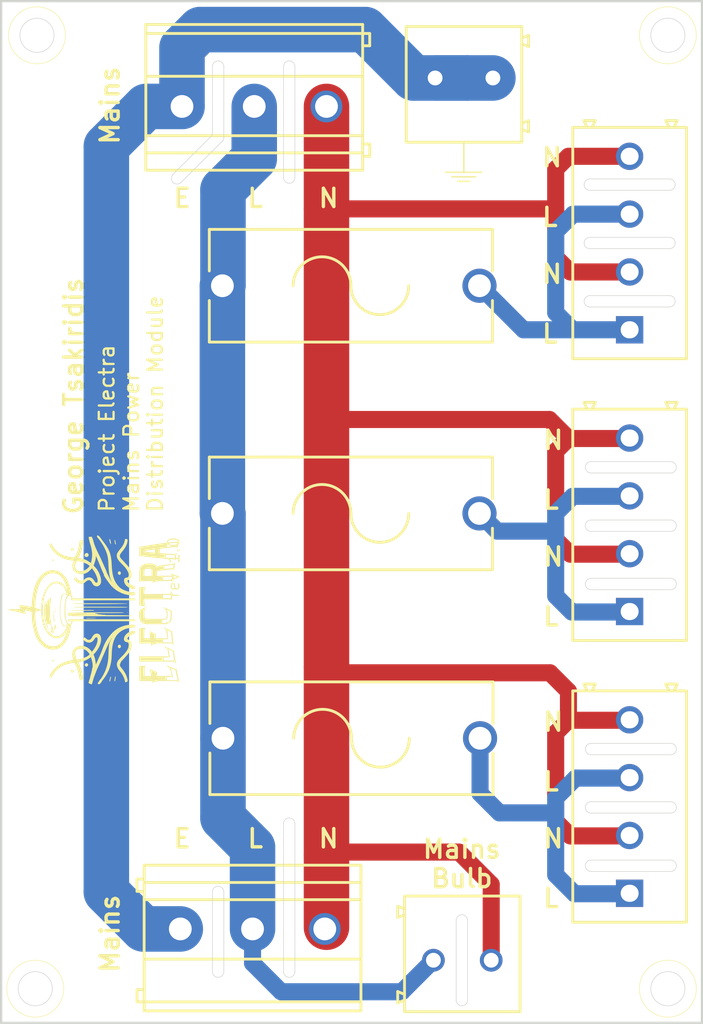
<source format=kicad_pcb>
(kicad_pcb (version 20241229) (generator "pcbnew") (generator_version "9.0")
  (layers (0 "F.Cu" signal) (2 "B.Cu" signal) (13 "F.Paste" user) (15 "B.Paste" user) (5 "F.SilkS" user "F.Silkscreen") (7 "B.SilkS" user "B.Silkscreen") (1 "F.Mask" user) (3 "B.Mask" user) (25 "Edge.Cuts" user))
  (net 0 "")
  (net 1 "Net-(F1-Pad2)")
  (net 2 "Net-(F2-Pad2)")
  (net 3 "Net-(F3-Pad2)")
  (net 4 "L")
  (net 5 "E")
  (net 6 "N")
  (footprint "parts:CONN-TH_2P-P5.00_WJ500V-5.08-2P" (layer "F.Cu") (at 111.94 141 180)
    (property "Reference" "J7" (hide yes))
    (property "Value" "Earth")
  )
  (footprint "parts:CONN-TH_4P_DB128L-5.08-4P-GN-S" (layer "F.Cu") (at 126.5 155.5 -90)
    (property "Reference" "J5" (hide yes))
    (property "Value" "Dev3")
  )
  (footprint "parts:CONN-TH_4P_DB128L-5.08-4P-GN-S" (layer "F.Cu") (at 126.5 205 -90)
    (property "Reference" "J3" (hide yes))
    (property "Value" "Dev1")
  )
  (footprint "parts:CONN-TH_3P-P6.35_KF635-6.35-3P" (layer "F.Cu") (at 93.35 215.75)
    (property "Reference" "J1" (hide yes))
    (property "Value" "Mains In")
  )
  (footprint "parts:FUSE-TH_L24.8-W9.8-P22.60" (layer "F.Cu") (at 102.05 199)
    (property "Reference" "F1" (hide yes))
    (property "Value" "Dev1 Fuse")
  )
  (footprint "parts:CONN-TH_3P-P6.35_KF635-6.35-3P" (layer "F.Cu") (at 93.5 143.5 180)
    (property "Reference" "J8" (hide yes))
    (property "Value" "Mains Out")
  )
  (footprint "parts:CONN-TH_2P-P5.00_WJ500V-5.08-2P" (layer "F.Cu") (at 111.79 218.5)
    (property "Reference" "J2" (hide yes))
    (property "Value" "Mains LED")
  )
  (footprint "parts:FUSE-TH_L24.8-W9.8-P22.60" (layer "F.Cu") (at 102 159.25)
    (property "Reference" "F3" (hide yes))
    (property "Value" "Dev3 Fuse")
  )
  (footprint "parts:FUSE-TH_L24.8-W9.8-P22.60" (layer "F.Cu") (at 102 179.25)
    (property "Reference" "F2" (hide yes))
    (property "Value" "Dev2 Fuse")
  )
  (footprint "parts:CONN-TH_4P_DB128L-5.08-4P-GN-S" (layer "F.Cu") (at 126.5 180.25 -90)
    (property "Reference" "J4" (hide yes))
    (property "Value" "Dev2")
  )
  (gr_poly (pts (xy 75.032226 187.729301) (xy 75.034349 187.664664) (xy 75.037831 187.600318) (xy 75.042641 187.536168) (xy 75.048749 187.472118) (xy 75.056122 187.408073) (xy 75.06473 187.343936) (xy 75.074542 187.279613) (xy 75.085084 187.210004) (xy 75.095209 187.1469) (xy 75.100725 187.115687) (xy 75.106805 187.084671) (xy 75.113645 187.053827) (xy 75.121441 187.023135) (xy 75.13039 186.992571) (xy 75.135358 186.97733) (xy 75.140688 186.962112) (xy 75.153917 186.962112) (xy 75.140688 187.451591) (xy 75.167146 187.339143) (xy 75.179597 187.293436) (xy 75.194047 187.246586) (xy 75.210468 187.198927) (xy 75.228834 187.150794) (xy 75.249114 187.102521) (xy 75.271281 187.054442) (xy 75.295306 187.006891) (xy 75.321162 186.960202) (xy 75.348818 186.91471) (xy 75.378248 186.870749) (xy 75.409423 186.828653) (xy 75.442315 186.788756) (xy 75.476895 186.751392) (xy 75.513134 186.716895) (xy 75.551005 186.6856) (xy 75.590479 186.657841) (xy 75.630167 186.657841) (xy 75.624347 186.741085) (xy 75.617782 186.824207) (xy 75.610451 186.907264) (xy 75.60233 186.990314) (xy 75.580621 187.224742) (xy 75.563973 187.462982) (xy 75.553883 187.703617) (xy 75.551849 187.945228) (xy 75.559368 188.186398) (xy 75.567178 188.306373) (xy 75.577937 188.425706) (xy 75.591833 188.54422) (xy 75.609053 188.661737) (xy 75.629784 188.778079) (xy 75.654213 188.89307) (xy 75.65814 188.910985) (xy 75.661406 188.92786) (xy 75.662733 188.936011) (xy 75.663824 188.944027) (xy 75.664656 188.951949) (xy 75.665206 188.959818) (xy 75.66545 188.967676) (xy 75.665364 188.975565) (xy 75.664926 188.983526) (xy 75.664112 188.9916) (xy 75.662898 188.999829) (xy 75.661261 189.008255) (xy 75.659178 189.016919) (xy 75.656626 189.025862) (xy 75.564021 189.025862) (xy 75.564021 188.999404) (xy 75.531775 188.994443) (xy 75.497875 188.986175) (xy 75.484646 188.959716) (xy 75.46756 188.958827) (xy 75.454218 188.958354) (xy 75.448613 188.958322) (xy 75.443536 188.958453) (xy 75.438854 188.958765) (xy 75.434429 188.959278) (xy 75.430127 188.960012) (xy 75.425811 188.960985) (xy 75.421347 188.962218) (xy 75.416598 188.963729) (xy 75.411428 188.965538) (xy 75.405703 188.967664) (xy 75.392042 188.972946) (xy 75.372405 188.962093) (xy 75.3653 188.958063) (xy 75.358969 188.954342) (xy 75.352639 188.950466) (xy 75.345533 188.94597) (xy 75.325896 188.933258) (xy 75.286209 188.920029) (xy 75.27298 188.893571) (xy 75.279405 188.930683) (xy 75.286329 188.967568) (xy 75.29375 189.004263) (xy 75.301668 189.040809) (xy 75.310082 189.077244) (xy 75.318992 189.113605) (xy 75.328398 189.149933) (xy 75.338299 189.186266) (xy 75.348401 189.223318) (xy 75.364583 189.280242) (xy 75.381644 189.336818) (xy 75.399609 189.393114) (xy 75.4185 189.449195) (xy 75.410805 189.44208) (xy 75.40354 189.435028) (xy 75.396676 189.428009) (xy 75.390186 189.420988) (xy 75.384042 189.413934) (xy 75.378217 189.406812) (xy 75.372683 189.399591) (xy 75.367411 189.392238) (xy 75.362375 189.384719) (xy 75.357546 189.377003) (xy 75.352897 189.369055) (xy 75.3484 189.360844) (xy 75.344027 189.352337) (xy 75.33975 189.3435) (xy 75.335542 189.334301) (xy 75.331374 189.324707) (xy 75.313216 189.282126) (xy 75.294477 189.236702) (xy 75.274963 189.189676) (xy 75.242799 189.107548) (xy 75.213242 189.024884) (xy 75.186217 188.941707) (xy 75.161649 188.858036) (xy 75.139465 188.773891) (xy 75.11959 188.689292) (xy 75.101951 188.604261) (xy 75.086473 188.518817) (xy 75.073081 188.43298) (xy 75.061703 188.346771) (xy 75.052263 188.26021) (xy 75.044687 188.173317) (xy 75.034833 187.998618) (xy 75.031547 187.822835) (xy 75.031494 187.794325)) (stroke (width -0.000001)) (fill yes) (layer "F.SilkS"))
  (gr_poly (pts (xy 75.737344 183.33391) (xy 75.742305 183.324246) (xy 75.744408 183.320393) (xy 75.746336 183.317063) (xy 75.748148 183.31416) (xy 75.749901 183.311586) (xy 75.751655 183.309244) (xy 75.753467 183.307038) (xy 75.757498 183.302646) (xy 75.762459 183.297633) (xy 75.775365 183.296548) (xy 75.785558 183.295773) (xy 75.793968 183.295308) (xy 75.801526 183.295153) (xy 75.809161 183.295308) (xy 75.817804 183.295773) (xy 75.828385 183.296548) (xy 75.841834 183.297633) (xy 75.850557 183.310803) (xy 75.854068 183.316268) (xy 75.857052 183.321133) (xy 75.859543 183.325509) (xy 75.861571 183.329506) (xy 75.863168 183.333234) (xy 75.863814 183.335032) (xy 75.864365 183.336804) (xy 75.864823 183.338564) (xy 75.865193 183.340325) (xy 75.86548 183.342102) (xy 75.865686 183.343908) (xy 75.865873 183.347663) (xy 75.865786 183.3517) (xy 75.865457 183.356129) (xy 75.864917 183.361061) (xy 75.863331 183.372874) (xy 75.855063 183.403467) (xy 75.842971 183.406748) (xy 75.833359 183.409254) (xy 75.825297 183.411141) (xy 75.821557 183.4119) (xy 75.817856 183.412562) (xy 75.814077 183.413146) (xy 75.810104 183.413673) (xy 75.801113 183.414629) (xy 75.789951 183.415585) (xy 75.775688 183.416696) (xy 75.765275 183.408182) (xy 75.757188 183.401451) (xy 75.753822 183.398561) (xy 75.750806 183.395883) (xy 75.74806 183.393341) (xy 75.745509 183.390858) (xy 75.743074 183.388355) (xy 75.740677 183.385755) (xy 75.738242 183.38298) (xy 75.73569 183.379954) (xy 75.729928 183.372836) (xy 75.722771 183.363779)) (stroke (width -0.000001)) (fill yes) (layer "F.SilkS"))
  (gr_poly (pts (xy 81.512512 184.491329) (xy 81.512799 184.482075) (xy 81.513326 184.472785) (xy 81.514962 184.45411) (xy 81.517146 184.435341) (xy 81.530006 184.411445) (xy 81.540166 184.393239) (xy 81.544524 184.385931) (xy 81.548557 184.379638) (xy 81.552379 184.374226) (xy 81.556108 184.369558) (xy 81.559859 184.365499) (xy 81.563749 184.361913) (xy 81.567895 184.358665) (xy 81.572412 184.355618) (xy 81.577417 184.352638) (xy 81.583026 184.349588) (xy 81.596521 184.342737) (xy 81.611081 184.34111) (xy 81.622618 184.339947) (xy 81.627592 184.33954) (xy 81.632217 184.339249) (xy 81.636629 184.339075) (xy 81.640963 184.339017) (xy 81.645355 184.339075) (xy 81.649942 184.339249) (xy 81.660238 184.339947) (xy 81.672938 184.34111) (xy 81.689125 184.342737) (xy 81.701734 184.353447) (xy 81.711553 184.36191) (xy 81.719356 184.368899) (xy 81.722744 184.372083) (xy 81.725919 184.37519) (xy 81.728978 184.378317) (xy 81.732017 184.38156) (xy 81.738425 184.388781) (xy 81.745918 184.397631) (xy 81.755271 184.408883) (xy 81.7685 184.422112) (xy 81.770415 184.44451) (xy 81.771656 184.466478) (xy 81.771956 184.477328) (xy 81.772005 184.488103) (xy 81.771778 184.498814) (xy 81.771246 184.509471) (xy 81.770383 184.520085) (xy 81.769162 184.530667) (xy 81.767555 184.541228) (xy 81.765536 184.551779) (xy 81.763077 184.56233) (xy 81.760151 184.572892) (xy 81.756731 184.583475) (xy 81.75279 184.594092) (xy 81.747478 184.599829) (xy 81.74234 184.605108) (xy 81.737331 184.609957) (xy 81.732404 184.614405) (xy 81.727511 184.618482) (xy 81.722607 184.622216) (xy 81.717645 184.625635) (xy 81.712578 184.628768) (xy 81.707359 184.631645) (xy 81.701942 184.634294) (xy 81.69628 184.636743) (xy 81.690327 184.639022) (xy 81.684036 184.641159) (xy 81.67736 184.643183) (xy 81.670252 184.645124) (xy 81.662667 184.647008) (xy 81.652043 184.646212) (xy 81.641988 184.644921) (xy 81.632447 184.643147) (xy 81.623366 184.6409) (xy 81.614689 184.638191) (xy 81.606363 184.63503) (xy 81.598332 184.631428) (xy 81.590543 184.627394) (xy 81.582941 184.62294) (xy 81.575471 184.618075) (xy 81.568079 184.612811) (xy 81.56071 184.607158) (xy 81.553309 184.601126) (xy 81.545823 184.594726) (xy 81.530375 184.580862) (xy 81.526378 184.572221) (xy 81.522964 184.563498) (xy 81.520098 184.554699) (xy 81.517746 184.545827) (xy 81.515874 184.536888) (xy 81.514448 184.527885) (xy 81.513433 184.518823) (xy 81.512794 184.509707) (xy 81.512499 184.500541)) (stroke (width -0.000001)) (fill yes) (layer "F.SilkS"))
  (gr_poly (pts (xy 82.390271 187.94107) (xy 82.390271 187.9543) (xy 82.297667 187.9543) (xy 82.297667 187.94107)) (stroke (width -0.000001)) (fill yes) (layer "F.SilkS"))
  (gr_line (start 110.3375 149.285834) (end 113.5125 149.285834) (stroke (width 0.132291)) (layer "F.SilkS"))
  (gr_poly (pts (xy 75.934438 189.422737) (xy 75.921209 189.449195) (xy 75.90798 189.435966)) (stroke (width -0.000001)) (fill yes) (layer "F.SilkS"))
  (gr_poly (pts (xy 75.998623 187.622832) (xy 75.999147 187.617506) (xy 75.99973 187.612738) (xy 76.000415 187.608414) (xy 76.001246 187.604421) (xy 76.002265 187.600642) (xy 76.003516 187.596965) (xy 76.005041 187.593273) (xy 76.006885 187.589454) (xy 76.00909 187.585391) (xy 76.011699 187.580971) (xy 76.014756 187.576079) (xy 76.018303 187.5706) (xy 76.027042 187.557425) (xy 76.027042 187.980758) (xy 76.000584 187.967529) (xy 75.999731 187.889491) (xy 75.99913 187.81145) (xy 75.998258 187.732272) (xy 75.998 187.682017) (xy 75.99758 187.635621)) (stroke (width -0.000001)) (fill yes) (layer "F.SilkS"))
  (gr_poly (pts (xy 75.723598 192.173577) (xy 75.727752 192.165082) (xy 75.72955 192.161579) (xy 75.731246 192.158487) (xy 75.732904 192.155744) (xy 75.734586 192.153287) (xy 75.735456 192.152146) (xy 75.736355 192.151053) (xy 75.737292 192.15) (xy 75.738274 192.148979) (xy 75.73931 192.147982) (xy 75.740407 192.147001) (xy 75.742815 192.145058) (xy 75.745563 192.143085) (xy 75.748713 192.141021) (xy 75.752328 192.138801) (xy 75.756471 192.136363) (xy 75.766593 192.130582) (xy 75.77323 192.128945) (xy 75.779464 192.127545) (xy 75.78535 192.126384) (xy 75.790943 192.125467) (xy 75.796298 192.124797) (xy 75.801469 192.124377) (xy 75.80651 192.124211) (xy 75.811476 192.124303) (xy 75.816422 192.124655) (xy 75.821402 192.125272) (xy 75.826472 192.126156) (xy 75.831684 192.127311) (xy 75.837095 192.128742) (xy 75.842759 192.13045) (xy 75.84873 192.132441) (xy 75.855063 192.134716) (xy 75.868292 192.200862) (xy 75.849081 192.218404) (xy 75.841166 192.225497) (xy 75.834192 192.231573) (xy 75.828019 192.236708) (xy 75.822509 192.24098) (xy 75.817523 192.244464) (xy 75.81292 192.247236) (xy 75.808562 192.249372) (xy 75.806431 192.250226) (xy 75.80431 192.25095) (xy 75.800023 192.252045) (xy 75.795564 192.252734) (xy 75.790791 192.253093) (xy 75.785568 192.253198) (xy 75.773208 192.252952) (xy 75.766813 192.24949) (xy 75.76088 192.245943) (xy 75.755402 192.242285) (xy 75.750376 192.238494) (xy 75.748031 192.23654) (xy 75.745797 192.234543) (xy 75.743673 192.2325) (xy 75.74166 192.230408) (xy 75.739756 192.228265) (xy 75.73796 192.226066) (xy 75.736273 192.223809) (xy 75.734694 192.221491) (xy 75.733221 192.219109) (xy 75.731856 192.216659) (xy 75.730596 192.214139) (xy 75.729441 192.211545) (xy 75.728392 192.208875) (xy 75.727446 192.206126) (xy 75.726605 192.203293) (xy 75.725866 192.200375) (xy 75.72523 192.197368) (xy 75.724695 192.19427) (xy 75.724263 192.191076) (xy 75.72393 192.187784) (xy 75.723699 192.184392) (xy 75.723566 192.180895)) (stroke (width -0.000001)) (fill yes) (layer "F.SilkS"))
  (gr_line (start 112.454166 150.079583) (end 111.660416 150.079583) (stroke (width 0.132291)) (layer "F.SilkS"))
  (gr_line (start 111.925 150.079583) (end 111.395833 150.079583) (stroke (width 0.132291)) (layer "F.SilkS"))
  (gr_poly (pts (xy 75.960896 189.462425) (xy 75.960896 189.488883) (xy 75.934438 189.488883)) (stroke (width -0.000001)) (fill yes) (layer "F.SilkS"))
  (gr_poly (pts (xy 80.769408 193.9616) (xy 80.777385 193.91102) (xy 80.786939 193.861272) (xy 80.797992 193.812109) (xy 80.81047 193.763285) (xy 80.824296 193.714554) (xy 80.839394 193.665668) (xy 80.855688 193.616383) (xy 80.921833 193.603154) (xy 80.883722 193.758506) (xy 80.87079 193.811319) (xy 80.85207 193.887374) (xy 80.840734 193.93356) (xy 80.837003 193.946049) (xy 80.833099 193.958096) (xy 80.828963 193.969798) (xy 80.824538 193.98125) (xy 80.819765 193.992549) (xy 80.814584 194.00379) (xy 80.808939 194.015071) (xy 80.802771 194.026487) (xy 80.763084 194.013258)) (stroke (width -0.000001)) (fill yes) (layer "F.SilkS"))
  (gr_poly (pts (xy 75.49834 193.540263) (xy 75.504419 193.520998) (xy 75.511016 193.502255) (xy 75.518117 193.483928) (xy 75.525709 193.46591) (xy 75.533779 193.448095) (xy 75.542312 193.430375) (xy 75.551295 193.412644) (xy 75.560714 193.394794) (xy 75.576398 193.365439) (xy 75.612364 193.302785) (xy 75.650558 193.241284) (xy 75.690883 193.181034) (xy 75.733248 193.122135) (xy 75.777557 193.064685) (xy 75.823716 193.008781) (xy 75.871631 192.954522) (xy 75.921209 192.902008) (xy 75.955729 192.865938) (xy 76.037071 192.786652) (xy 76.121378 192.71239) (xy 76.208509 192.64302) (xy 76.298323 192.578411) (xy 76.39068 192.518432) (xy 76.485438 192.46295) (xy 76.582457 192.411834) (xy 76.681595 192.364953) (xy 76.782712 192.322176) (xy 76.885666 192.283371) (xy 76.990318 192.248406) (xy 77.096525 192.21715) (xy 77.204147 192.189472) (xy 77.313044 192.165239) (xy 77.423073 192.144321) (xy 77.534095 192.126587) (xy 77.543455 192.125268) (xy 77.550803 192.1241) (xy 77.553921 192.123507) (xy 77.556773 192.12287) (xy 77.559439 192.122165) (xy 77.561997 192.121363) (xy 77.564526 192.120437) (xy 77.567107 192.119362) (xy 77.569817 192.11811) (xy 77.572736 192.116654) (xy 77.579518 192.113025) (xy 77.588084 192.108258) (xy 77.574544 192.064178) (xy 77.545516 191.961838) (xy 77.532927 191.910935) (xy 77.521901 191.860194) (xy 77.512644 191.809606) (xy 77.505366 191.759157) (xy 77.500275 191.708838) (xy 77.49758 191.658637) (xy 77.497488 191.608543) (xy 77.500208 191.558545) (xy 77.505949 191.508631) (xy 77.514919 191.45879) (xy 77.527327 191.409012) (xy 77.54338 191.359284) (xy 77.563287 191.309597) (xy 77.587257 191.259937) (xy 77.596582 191.24414) (xy 77.606187 191.228779) (xy 77.616081 191.213835) (xy 77.626272 191.19929) (xy 77.63677 191.185126) (xy 77.647582 191.171324) (xy 77.658717 191.157864) (xy 77.670185 191.14473) (xy 77.681994 191.131901) (xy 77.694153 191.119359) (xy 77.706671 191.107086) (xy 77.719556 191.095063) (xy 77.732817 191.083271) (xy 77.746464 191.071692) (xy 77.760503 191.060307) (xy 77.774946 191.049098) (xy 77.797645 191.031812) (xy 77.833709 191.006743) (xy 77.870682 190.984141) (xy 77.908505 190.963933) (xy 77.947115 190.946045) (xy 77.986452 190.930403) (xy 78.026455 190.916933) (xy 78.067061 190.90556) (xy 78.108211 190.896211) (xy 78.149843 190.888812) (xy 78.191896 190.883288) (xy 78.234309 190.879566) (xy 78.277021 190.877571) (xy 78.31997 190.87723) (xy 78.363096 190.878468) (xy 78.406338 190.881212) (xy 78.449633 190.885387) (xy 78.501417 190.895766) (xy 78.552997 190.908994) (xy 78.604224 190.924955) (xy 78.654948 190.943535) (xy 78.705022 190.964619) (xy 78.754296 190.988092) (xy 78.802622 191.013838) (xy 78.84985 191.041744) (xy 78.895833 191.071694) (xy 78.94042 191.103573) (xy 78.983463 191.137266) (xy 79.024814 191.172659) (xy 79.064323 191.209636) (xy 79.101842 191.248083) (xy 79.137221 191.287884) (xy 79.170313 191.328926) (xy 79.192857 191.361359) (xy 79.215271 191.393883) (xy 79.241729 191.407112) (xy 79.252737 191.383528) (xy 79.258373 191.373197) (xy 79.26415 191.363316) (xy 79.270104 191.353792) (xy 79.276269 191.344528) (xy 79.28268 191.335432) (xy 79.289373 191.326409) (xy 79.296381 191.317364) (xy 79.303741 191.308203) (xy 79.342475 191.258612) (xy 79.379606 191.208644) (xy 79.4152 191.158125) (xy 79.449325 191.106881) (xy 79.482046 191.054738) (xy 79.513431 191.001522) (xy 79.543546 190.947059) (xy 79.572459 190.891175) (xy 79.59592 190.844304) (xy 79.609862 190.813297) (xy 79.623195 190.781929) (xy 79.63588 190.75022) (xy 79.647879 190.718195) (xy 79.659154 190.685875) (xy 79.669668 190.653283) (xy 79.679383 190.620441) (xy 79.68826 190.587373) (xy 79.696263 190.5541) (xy 79.703352 190.520645) (xy 79.709491 190.487031) (xy 79.71464 190.45328) (xy 79.718764 190.419415) (xy 79.721822 190.385458) (xy 79.723778 190.351432) (xy 79.724594 190.317359) (xy 79.724846 190.289981) (xy 79.724398 190.278982) (xy 79.72363 190.268365) (xy 79.72254 190.258088) (xy 79.721126 190.248111) (xy 79.719387 190.238393) (xy 79.717321 190.228896) (xy 79.714926 190.219577) (xy 79.7122 190.210397) (xy 79.709142 190.201316) (xy 79.70575 190.192292) (xy 79.702023 190.183286) (xy 79.697958 190.174258) (xy 79.693555 190.165167) (xy 79.68881 190.155972) (xy 79.683723 190.146634) (xy 79.678292 190.137112) (xy 79.658344 190.135299) (xy 79.649209 190.134686) (xy 79.640539 190.134322) (xy 79.632261 190.134249) (xy 79.624306 190.134508) (xy 79.616602 190.13514) (xy 79.609078 190.136187) (xy 79.601663 190.137689) (xy 79.594285 190.139687) (xy 79.586874 190.142222) (xy 79.579358 190.145336) (xy 79.571667 190.149069) (xy 79.563729 190.153463) (xy 79.555472 190.158559) (xy 79.546827 190.164397) (xy 79.538644 190.171867) (xy 79.530792 190.179483) (xy 79.523245 190.187244) (xy 79.51598 190.195147) (xy 79.508973 190.203189) (xy 79.502197 190.211366) (xy 79.495629 190.219677) (xy 79.489245 190.228118) (xy 79.483019 190.236686) (xy 79.476928 190.245379) (xy 79.465049 190.263128) (xy 79.453412 190.281341) (xy 79.441821 190.299996) (xy 79.424287 190.326517) (xy 79.406561 190.351944) (xy 79.388543 190.376275) (xy 79.370133 190.399504) (xy 79.35123 190.421629) (xy 79.331735 190.442645) (xy 79.311547 190.462549) (xy 79.290566 190.481338) (xy 79.268692 190.499007) (xy 79.245825 190.515554) (xy 79.221865 190.530973) (xy 79.19671 190.545262) (xy 79.170262 190.558416) (xy 79.14242 190.570433) (xy 79.113084 190.581308) (xy 79.082153 190.591038) (xy 79.055395 190.595148) (xy 79.028812 190.598097) (xy 79.00241 190.599877) (xy 78.976195 190.600479) (xy 78.950175 190.599893) (xy 78.924355 190.598111) (xy 78.898743 190.595124) (xy 78.873345 190.590921) (xy 78.848168 190.585495) (xy 78.823218 190.578837) (xy 78.798502 190.570936) (xy 78.774026 190.561785) (xy 78.749798 190.551374) (xy 78.725824 190.539693) (xy 78.70211 190.526735) (xy 78.678663 190.51249) (xy 78.650508 190.491654) (xy 78.622742 190.470277) (xy 78.59531 190.448446) (xy 78.568157 190.426249) (xy 78.514461 190.381106) (xy 78.461209 190.335549) (xy 78.477641 190.306042) (xy 78.499243 190.266923) (xy 78.520636 190.228321) (xy 78.5272 190.215471) (xy 78.533508 190.20262) (xy 78.539579 190.189739) (xy 78.545432 190.176799) (xy 78.551086 190.163772) (xy 78.55656 190.150629) (xy 78.561872 190.137342) (xy 78.567042 190.123883) (xy 78.593455 190.141391) (xy 78.61917 190.159504) (xy 78.644306 190.178173) (xy 78.668982 190.197349) (xy 78.693318 190.216982) (xy 78.717434 190.237024) (xy 78.765479 190.278137) (xy 78.779425 190.288713) (xy 78.793052 190.298412) (xy 78.806438 190.307256) (xy 78.819659 190.315265) (xy 78.832795 190.322461) (xy 78.845922 190.328866) (xy 78.859118 190.3345) (xy 78.872461 190.339385) (xy 78.886027 190.343542) (xy 78.899896 190.346992) (xy 78.914144 190.349758) (xy 78.928848 190.351859) (xy 78.944087 190.353318) (xy 78.959938 190.354155) (xy 78.976478 190.354392) (xy 78.993786 190.35405) (xy 79.007162 190.351801) (xy 79.019935 190.349032) (xy 79.032148 190.345742) (xy 79.043844 190.341929) (xy 79.055064 190.337591) (xy 79.065851 190.332727) (xy 79.076248 190.327336) (xy 79.086297 190.321416) (xy 79.096041 190.314965) (xy 79.105521 190.307983) (xy 79.114781 190.300467) (xy 79.123862 190.292416) (xy 79.132808 190.283828) (xy 79.14166 190.274702) (xy 79.150461 190.265037) (xy 79.159254 190.254831) (xy 79.171984 190.236892) (xy 79.184379 190.218788) (xy 79.196483 190.200529) (xy 79.208336 190.182125) (xy 79.21998 190.163584) (xy 79.231458 190.144918) (xy 79.25408 190.107243) (xy 79.270166 190.080606) (xy 79.286229 190.054957) (xy 79.302408 190.030319) (xy 79.31884 190.006714) (xy 79.335662 189.984165) (xy 79.353013 189.962692) (xy 79.371031 189.942319) (xy 79.389852 189.923067) (xy 79.409615 189.904959) (xy 79.430458 189.888016) (xy 79.452518 189.87226) (xy 79.475932 189.857714) (xy 79.50084 189.8444) (xy 79.527377 189.832339) (xy 79.555683 189.821554) (xy 79.585894 189.812067) (xy 79.604736 189.808431) (xy 79.622991 189.805803) (xy 79.640725 189.804159) (xy 79.658004 189.803476) (xy 79.674893 189.80373) (xy 79.691457 189.804898) (xy 79.707764 189.806955) (xy 79.723877 189.809879) (xy 79.739864 189.813646) (xy 79.755789 189.818232) (xy 79.771719 189.823613) (xy 79.787719 189.829766) (xy 79.803855 189.836668) (xy 79.820192 189.844294) (xy 79.836796 189.852621) (xy 79.853733 189.861625) (xy 79.863812 189.86861) (xy 79.873478 189.875852) (xy 79.882744 189.883342) (xy 79.891622 189.891075) (xy 79.900124 189.899041) (xy 79.908262 189.907235) (xy 79.916048 189.915649) (xy 79.923495 189.924274) (xy 79.937421 189.942134) (xy 79.950135 189.960756) (xy 79.961736 189.98008) (xy 79.972322 190.00005) (xy 79.98199 190.020605) (xy 79.990838 190.041687) (xy 79.998963 190.063238) (xy 80.006464 190.085199) (xy 80.013438 190.107512) (xy 80.019982 190.130117) (xy 80.032172 190.175973) (xy 80.035479 190.216487) (xy 80.038011 190.247235) (xy 80.03843 190.333618) (xy 80.032488 190.420308) (xy 80.020558 190.507042) (xy 80.003015 190.59356) (xy 79.980232 190.679599) (xy 79.952584 190.764899) (xy 79.920445 190.849197) (xy 79.884188 190.932234) (xy 79.844189 191.013746) (xy 79.800821 191.093474) (xy 79.754458 191.171155) (xy 79.705473 191.246528) (xy 79.654243 191.319332) (xy 79.601139 191.389305) (xy 79.546537 191.456187) (xy 79.49081 191.519715) (xy 79.432608 191.582655) (xy 79.374021 191.645237) (xy 79.391953 191.68756) (xy 79.410865 191.735011) (xy 79.42845 191.782466) (xy 79.444768 191.829954) (xy 79.459877 191.877508) (xy 79.473836 191.925157) (xy 79.486704 191.972933) (xy 79.509404 192.068988) (xy 79.528448 192.165921) (xy 79.544308 192.263977) (xy 79.557456 192.363405) (xy 79.568363 192.46445) (xy 79.568819 192.473477) (xy 79.569064 192.47718) (xy 79.569356 192.480423) (xy 79.56972 192.483266) (xy 79.57018 192.485767) (xy 79.570762 192.487987) (xy 79.571492 192.489985) (xy 79.57192 192.49092) (xy 79.572395 192.491821) (xy 79.573496 192.493554) (xy 79.57482 192.495244) (xy 79.576394 192.49695) (xy 79.578242 192.498733) (xy 79.58039 192.500651) (xy 79.585687 192.505133) (xy 79.613906 192.44164) (xy 79.639336 192.384428) (xy 79.710864 192.223435) (xy 79.840711 191.932145) (xy 79.94571 191.700953) (xy 79.982874 191.616964) (xy 80.014951 191.541723) (xy 80.045792 191.465985) (xy 80.07925 191.380507) (xy 80.169425 191.143356) (xy 80.201665 191.051206) (xy 80.236823 190.959) (xy 80.274814 190.866946) (xy 80.315552 190.775255) (xy 80.358954 190.684138) (xy 80.404935 190.593805) (xy 80.45341 190.504467) (xy 80.504295 190.416334) (xy 80.557505 190.329617) (xy 80.612956 190.244527) (xy 80.670563 190.161273) (xy 80.730242 190.080067) (xy 80.791907 190.001118) (xy 80.855475 189.924638) (xy 80.92086 189.850836) (xy 80.987979 189.779925) (xy 81.0287 189.737188) (xy 81.065766 189.699555) (xy 81.103431 189.662967) (xy 81.141751 189.627372) (xy 81.180783 189.592717) (xy 81.220585 189.558948) (xy 81.261211 189.526012) (xy 81.30272 189.493855) (xy 81.345167 189.462425) (xy 81.386405 189.432504) (xy 81.441301 189.396327) (xy 81.497087 189.361916) (xy 81.553727 189.329249) (xy 81.611182 189.2983) (xy 81.669415 189.269047) (xy 81.728388 189.241465) (xy 81.788063 189.215531) (xy 81.848405 189.19122) (xy 81.909374 189.168509) (xy 81.970933 189.147374) (xy 82.033045 189.127791) (xy 82.095672 189.109736) (xy 82.158777 189.093185) (xy 82.222322 189.078115) (xy 82.28627 189.064501) (xy 82.350583 189.05232) (xy 82.392648 189.044827) (xy 82.421953 189.04179) (xy 82.451269 189.039276) (xy 82.480601 189.037208) (xy 82.509949 189.035507) (xy 82.568708 189.032898) (xy 82.627569 189.030823) (xy 82.679255 189.029017) (xy 82.724517 189.027949) (xy 82.769521 189.027504) (xy 82.814345 189.027704) (xy 82.859067 189.028569) (xy 82.903765 189.030119) (xy 82.948518 189.032376) (xy 82.993403 189.03536) (xy 83.0385 189.039091) (xy 83.0385 189.263987) (xy 82.963311 189.267449) (xy 82.868231 189.273432) (xy 82.774147 189.28154) (xy 82.681121 189.292016) (xy 82.589215 189.3051) (xy 82.498493 189.321035) (xy 82.409016 189.340061) (xy 82.320848 189.36242) (xy 82.234051 189.388354) (xy 82.148686 189.418103) (xy 82.064818 189.45191) (xy 81.982508 189.490014) (xy 81.901819 189.532659) (xy 81.822813 189.580086) (xy 81.745553 189.632535) (xy 81.670102 189.690248) (xy 81.596521 189.753466) (xy 81.561226 189.785247) (xy 81.498736 189.848794) (xy 81.440839 189.91581) (xy 81.387361 189.986017) (xy 81.338125 190.059139) (xy 81.292957 190.134898) (xy 81.251682 190.213019) (xy 81.214123 190.293223) (xy 81.180106 190.375235) (xy 81.149456 190.458776) (xy 81.121997 190.543572) (xy 81.097553 190.629343) (xy 81.07595 190.715814) (xy 81.057013 190.802707) (xy 81.040565 190.889746) (xy 81.026431 190.976654) (xy 81.014437 191.063154) (xy 81.007852 191.114245) (xy 80.998783 191.197381) (xy 80.991414 191.280654) (xy 80.985457 191.364038) (xy 80.980625 191.447507) (xy 80.973183 191.614597) (xy 80.966789 191.781718) (xy 80.958573 191.930426) (xy 80.945904 192.075082) (xy 80.928637 192.215976) (xy 80.906623 192.353398) (xy 80.879716 192.487639) (xy 80.847768 192.618988) (xy 80.810633 192.747735) (xy 80.768164 192.874171) (xy 80.720213 192.998585) (xy 80.666634 193.121268) (xy 80.607279 193.24251) (xy 80.542001 193.3626) (xy 80.470654 193.48183) (xy 80.39309 193.600488) (xy 80.309163 193.718865) (xy 80.218724 193.837251) (xy 80.201472 193.859572) (xy 80.184735 193.88198) (xy 80.168494 193.90455) (xy 80.152729 193.927355) (xy 80.137419 193.950469) (xy 80.122546 193.973966) (xy 80.108089 193.99792) (xy 80.094029 194.022404) (xy 80.086554 194.034236) (xy 80.078855 194.045913) (xy 80.062844 194.068841) (xy 80.046118 194.091265) (xy 80.028802 194.113261) (xy 80.011019 194.134903) (xy 79.992892 194.156268) (xy 79.956104 194.198466) (xy 79.929233 194.229265) (xy 79.924636 194.233158) (xy 79.920536 194.236562) (xy 79.91682 194.239508) (xy 79.913375 194.242026) (xy 79.911718 194.243133) (xy 79.910087 194.244145) (xy 79.908467 194.245065) (xy 79.906843 194.245896) (xy 79.905203 194.246642) (xy 79.903531 194.247308) (xy 79.901813 194.247896) (xy 79.900036 194.248411) (xy 79.898184 194.248857) (xy 79.896245 194.249236) (xy 79.894204 194.249554) (xy 79.892046 194.249813) (xy 79.889758 194.250017) (xy 79.887325 194.25017) (xy 79.881968 194.250339) (xy 79.875863 194.25035) (xy 79.868897 194.250232) (xy 79.851925 194.249729) (xy 79.834712 194.246362) (xy 79.817695 194.242566) (xy 79.800843 194.238357) (xy 79.784126 194.233751) (xy 79.767512 194.228766) (xy 79.75097 194.223417) (xy 79.734469 194.217721) (xy 79.71798 194.211695) (xy 79.724743 194.197735) (xy 79.7318 194.183943) (xy 79.746699 194.156812) (xy 79.762481 194.130192) (xy 79.77895 194.103971) (xy 79.795912 194.078038) (xy 79.813169 194.052281) (xy 79.847791 194.000855) (xy 79.876342 193.95737) (xy 79.904273 193.915331) (xy 79.929585 193.877094) (xy 79.938403 193.865208) (xy 79.945434 193.855876) (xy 79.951377 193.848293) (xy 79.954158 193.844907) (xy 79.95693 193.841657) (xy 79.959779 193.838443) (xy 79.962793 193.835163) (xy 79.969665 193.828007) (xy 79.978244 193.819385) (xy 79.989229 193.808493) (xy 79.995623 193.801908) (xy 80.001775 193.795323) (xy 80.007704 193.788725) (xy 80.01343 193.782104) (xy 80.018971 193.775446) (xy 80.024347 193.768741) (xy 80.029578 193.761977) (xy 80.034681 193.755141) (xy 80.044585 193.74121) (xy 80.054212 193.726852) (xy 80.063718 193.711974) (xy 80.073255 193.696481) (xy 80.087014 193.673924) (xy 80.108858 193.637753) (xy 80.130564 193.6015) (xy 80.145686 193.576345) (xy 80.209797 193.466149) (xy 80.269285 193.356636) (xy 80.324263 193.247551) (xy 80.374842 193.138638) (xy 80.421135 193.02964) (xy 80.463255 192.920301) (xy 80.501315 192.810364) (xy 80.535426 192.699573) (xy 80.565702 192.587672) (xy 80.592255 192.474404) (xy 80.615198 192.359512) (xy 80.634642 192.242742) (xy 80.650701 192.123835) (xy 80.663487 192.002536) (xy 80.673113 191.878588) (xy 80.679691 191.751736) (xy 80.694097 191.399466) (xy 80.707753 191.129494) (xy 80.723874 190.924304) (xy 80.733863 190.840528) (xy 80.745674 190.766379) (xy 80.759707 190.699667) (xy 80.776365 190.638202) (xy 80.796049 190.579796) (xy 80.819161 190.522258) (xy 80.846103 190.463399) (xy 80.877276 190.40103) (xy 80.953925 190.257001) (xy 80.96146 190.244781) (xy 80.964501 190.239721) (xy 80.967099 190.23523) (xy 80.969282 190.23121) (xy 80.971083 190.227564) (xy 80.972532 190.224192) (xy 80.973659 190.220997) (xy 80.974495 190.21788) (xy 80.97507 190.214745) (xy 80.975414 190.211491) (xy 80.975559 190.208023) (xy 80.975534 190.20424) (xy 80.975371 190.200045) (xy 80.97475 190.190029) (xy 80.901101 190.316926) (xy 80.829478 190.44481) (xy 80.759941 190.57372) (xy 80.692548 190.703698) (xy 80.627357 190.834787) (xy 80.564427 190.967028) (xy 80.503817 191.100463) (xy 80.445584 191.235133) (xy 80.401335 191.338625) (xy 80.372474 191.406172) (xy 80.337489 191.487215) (xy 80.302018 191.568039) (xy 80.230251 191.729331) (xy 80.160921 191.886564) (xy 80.092613 192.044242) (xy 80.022264 192.205092) (xy 79.95032 192.365178) (xy 79.877088 192.524685) (xy 79.802876 192.683794) (xy 79.756501 192.782928) (xy 79.723948 192.852069) (xy 79.706859 192.889223) (xy 79.69027 192.926499) (xy 79.674138 192.963909) (xy 79.658424 193.001463) (xy 79.628083 193.077054) (xy 79.598917 193.153362) (xy 79.566309 193.237956) (xy 79.482012 193.457355) (xy 79.462466 193.507834) (xy 79.442751 193.558247) (xy 79.426042 193.602476) (xy 79.410252 193.646839) (xy 79.395281 193.691356) (xy 79.381031 193.736047) (xy 79.367404 193.780934) (xy 79.354302 193.826036) (xy 79.329276 193.916965) (xy 79.318866 193.954771) (xy 79.3082 193.992502) (xy 79.286378 194.067828) (xy 79.278597 194.094852) (xy 79.271596 194.118099) (xy 79.264287 194.141187) (xy 79.256693 194.164142) (xy 79.248838 194.18699) (xy 79.232437 194.232471) (xy 79.215271 194.277841) (xy 79.106957 194.234019) (xy 79.076132 194.221643) (xy 79.056245 194.213411) (xy 79.036672 194.205006) (xy 79.017385 194.196332) (xy 78.998354 194.187291) (xy 78.979552 194.177789) (xy 78.96095 194.167728) (xy 78.942519 194.157014) (xy 78.92423 194.145549) (xy 78.931981 194.120331) (xy 78.944118 194.080123) (xy 78.955871 194.039866) (xy 78.966971 193.999431) (xy 78.972191 193.979106) (xy 78.977146 193.958687) (xy 78.980348 193.945951) (xy 78.983719 193.933579) (xy 78.987279 193.921465) (xy 78.991047 193.909506) (xy 78.99504 193.897597) (xy 78.999279 193.885633) (xy 79.003781 193.87351) (xy 79.008566 193.861122) (xy 79.015535 193.842388) (xy 79.021958 193.823593) (xy 79.02791 193.804725) (xy 79.033467 193.785771) (xy 79.038705 193.766718) (xy 79.0437 193.747552) (xy 79.053266 193.708832) (xy 79.068892 193.64629) (xy 79.08502 193.5839) (xy 79.101601 193.521629) (xy 79.118585 193.459441) (xy 79.137421 193.390789) (xy 79.16624 193.2866) (xy 79.182706 193.225732) (xy 79.198105 193.164933) (xy 79.212439 193.104106) (xy 79.22571 193.043154) (xy 79.237918 192.981981) (xy 79.249066 192.920491) (xy 79.259156 192.858588) (xy 79.268188 192.796174) (xy 79.294646 192.796174) (xy 79.294273 192.680176) (xy 79.293031 192.588874) (xy 79.289992 192.514208) (xy 79.287508 192.480594) (xy 79.284225 192.448116) (xy 79.280028 192.415766) (xy 79.2748 192.382537) (xy 79.260785 192.309408) (xy 79.241253 192.220669) (xy 79.215271 192.108258) (xy 79.196202 192.050484) (xy 79.187677 192.02485) (xy 79.179012 191.999285) (xy 79.16127 191.948268) (xy 79.157261 191.935499) (xy 79.154249 191.92542) (xy 79.153071 191.921103) (xy 79.15209 191.917114) (xy 79.151287 191.91334) (xy 79.150643 191.909665) (xy 79.150142 191.905976) (xy 79.149766 191.902159) (xy 79.149496 191.898097) (xy 79.149315 191.893678) (xy 79.149149 191.883308) (xy 79.149125 191.870133) (xy 79.131926 191.88031) (xy 79.115035 191.890725) (xy 79.098408 191.901384) (xy 79.082 191.912294) (xy 79.065765 191.923464) (xy 79.049661 191.934901) (xy 79.033641 191.946611) (xy 79.017661 191.958603) (xy 78.962089 191.997482) (xy 78.905601 192.033766) (xy 78.848231 192.067594) (xy 78.790015 192.099102) (xy 78.730986 192.128428) (xy 78.671179 192.15571) (xy 78.610628 192.181086) (xy 78.549368 192.204693) (xy 78.487433 192.226668) (xy 78.424857 192.24715) (xy 78.361675 192.266276) (xy 78.297921 192.284184) (xy 78.168836 192.316894) (xy 78.037875 192.346383) (xy 78.050019 192.370671) (xy 78.104021 192.478675) (xy 78.119072 192.507671) (xy 78.134475 192.538355) (xy 78.149282 192.569167) (xy 78.163534 192.600134) (xy 78.177278 192.631279) (xy 78.190557 192.662627) (xy 78.203415 192.694204) (xy 78.215896 192.726033) (xy 78.228044 192.758141) (xy 78.24345 192.799478) (xy 78.263177 192.854582) (xy 78.282131 192.909884) (xy 78.300354 192.965387) (xy 78.317882 193.021092) (xy 78.334755 193.077001) (xy 78.351012 193.133115) (xy 78.381834 193.245966) (xy 78.389165 193.273755) (xy 78.395581 193.300239) (xy 78.40141 193.326814) (xy 78.411477 193.380214) (xy 78.4197 193.433897) (xy 78.426414 193.487808) (xy 78.431953 193.54189) (xy 78.436654 193.596086) (xy 78.444879 193.704594) (xy 78.447682 193.741914) (xy 78.447694 193.751056) (xy 78.447539 193.759695) (xy 78.447185 193.767883) (xy 78.446601 193.775672) (xy 78.445753 193.783114) (xy 78.444612 193.790262) (xy 78.443143 193.797168) (xy 78.441316 193.803883) (xy 78.439098 193.810459) (xy 78.436458 193.816949) (xy 78.433363 193.823404) (xy 78.429781 193.829877) (xy 78.42568 193.83642) (xy 78.421029 193.843085) (xy 78.415795 193.849924) (xy 78.409946 193.856988) (xy 78.400855 193.864277) (xy 78.391759 193.870666) (xy 78.382639 193.876213) (xy 78.373473 193.880974) (xy 78.364241 193.885007) (xy 78.354923 193.88837) (xy 78.345498 193.891119) (xy 78.335945 193.893312) (xy 78.326245 193.895006) (xy 78.316377 193.896259) (xy 78.30632 193.897127) (xy 78.296054 193.897668) (xy 78.285558 193.89794) (xy 78.274812 193.897999) (xy 78.252487 193.897709) (xy 78.243977 193.896552) (xy 78.236071 193.895176) (xy 78.228714 193.893562) (xy 78.221847 193.891688) (xy 78.215414 193.889532) (xy 78.209358 193.887075) (xy 78.203621 193.884295) (xy 78.198146 193.881171) (xy 78.192877 193.877682) (xy 78.187755 193.873807) (xy 78.182725 193.869526) (xy 78.177729 193.864816) (xy 78.172709 193.859657) (xy 78.167608 193.854029) (xy 78.162371 193.84791) (xy 78.156938 193.841279) (xy 78.149329 193.810503) (xy 78.142398 193.779639) (xy 78.136043 193.748691) (xy 78.130163 193.717664) (xy 78.119423 193.655387) (xy 78.109366 193.592841) (xy 78.087889 193.471492) (xy 78.063018 193.352557) (xy 78.034566 193.235619) (xy 78.002347 193.120262) (xy 77.966176 193.006067) (xy 77.925865 192.892618) (xy 77.905584 192.84122) (xy 77.905584 192.0818) (xy 77.998188 192.06857) (xy 78.024743 192.064824) (xy 78.079218 192.056437) (xy 78.13301 192.046987) (xy 78.186236 192.036381) (xy 78.239014 192.024526) (xy 78.291459 192.011328) (xy 78.343691 191.996692) (xy 78.395825 191.980527) (xy 78.447979 191.962737) (xy 78.473236 191.953907) (xy 78.543909 191.927811) (xy 78.62323 191.895755) (xy 78.664808 191.877571) (xy 78.706958 191.857991) (xy 78.74915 191.837047) (xy 78.790854 191.81477) (xy 78.831539 191.791191) (xy 78.870676 191.766341) (xy 78.907734 191.740253) (xy 78.942183 191.712956) (xy 78.973494 191.684484) (xy 79.001135 191.654866) (xy 79.013415 191.639637) (xy 79.024578 191.624134) (xy 79.034559 191.608361) (xy 79.043292 191.59232) (xy 79.003604 191.59232) (xy 78.992959 191.568962) (xy 78.987604 191.559368) (xy 78.981959 191.550021) (xy 78.976046 191.5409) (xy 78.969885 191.531985) (xy 78.963498 191.523255) (xy 78.956908 191.514689) (xy 78.950135 191.506268) (xy 78.943202 191.49797) (xy 78.928939 191.481663) (xy 78.914293 191.465604) (xy 78.884542 191.43357) (xy 78.860977 191.406905) (xy 78.834505 191.379685) (xy 78.806688 191.353545) (xy 78.777611 191.328554) (xy 78.747356 191.304779) (xy 78.716009 191.282289) (xy 78.683653 191.261152) (xy 78.650372 191.241435) (xy 78.616249 191.223207) (xy 78.581368 191.206535) (xy 78.545814 191.191487) (xy 78.509669 191.178132) (xy 78.473018 191.166537) (xy 78.435944 191.15677) (xy 78.398532 191.148899) (xy 78.360864 191.142992) (xy 78.323026 191.139118) (xy 78.290612 191.13861) (xy 78.258749 191.139138) (xy 78.22743 191.140761) (xy 78.196646 191.143537) (xy 78.166388 191.147524) (xy 78.136648 191.152781) (xy 78.107418 191.159367) (xy 78.078689 191.16734) (xy 78.050453 191.176757) (xy 78.022701 191.187678) (xy 77.995426 191.200161) (xy 77.968618 191.214265) (xy 77.94227 191.230047) (xy 77.916372 191.247566) (xy 77.890917 191.266881) (xy 77.865896 191.28805) (xy 77.851763 191.303762) (xy 77.838662 191.319441) (xy 77.826579 191.335143) (xy 77.815503 191.350925) (xy 77.805421 191.366843) (xy 77.796322 191.382954) (xy 77.788194 191.399315) (xy 77.781023 191.415982) (xy 77.774799 191.433012) (xy 77.769509 191.450462) (xy 77.76514 191.468389) (xy 77.761682 191.486849) (xy 77.759121 191.505898) (xy 77.757446 191.525595) (xy 77.756644 191.545994) (xy 77.756704 191.567154) (xy 77.759125 191.591217) (xy 77.762143 191.615096) (xy 77.765733 191.638802) (xy 77.769869 191.662346) (xy 77.774525 191.685739) (xy 77.779674 191.708992) (xy 77.791353 191.755124) (xy 77.804699 191.80083) (xy 77.819504 191.846199) (xy 77.835562 191.891319) (xy 77.852667 191.936279) (xy 77.882433 192.018134) (xy 77.895868 192.055083) (xy 77.905584 192.0818) (xy 77.905584 192.84122) (xy 77.881228 192.779496) (xy 77.83208 192.666286) (xy 77.805495 192.607176) (xy 77.779235 192.547921) (xy 77.743342 192.466928) (xy 77.707146 192.38607) (xy 77.619842 192.394445) (xy 77.53201 192.404928) (xy 77.443872 192.417632) (xy 77.35565 192.43267) (xy 77.267565 192.450152) (xy 77.179839 192.470191) (xy 77.092692 192.4929) (xy 77.006346 192.518389) (xy 76.921024 192.546772) (xy 76.836945 192.578159) (xy 76.754332 192.612664) (xy 76.673406 192.650398) (xy 76.594388 192.691472) (xy 76.517501 192.736) (xy 76.442964 192.784092) (xy 76.371 192.835862) (xy 76.336842 192.8617) (xy 76.306974 192.88537) (xy 76.277472 192.909443) (xy 76.248305 192.933891) (xy 76.219443 192.958685) (xy 76.190854 192.983798) (xy 76.162508 193.009199) (xy 76.106417 193.060758) (xy 76.07536 193.089645) (xy 76.061475 193.103242) (xy 76.047925 193.116981) (xy 76.034687 193.130863) (xy 76.021741 193.144891) (xy 75.996641 193.173391) (xy 75.972456 193.202499) (xy 75.94902 193.232231) (xy 75.926163 193.262604) (xy 75.90372 193.293635) (xy 75.881521 193.325341) (xy 75.852169 193.36632) (xy 75.825476 193.404676) (xy 75.799575 193.443334) (xy 75.774391 193.48231) (xy 75.749851 193.52162) (xy 75.725878 193.56128) (xy 75.7024 193.601308) (xy 75.67934 193.641718) (xy 75.656626 193.682529) (xy 75.648155 193.680908) (xy 75.640083 193.679061) (xy 75.632369 193.676984) (xy 75.624973 193.674673) (xy 75.617857 193.672123) (xy 75.61098 193.66933) (xy 75.604303 193.666291) (xy 75.597786 193.663) (xy 75.59139 193.659454) (xy 75.585075 193.655649) (xy 75.5788 193.651579) (xy 75.572527 193.647242) (xy 75.566216 193.642633) (xy 75.559828 193.637748) (xy 75.546658 193.627131) (xy 75.517874 193.604239) (xy 75.511274 193.595076) (xy 75.508605 193.591229) (xy 75.50632 193.587746) (xy 75.504388 193.584534) (xy 75.502782 193.581498) (xy 75.502093 193.580018) (xy 75.501474 193.578547) (xy 75.500922 193.577073) (xy 75.500433 193.575584) (xy 75.500005 193.57407) (xy 75.499633 193.572518) (xy 75.499314 193.570916) (xy 75.499044 193.569253) (xy 75.498637 193.565697) (xy 75.498384 193.561756) (xy 75.498257 193.557336) (xy 75.498226 193.552342)) (stroke (width -0.000001)) (fill yes) (layer "F.SilkS"))
  (gr_poly (pts (xy 81.413401 182.931586) (xy 81.415363 182.904336) (xy 81.418936 182.877102) (xy 81.424177 182.84991) (xy 81.431145 182.822789) (xy 81.439899 182.795765) (xy 81.450497 182.768865) (xy 81.462997 182.742118) (xy 81.477458 182.71555) (xy 81.501436 182.673899) (xy 81.526366 182.633898) (xy 81.552381 182.594856) (xy 81.579358 182.556627) (xy 81.607172 182.519062) (xy 81.635699 182.482016) (xy 81.664815 182.445342) (xy 81.724317 182.372522) (xy 81.762557 182.325421) (xy 81.799318 182.27854) (xy 81.834549 182.231723) (xy 81.868202 182.184814) (xy 81.900226 182.137657) (xy 81.930572 182.090096) (xy 81.95919 182.041974) (xy 81.986031 181.993136) (xy 82.011044 181.943425) (xy 82.034181 181.892685) (xy 82.055391 181.84076) (xy 82.074625 181.787494) (xy 82.091833 181.73273) (xy 82.106965 181.676313) (xy 82.119972 181.618087) (xy 82.130804 181.557895) (xy 82.133508 181.542594) (xy 82.135701 181.530772) (xy 82.137634 181.521579) (xy 82.138581 181.517703) (xy 82.139556 181.514163) (xy 82.140592 181.510855) (xy 82.141719 181.507672) (xy 82.142968 181.504508) (xy 82.144371 181.501256) (xy 82.147763 181.494061) (xy 82.152146 181.485238) (xy 82.179258 181.488407) (xy 82.206004 181.492066) (xy 82.232474 181.496226) (xy 82.258758 181.500898) (xy 82.284943 181.506093) (xy 82.311121 181.511822) (xy 82.337381 181.518096) (xy 82.363812 181.524925) (xy 82.364085 181.599795) (xy 82.359252 181.673321) (xy 82.349602 181.745519) (xy 82.335423 181.816407) (xy 82.317003 181.886) (xy 82.294632 181.954316) (xy 82.268597 182.021371) (xy 82.239188 182.087183) (xy 82.206691 182.151767) (xy 82.171397 182.215141) (xy 82.133592 182.277322) (xy 82.093567 182.338326) (xy 82.051608 182.398169) (xy 82.008005 182.45687) (xy 81.963045 182.514443) (xy 81.917018 182.570907) (xy 81.885246 182.609949) (xy 81.854104 182.649431) (xy 81.823491 182.689326) (xy 81.793305 182.729606) (xy 81.775295 182.753461) (xy 81.764264 182.768798) (xy 81.75375 182.784124) (xy 81.743805 182.799477) (xy 81.734478 182.814899) (xy 81.725821 182.830429) (xy 81.717882 182.846106) (xy 81.710713 182.861972) (xy 81.704364 182.878066) (xy 81.698885 182.894428) (xy 81.694327 182.911098) (xy 81.690739 182.928115) (xy 81.688173 182.945521) (xy 81.686678 182.963354) (xy 81.686305 182.981655) (xy 81.687104 183.000464) (xy 81.689125 183.019821) (xy 81.692697 183.035256) (xy 81.696984 183.050474) (xy 81.701954 183.065481) (xy 81.707575 183.080283) (xy 81.713814 183.094883) (xy 81.720638 183.109288) (xy 81.735912 183.137532) (xy 81.753137 183.165054) (xy 81.772052 183.191897) (xy 81.792397 183.218101) (xy 81.813912 183.243708) (xy 81.836337 183.268758) (xy 81.85941 183.293293) (xy 81.906463 183.340982) (xy 81.952986 183.387103) (xy 81.996897 183.431985) (xy 82.057046 183.496399) (xy 82.116611 183.561349) (xy 82.175453 183.626951) (xy 82.233433 183.69332) (xy 82.247439 183.708904) (xy 82.261618 183.724334) (xy 82.27594 183.73963) (xy 82.29038 183.754815) (xy 82.33263 183.800315) (xy 82.374218 183.84745) (xy 82.414851 183.89616) (xy 82.454236 183.946387) (xy 82.492081 183.998073) (xy 82.52809 184.051158) (xy 82.561972 184.105585) (xy 82.593433 184.161295) (xy 82.62218 184.21823) (xy 82.647919 184.27633) (xy 82.670357 184.335537) (xy 82.689201 184.395794) (xy 82.704157 184.45704) (xy 82.710086 184.488017) (xy 82.714933 184.519219) (xy 82.718662 184.550639) (xy 82.721235 184.58227) (xy 82.722617 184.614105) (xy 82.72277 184.646136) (xy 82.7209 184.669787) (xy 82.71831 184.693719) (xy 82.714968 184.717836) (xy 82.710843 184.742041) (xy 82.705903 184.766237) (xy 82.700116 184.790329) (xy 82.693451 184.814219) (xy 82.685875 184.83781) (xy 82.677358 184.861006) (xy 82.667867 184.88371) (xy 82.657372 184.905826) (xy 82.645839 184.927257) (xy 82.633238 184.947906) (xy 82.619537 184.967677) (xy 82.604705 184.986472) (xy 82.588709 185.004196) (xy 82.574998 185.015443) (xy 82.561126 185.026327) (xy 82.547094 185.036865) (xy 82.532903 185.047073) (xy 82.518553 185.056967) (xy 82.504046 185.066563) (xy 82.489383 185.075878) (xy 82.474565 185.084927) (xy 82.44447 185.102294) (xy 82.413768 185.118795) (xy 82.38247 185.134559) (xy 82.350583 185.149717) (xy 82.35369 185.170592) (xy 82.357984 185.190719) (xy 82.363417 185.210138) (xy 82.369939 185.228886) (xy 82.3775 185.247005) (xy 82.386052 185.264532) (xy 82.395543 185.281508) (xy 82.405926 185.297971) (xy 82.41715 185.313962) (xy 82.429166 185.329518) (xy 82.441925 185.344681) (xy 82.455376 185.359488) (xy 82.469471 185.37398) (xy 82.48416 185.388195) (xy 82.499393 185.402173) (xy 82.515121 185.415954) (xy 82.53836 185.432904) (xy 82.562116 185.449167) (xy 82.586348 185.464776) (xy 82.611017 185.479765) (xy 82.636082 185.494166) (xy 82.661506 185.508013) (xy 82.687247 185.521338) (xy 82.713266 185.534176) (xy 82.76598 185.558519) (xy 82.81933 185.581307) (xy 82.873 185.602805) (xy 82.926673 185.623279) (xy 82.934982 185.627507) (xy 82.942962 185.631887) (xy 82.950623 185.636435) (xy 82.957974 185.641169) (xy 82.965023 185.646106) (xy 82.97178 185.651262) (xy 82.978254 185.656654) (xy 82.984454 185.662298) (xy 82.990389 185.668212) (xy 82.996067 185.674413) (xy 83.001499 185.680917) (xy 83.006693 185.68774) (xy 83.011658 185.694901) (xy 83.016403 185.702415) (xy 83.020938 185.710299) (xy 83.025271 185.718571) (xy 83.028255 185.749813) (xy 83.029305 185.762648) (xy 83.03 185.773906) (xy 83.030294 185.783801) (xy 83.030139 185.792544) (xy 83.029492 185.800348) (xy 83.028304 185.807423) (xy 83.026531 185.813983) (xy 83.024126 185.82024) (xy 83.021043 185.826404) (xy 83.017236 185.832688) (xy 83.01266 185.839304) (xy 83.007268 185.846464) (xy 82.993852 185.863264) (xy 82.98388 185.870836) (xy 82.974402 185.877479) (xy 82.965324 185.883247) (xy 82.956549 185.888196) (xy 82.947982 185.892382) (xy 82.939527 185.895858) (xy 82.931088 185.898682) (xy 82.922569 185.900906) (xy 82.913875 185.902588) (xy 82.90491 185.903781) (xy 82.895578 185.904542) (xy 82.885783 185.904924) (xy 82.87543 185.904984) (xy 82.864423 185.904776) (xy 82.840063 185.903779) (xy 82.805581 185.89558) (xy 82.77117 185.886471) (xy 82.736878 185.876454) (xy 82.702755 185.865535) (xy 82.668849 185.853718) (xy 82.635208 185.841006) (xy 82.601882 185.827405) (xy 82.568918 185.812918) (xy 82.536367 185.797549) (xy 82.504275 185.781304) (xy 82.472693 185.764186) (xy 82.441669 185.746199) (xy 82.411252 185.727348) (xy 82.381489 185.707638) (xy 82.352431 185.687071) (xy 82.324125 185.665654) (xy 82.324125 185.639196) (xy 82.300819 185.629481) (xy 82.289675 185.622788) (xy 82.27877 185.615469) (xy 82.268105 185.607554) (xy 82.257677 185.599074) (xy 82.247487 185.590059) (xy 82.237534 185.580539) (xy 82.218335 185.560107) (xy 82.200075 185.538021) (xy 82.182748 185.514525) (xy 82.166348 185.489863) (xy 82.15087 185.464277) (xy 82.136308 185.438011) (xy 82.122656 185.411308) (xy 82.109908 185.384412) (xy 82.09806 185.357566) (xy 82.087104 185.331014) (xy 82.077037 185.304998) (xy 82.059542 185.255549) (xy 82.054773 185.188135) (xy 82.051804 185.136492) (xy 82.051124 185.115544) (xy 82.05105 185.097289) (xy 82.051634 185.081312) (xy 82.052928 185.067195) (xy 82.054984 185.054523) (xy 82.057855 185.042878) (xy 82.061592 185.031845) (xy 82.066247 185.021007) (xy 82.071873 185.009948) (xy 82.078522 184.99825) (xy 82.095095 184.971277) (xy 82.100864 184.964855) (xy 82.106705 184.958783) (xy 82.112621 184.953049) (xy 82.11861 184.94764) (xy 82.124673 184.942545) (xy 82.13081 184.93775) (xy 82.143309 184.929014) (xy 82.156108 184.921332) (xy 82.169209 184.914608) (xy 82.182613 184.90874) (xy 82.196322 184.903631) (xy 82.210338 184.899182) (xy 82.224664 184.895294) (xy 82.239299 184.891867) (xy 82.254248 184.888804) (xy 82.285089 184.883373) (xy 82.317201 184.878209) (xy 82.332165 184.875146) (xy 82.339175 184.873496) (xy 82.345911 184.871733) (xy 82.352404 184.86983) (xy 82.358687 184.867761) (xy 82.364789 184.8655) (xy 82.370742 184.863021) (xy 82.376577 184.860299) (xy 82.382325 184.857306) (xy 82.388017 184.854017) (xy 82.393685 184.850405) (xy 82.399359 184.846446) (xy 82.40507 184.842112) (xy 82.41085 184.837377) (xy 82.416729 184.832216) (xy 82.426271 184.816237) (xy 82.434517 184.800009) (xy 82.441543 184.783546) (xy 82.447425 184.766863) (xy 82.45224 184.749971) (xy 82.456062 184.732887) (xy 82.458968 184.715622) (xy 82.461033 184.698191) (xy 82.462335 184.680608) (xy 82.462948 184.662885) (xy 82.462948 184.645038) (xy 82.462411 184.627079) (xy 82.461414 184.609023) (xy 82.460032 184.590882) (xy 82.456417 184.554404) (xy 82.439493 184.49492) (xy 82.419131 184.436675) (xy 82.395572 184.379652) (xy 82.369055 184.323829) (xy 82.33982 184.269188) (xy 82.308109 184.215709) (xy 82.27416 184.163373) (xy 82.238214 184.112161) (xy 82.200512 184.062052) (xy 82.161293 184.013027) (xy 82.120798 183.965068) (xy 82.079267 183.918153) (xy 81.994057 183.827383) (xy 81.907584 183.740561) (xy 81.890537 183.723625) (xy 81.873736 183.706552) (xy 81.857167 183.689324) (xy 81.840816 183.671925) (xy 81.824667 183.654335) (xy 81.808705 183.636538) (xy 81.792916 183.618515) (xy 81.777285 183.60025) (xy 81.767711 183.589663) (xy 81.757986 183.579274) (xy 81.748127 183.569049) (xy 81.738151 183.558955) (xy 81.717911 183.539027) (xy 81.697393 183.519222) (xy 81.659308 183.479725) (xy 81.622285 183.437777) (xy 81.586793 183.393597) (xy 81.553299 183.347404) (xy 81.522271 183.299415) (xy 81.494176 183.24985) (xy 81.469483 183.198927) (xy 81.458558 183.173025) (xy 81.448658 183.146864) (xy 81.439843 183.120474) (xy 81.43217 183.09388) (xy 81.425698 183.067111) (xy 81.420486 183.040194) (xy 81.416592 183.013155) (xy 81.414074 182.986022) (xy 81.412991 182.958824)) (stroke (width -0.000001)) (fill yes) (layer "F.SilkS"))
  (gr_poly (pts (xy 77.711431 187.470638) (xy 77.821529 187.464894) (xy 77.931695 187.460588) (xy 78.042016 187.457489) (xy 78.076984 187.456648) (xy 78.297304 187.452643) (xy 78.517629 187.450577) (xy 78.958322 187.449814) (xy 79.191451 187.449795) (xy 79.583492 187.449866) (xy 79.979605 187.449866) (xy 81.150267 187.450373) (xy 81.787621 187.457483) (xy 81.814796 187.457876) (xy 81.955503 187.460267) (xy 82.096082 187.463894) (xy 82.236579 187.469556) (xy 82.306812 187.473399) (xy 82.377042 187.47805) (xy 82.377042 187.491279) (xy 82.364721 187.49417) (xy 82.352391 187.496737) (xy 82.340049 187.499003) (xy 82.327695 187.500993) (xy 82.302944 187.504234) (xy 82.278128 187.506651) (xy 82.253235 187.508431) (xy 82.228256 187.509764) (xy 82.177994 187.511842) (xy 82.137488 187.513531) (xy 82.011324 187.517172) (xy 81.885151 187.518939) (xy 81.632743 187.519449) (xy 81.523228 187.519519) (xy 81.258811 187.519527) (xy 81.043191 187.519507) (xy 81.011935 187.519514) (xy 80.949025 187.519526) (xy 80.361415 187.519449) (xy 79.860797 187.519462) (xy 79.275905 187.51952) (xy 79.213072 187.519507) (xy 79.181867 187.519501) (xy 78.967631 187.51954) (xy 78.283551 187.518797) (xy 78.112472 187.516456) (xy 77.925043 187.51184) (xy 77.894514 187.511061) (xy 77.820948 187.508674) (xy 77.78427 187.507041) (xy 77.747641 187.505009) (xy 77.711046 187.502497) (xy 77.67447 187.499425) (xy 77.637897 187.495712) (xy 77.601313 187.491279) (xy 77.601313 187.47805)) (stroke (width -0.000001)) (fill yes) (layer "F.SilkS"))
  (gr_poly (pts (xy 83.964542 192.637424) (xy 83.885166 192.756487) (xy 83.878728 192.770824) (xy 83.873252 192.785281) (xy 83.868666 192.79985) (xy 83.864895 192.814527) (xy 83.861864 192.829305) (xy 83.859499 192.84418) (xy 83.857726 192.859145) (xy 83.85647 192.874196) (xy 83.855657 192.889326) (xy 83.855213 192.904529) (xy 83.855133 192.935136) (xy 83.856124 192.996989) (xy 83.856237 193.043808) (xy 83.857055 193.191396) (xy 83.857417 193.291648) (xy 83.858708 193.537008) (xy 84.440792 193.537008) (xy 84.401104 193.325341) (xy 84.386412 193.238145) (xy 84.372165 193.150881) (xy 84.36506 193.107654) (xy 84.358368 193.065977) (xy 84.352416 193.029122) (xy 84.351009 193.016453) (xy 84.349894 193.003878) (xy 84.34905 192.991364) (xy 84.348457 192.978874) (xy 84.348095 192.966375) (xy 84.347943 192.95383) (xy 84.34798 192.941206) (xy 84.348187 192.928466) (xy 84.369005 192.93525) (xy 84.389556 192.942352) (xy 84.409887 192.949776) (xy 84.430044 192.957525) (xy 84.450071 192.965605) (xy 84.470014 192.974021) (xy 84.489919 192.982775) (xy 84.509831 192.991873) (xy 84.556896 193.013723) (xy 84.606156 193.03678) (xy 84.656346 193.060173) (xy 84.738614 193.098886) (xy 84.820568 193.138201) (xy 84.902122 193.178336) (xy 84.983188 193.219508) (xy 84.9435 193.232737) (xy 84.949288 193.272424) (xy 84.956729 193.325341) (xy 84.964171 193.377431) (xy 84.966647 193.397553) (xy 84.968348 193.417297) (xy 84.969411 193.436828) (xy 84.969974 193.456308) (xy 84.970173 193.475903) (xy 84.970145 193.495775) (xy 84.969959 193.537008) (xy 86.239958 193.523779) (xy 86.22094 193.374615) (xy 86.212254 193.312869) (xy 86.203503 193.258092) (xy 86.194227 193.209094) (xy 86.183968 193.164684) (xy 86.172266 193.123672) (xy 86.15866 193.084867) (xy 86.142691 193.047078) (xy 86.123899 193.009116) (xy 86.101825 192.969788) (xy 86.076009 192.927906) (xy 86.045991 192.882277) (xy 86.011311 192.831713) (xy 85.926128 192.711012) (xy 85.889151 192.688742) (xy 85.851938 192.666909) (xy 85.814522 192.645423) (xy 85.776938 192.624195) (xy 85.785071 192.621602) (xy 85.792844 192.61943) (xy 85.80031 192.617668) (xy 85.80752 192.616305) (xy 85.814524 192.615327) (xy 85.821375 192.614724) (xy 85.828122 192.614484) (xy 85.834819 192.614594) (xy 85.841515 192.615043) (xy 85.848263 192.615819) (xy 85.855112 192.61691) (xy 85.862116 192.618304) (xy 85.869325 192.61999) (xy 85.876789 192.621955) (xy 85.884562 192.624187) (xy 85.892693 192.626676) (xy 85.924732 192.636339) (xy 85.939079 192.642036) (xy 85.953214 192.64803) (xy 85.967179 192.654286) (xy 85.981015 192.660767) (xy 85.994766 192.667435) (xy 86.008473 192.674254) (xy 86.035927 192.6882) (xy 86.06699 192.702664) (xy 86.098352 192.716505) (xy 86.129951 192.729838) (xy 86.161728 192.74278) (xy 86.289412 192.79297) (xy 86.323125 192.806711) (xy 86.356566 192.820777) (xy 86.38976 192.835197) (xy 86.422737 192.850004) (xy 86.455522 192.865229) (xy 86.488143 192.880902) (xy 86.520627 192.897055) (xy 86.553002 192.913719) (xy 86.562691 192.91921) (xy 86.566719 192.921424) (xy 86.570316 192.923313) (xy 86.573564 192.924898) (xy 86.576549 192.926201) (xy 86.579354 192.927243) (xy 86.582063 192.928047) (xy 86.584761 192.928633) (xy 86.587531 192.929023) (xy 86.590457 192.92924) (xy 86.593624 192.929304) (xy 86.597115 192.929237) (xy 86.601014 192.92906) (xy 86.610375 192.928466) (xy 86.610375 192.86232) (xy 86.650063 192.875549) (xy 86.653485 192.884109) (xy 86.65615 192.890963) (xy 86.658269 192.896817) (xy 86.65919 192.89959) (xy 86.660052 192.902378) (xy 86.660884 192.905268) (xy 86.661711 192.90835) (xy 86.663456 192.915442) (xy 86.665497 192.924357) (xy 86.668045 192.935804) (xy 86.677063 192.975485) (xy 86.686443 193.019417) (xy 86.696649 193.065157) (xy 86.711236 193.132762) (xy 86.725333 193.200456) (xy 86.752382 193.33609) (xy 86.758199 193.365946) (xy 86.764035 193.395915) (xy 86.775739 193.455979) (xy 86.781595 193.48607) (xy 86.792663 193.541063) (xy 86.80434 193.595734) (xy 86.816716 193.650115) (xy 86.829878 193.70424) (xy 86.843918 193.758142) (xy 86.858924 193.811856) (xy 86.874986 193.865414) (xy 86.892192 193.918851) (xy 86.904921 193.958835) (xy 86.91719 193.99896) (xy 86.941104 194.079404) (xy 86.914856 194.059611) (xy 86.883867 194.0417) (xy 86.852427 194.026373) (xy 86.820562 194.013435) (xy 86.788299 194.00269) (xy 86.755662 193.993942) (xy 86.722678 193.986996) (xy 86.689371 193.981654) (xy 86.655768 193.977722) (xy 86.621895 193.975003) (xy 86.587777 193.973301) (xy 86.518908 193.972167) (xy 86.379361 193.973489) (xy 86.320065 193.973473) (xy 86.260768 193.973244) (xy 86.120434 193.972965) (xy 85.9801 193.973273) (xy 85.843083 193.973305) (xy 85.843083 193.894195) (xy 86.755896 193.894195) (xy 86.749396 193.844426) (xy 86.745925 193.820132) (xy 86.742209 193.796062) (xy 86.738176 193.772089) (xy 86.733753 193.748085) (xy 86.728866 193.723924) (xy 86.723442 193.699478) (xy 86.711933 193.649314) (xy 86.699672 193.596539) (xy 86.674454 193.486778) (xy 86.668123 193.459108) (xy 86.658284 193.414959) (xy 86.648773 193.370754) (xy 86.639564 193.326484) (xy 86.630632 193.28214) (xy 86.62186 193.238034) (xy 86.613946 193.197202) (xy 86.606227 193.156333) (xy 86.599005 193.119669) (xy 86.593024 193.087901) (xy 86.590217 193.080119) (xy 86.587206 193.072894) (xy 86.583977 193.066182) (xy 86.580518 193.05994) (xy 86.576817 193.054127) (xy 86.572861 193.048699) (xy 86.568637 193.043615) (xy 86.564133 193.038831) (xy 86.559335 193.034305) (xy 86.554232 193.029994) (xy 86.548811 193.025856) (xy 86.543058 193.021848) (xy 86.536962 193.017927) (xy 86.53051 193.014052) (xy 86.523689 193.010178) (xy 86.516486 193.006265) (xy 86.484801 192.992545) (xy 86.449919 192.977197) (xy 86.413591 192.961539) (xy 86.342587 192.930533) (xy 86.309114 192.915857) (xy 86.299312 192.911238) (xy 86.291469 192.907469) (xy 86.284786 192.904103) (xy 86.278459 192.90069) (xy 86.271688 192.896783) (xy 86.263669 192.891934) (xy 86.240682 192.877617) (xy 86.2135 192.86232) (xy 86.173813 192.875549) (xy 86.179839 192.898022) (xy 86.210531 193.014437) (xy 86.240374 193.131037) (xy 86.269241 193.24788) (xy 86.297009 193.365029) (xy 86.307196 193.40874) (xy 86.316698 193.450191) (xy 86.325034 193.48652) (xy 86.328164 193.502657) (xy 86.331068 193.518836) (xy 86.336344 193.551291) (xy 86.341154 193.583826) (xy 86.345792 193.616383) (xy 85.776938 193.629612) (xy 85.777427 193.646599) (xy 85.778831 193.663476) (xy 85.78106 193.680253) (xy 85.78402 193.696942) (xy 85.78762 193.713553) (xy 85.791767 193.730097) (xy 85.796369 193.746584) (xy 85.801335 193.763026) (xy 85.822988 193.828549) (xy 85.833599 193.861314) (xy 85.838528 193.877735) (xy 85.843083 193.894195) (xy 85.843083 193.973305) (xy 85.836768 193.973306) (xy 85.693439 193.972471) (xy 85.569225 193.971835) (xy 85.445011 193.971831) (xy 85.371342 193.971837) (xy 85.297676 193.97138) (xy 85.209111 193.971923) (xy 85.123273 193.975597) (xy 85.081182 193.978778) (xy 85.03954 193.982944) (xy 84.998268 193.988163) (xy 84.95729 193.994503) (xy 84.916526 194.002031) (xy 84.875899 194.010815) (xy 84.835332 194.020922) (xy 84.794746 194.03242) (xy 84.754065 194.045375) (xy 84.713209 194.059857) (xy 84.672101 194.075931) (xy 84.630664 194.093667) (xy 84.618618 194.098152) (xy 84.606648 194.102159) (xy 84.5947 194.105741) (xy 84.58272 194.108948) (xy 84.570654 194.111835) (xy 84.558447 194.114453) (xy 84.546046 194.116854) (xy 84.533396 194.119091) (xy 84.531215 194.073109) (xy 84.53067 194.058099) (xy 84.530489 194.046757) (xy 84.53067 194.037842) (xy 84.531215 194.030114) (xy 84.532124 194.022333) (xy 84.533396 194.013258) (xy 84.573084 193.97357) (xy 83.395687 193.97357) (xy 83.395687 192.650654)) (stroke (width -0.000001)) (fill yes) (layer "F.SilkS"))
  (gr_poly (pts (xy 83.38025 188.087241) (xy 83.381451 188.05822) (xy 83.383347 188.029375) (xy 83.386048 188.00075) (xy 83.389666 187.97239) (xy 83.394313 187.944339) (xy 83.400099 187.916643) (xy 83.407135 187.889346) (xy 83.415534 187.862491) (xy 83.425405 187.836125) (xy 83.43686 187.810292) (xy 83.45001 187.785036) (xy 83.464967 187.760402) (xy 83.481842 187.736434) (xy 83.500746 187.713177) (xy 83.523475 187.692575) (xy 83.547614 187.672805) (xy 83.573037 187.653928) (xy 83.599619 187.636001) (xy 83.627234 187.619083) (xy 83.655759 187.603232) (xy 83.685066 187.588508) (xy 83.715031 187.574969) (xy 83.745529 187.562673) (xy 83.776435 187.551679) (xy 83.807622 187.542046) (xy 83.838966 187.533832) (xy 83.870342 187.527096) (xy 83.901624 187.521897) (xy 83.932686 187.518292) (xy 83.963405 187.516342) (xy 83.991 187.517737) (xy 83.968675 187.549157) (xy 83.953929 187.571952) (xy 83.940004 187.59475) (xy 83.926918 187.617593) (xy 83.91469 187.64052) (xy 83.903338 187.663574) (xy 83.89288 187.686796) (xy 83.883335 187.710227) (xy 83.874721 187.733908) (xy 83.867055 187.75788) (xy 83.860357 187.782184) (xy 83.854644 187.806862) (xy 83.849935 187.831955) (xy 83.846248 187.857504) (xy 83.843601 187.88355) (xy 83.842012 187.910134) (xy 83.8415 187.937298) (xy 83.841328 187.969953) (xy 83.841266 188.003957) (xy 83.841303 188.037961) (xy 83.841143 188.089601) (xy 83.840699 188.141239) (xy 83.840673 188.207669) (xy 83.840304 188.238455) (xy 83.840579 188.251787) (xy 83.841177 188.264735) (xy 83.842101 188.277344) (xy 83.843354 188.289659) (xy 83.844939 188.301723) (xy 83.846859 188.313582) (xy 83.849118 188.325278) (xy 83.851718 188.336856) (xy 83.854662 188.348361) (xy 83.857953 188.359837) (xy 83.861595 188.371327) (xy 83.86559 188.382877) (xy 83.869942 188.394529) (xy 83.874653 188.40633) (xy 83.885166 188.43055) (xy 83.894674 188.439426) (xy 83.903836 188.447599) (xy 83.912734 188.455089) (xy 83.921447 188.461914) (xy 83.930057 188.468093) (xy 83.938643 188.473646) (xy 83.947286 188.478591) (xy 83.956067 188.482947) (xy 83.965066 188.486734) (xy 83.974363 188.48997) (xy 83.98404 188.492673) (xy 83.994175 188.494864) (xy 84.004851 188.496561) (xy 84.016147 188.497783) (xy 84.028143 188.498549) (xy 84.040921 188.498878) (xy 84.081325 188.499328) (xy 84.125827 188.499622) (xy 84.172571 188.500083) (xy 84.299767 188.501144) (xy 84.406067 188.502037) (xy 84.657132 188.504072) (xy 84.91557 188.50626) (xy 85.137725 188.508148) (xy 85.270272 188.509278) (xy 85.418462 188.510422) (xy 85.462396 188.510878) (xy 85.509681 188.512552) (xy 85.54682 188.513289) (xy 85.562588 188.51317) (xy 85.577024 188.512653) (xy 85.59053 188.511682) (xy 85.603506 188.510204) (xy 85.616353 188.508164) (xy 85.629475 188.505507) (xy 85.643271 188.502178) (xy 85.658143 188.498123) (xy 85.692722 188.487614) (xy 85.736423 188.473545) (xy 85.744912 188.463693) (xy 85.752724 188.453432) (xy 85.759885 188.442782) (xy 85.76642 188.431767) (xy 85.772356 188.420407) (xy 85.777719 188.408726) (xy 85.782533 188.396745) (xy 85.786825 188.384486) (xy 85.793944 188.359223) (xy 85.799284 188.333113) (xy 85.803049 188.306333) (xy 85.805446 188.27906) (xy 85.806681 188.251469) (xy 85.80696 188.223738) (xy 85.805473 188.168557) (xy 85.800089 188.064267) (xy 85.799039 188.02954) (xy 85.796827 187.997312) (xy 85.793316 187.965774) (xy 85.78849 187.934918) (xy 85.782335 187.904738) (xy 85.774835 187.875228) (xy 85.765976 187.846379) (xy 85.755744 187.818185) (xy 85.744123 187.79064) (xy 85.731099 187.763735) (xy 85.716658 187.737465) (xy 85.700783 187.711822) (xy 85.683461 187.686799) (xy 85.664677 187.66239) (xy 85.644416 187.638587) (xy 85.622663 187.615383) (xy 85.599404 187.592772) (xy 85.577897 187.573709) (xy 85.556212 187.554867) (xy 85.534361 187.536219) (xy 85.512354 187.517737) (xy 85.520676 187.514862) (xy 85.529149 187.512547) (xy 85.537762 187.510769) (xy 85.546503 187.509504) (xy 85.555362 187.508728) (xy 85.564326 187.508418) (xy 85.573385 187.508549) (xy 85.582527 187.509098) (xy 85.601018 187.511352) (xy 85.619708 187.514989) (xy 85.638507 187.519818) (xy 85.657325 187.525646) (xy 85.676073 187.532285) (xy 85.694661 187.53954) (xy 85.730997 187.55514) (xy 85.797795 187.585336) (xy 85.848422 187.608267) (xy 85.898668 187.631701) (xy 85.948443 187.655864) (xy 85.997655 187.680983) (xy 86.046212 187.707284) (xy 86.094023 187.734995) (xy 86.140997 187.764341) (xy 86.164141 187.779698) (xy 86.187041 187.79555) (xy 86.178774 187.770745) (xy 86.173813 187.742633) (xy 86.20027 187.716175) (xy 86.207693 187.733616) (xy 86.214183 187.751139) (xy 86.219805 187.768742) (xy 86.224621 187.786428) (xy 86.228695 187.804196) (xy 86.23209 187.822047) (xy 86.23487 187.839981) (xy 86.237098 187.858) (xy 86.238837 187.876103) (xy 86.24015 187.894292) (xy 86.241755 187.930929) (xy 86.242417 187.967914) (xy 86.242645 188.005253) (xy 86.242874 188.042771) (xy 86.243137 188.121157) (xy 86.243506 188.18033) (xy 86.244092 188.239502) (xy 86.244117 188.304363) (xy 86.242771 188.368725) (xy 86.241257 188.400665) (xy 86.239009 188.432415) (xy 86.235895 188.463956) (xy 86.231785 188.495264) (xy 86.226548 188.526319) (xy 86.220054 188.5571) (xy 86.212171 188.587584) (xy 86.202769 188.617751) (xy 86.191717 188.64758) (xy 86.178884 188.677049) (xy 86.16414 188.706136) (xy 86.147354 188.73482) (xy 86.130507 188.76195) (xy 86.115162 188.783266) (xy 86.09922 188.803103) (xy 86.08267 188.821528) (xy 86.065504 188.838604) (xy 86.04771 188.854397) (xy 86.02928 188.868972) (xy 86.010202 188.882392) (xy 85.990467 188.894725) (xy 85.970065 188.906033) (xy 85.948986 188.916383) (xy 85.92722 188.925838) (xy 85.904757 188.934464) (xy 85.881587 188.942326) (xy 85.8577 188.949488) (xy 85.833086 188.956016) (xy 85.807735 188.961974) (xy 85.779565 188.96666) (xy 85.75126 188.970573) (xy 85.722835 188.973776) (xy 85.694307 188.976335) (xy 85.637003 188.979775) (xy 85.579476 188.981403) (xy 85.57126 188.98145) (xy 85.57126 188.883127) (xy 85.610717 188.882682) (xy 85.646111 188.881197) (xy 85.678318 188.878458) (xy 85.708214 188.874255) (xy 85.736675 188.868374) (xy 85.764578 188.860604) (xy 85.792799 188.850733) (xy 85.822213 188.838548) (xy 85.853697 188.823837) (xy 85.888126 188.806389) (xy 85.926378 188.78599) (xy 86.017853 188.735492) (xy 86.029294 188.721827) (xy 86.040004 188.707925) (xy 86.050006 188.693794) (xy 86.059325 188.679444) (xy 86.076013 188.650122) (xy 86.090265 188.620027) (xy 86.102276 188.589231) (xy 86.112242 188.557803) (xy 86.120361 188.525815) (xy 86.126829 188.493336) (xy 86.13184 188.460438) (xy 86.135593 188.42719) (xy 86.138283 188.393662) (xy 86.140107 188.359926) (xy 86.141939 188.292108) (xy 86.142661 188.224299) (xy 86.143416 188.184943) (xy 86.14456 188.145596) (xy 86.148024 188.097081) (xy 86.150082 188.058987) (xy 86.15046 188.042822) (xy 86.150339 188.02803) (xy 86.149668 188.014201) (xy 86.148398 188.000925) (xy 86.146479 187.98779) (xy 86.143863 187.974388) (xy 86.140498 187.960306) (xy 86.136337 187.945134) (xy 86.125423 187.90988) (xy 86.110726 187.865342) (xy 86.104965 187.860841) (xy 86.099236 187.856528) (xy 86.093524 187.852392) (xy 86.087817 187.848418) (xy 86.082103 187.844595) (xy 86.076368 187.840909) (xy 86.064784 187.833899) (xy 86.052965 187.827283) (xy 86.040806 187.82096) (xy 86.028206 187.814826) (xy 86.015062 187.808779) (xy 86.001235 187.800114) (xy 85.987452 187.791379) (xy 85.973715 187.782572) (xy 85.960027 187.773691) (xy 85.934251 187.758513) (xy 85.908402 187.74346) (xy 85.881349 187.727518) (xy 85.849014 187.708571) (xy 85.816625 187.689716) (xy 85.816846 187.699229) (xy 85.817492 187.708406) (xy 85.818538 187.717285) (xy 85.819957 187.725907) (xy 85.821723 187.734313) (xy 85.823811 187.74254) (xy 85.826194 187.75063) (xy 85.828848 187.758623) (xy 85.831745 187.766557) (xy 85.834859 187.774473) (xy 85.841639 187.790409) (xy 85.856674 187.823816) (xy 85.862757 187.843191) (xy 85.86795 187.862735) (xy 85.872323 187.882434) (xy 85.875945 187.90227) (xy 85.878884 187.922227) (xy 85.88121 187.942287) (xy 85.882992 187.962435) (xy 85.884299 187.982652) (xy 85.885764 188.023231) (xy 85.886159 188.063891) (xy 85.885948 188.144915) (xy 85.88632 188.186318) (xy 85.886905 188.22772) (xy 85.887049 188.269229) (xy 85.886194 188.308983) (xy 85.885108 188.328262) (xy 85.883432 188.347174) (xy 85.881051 188.365745) (xy 85.877853 188.383999) (xy 85.873723 188.401959) (xy 85.868548 188.41965) (xy 85.862214 188.437095) (xy 85.854607 188.454321) (xy 85.845615 188.47135) (xy 85.835122 188.488206) (xy 85.823016 188.504915) (xy 85.809183 188.5215) (xy 85.776938 188.549612) (xy 85.750479 188.576071) (xy 85.742935 188.578481) (xy 85.735411 188.580639) (xy 85.727902 188.582563) (xy 85.720401 188.584267) (xy 85.712902 188.585768) (xy 85.705398 188.587083) (xy 85.690352 188.589215) (xy 85.675213 188.590792) (xy 85.65993 188.591944) (xy 85.644452 188.592799) (xy 85.628729 188.593485) (xy 85.589455 188.595165) (xy 85.548734 188.596741) (xy 85.507393 188.598472) (xy 85.40652 188.602529) (xy 85.406666 188.629489) (xy 85.407149 188.656233) (xy 85.408042 188.682944) (xy 85.409415 188.709809) (xy 85.411223 188.74004) (xy 85.413135 188.771201) (xy 85.415047 188.802982) (xy 85.41975 188.880341) (xy 85.526864 188.882744) (xy 85.57126 188.883127) (xy 85.57126 188.98145) (xy 85.521855 188.981732) (xy 85.464266 188.981276) (xy 85.349698 188.980054) (xy 85.198277 188.980127) (xy 84.944359 188.979844) (xy 84.798182 188.979675) (xy 84.652005 188.979941) (xy 84.399436 188.980076) (xy 84.249259 188.980158) (xy 84.178697 188.9802) (xy 84.108136 188.979899) (xy 84.070314 188.979908) (xy 84.032492 188.980117) (xy 84.001846 188.979282) (xy 83.971663 188.977365) (xy 83.941936 188.974348) (xy 83.912659 188.970216) (xy 83.883827 188.96495) (xy 83.855431 188.958535) (xy 83.827467 188.950952) (xy 83.799927 188.942187) (xy 83.772806 188.93222) (xy 83.746096 188.921037) (xy 83.719791 188.908619) (xy 83.693886 188.89495) (xy 83.668373 188.880013) (xy 83.643246 188.863791) (xy 83.618499 188.846267) (xy 83.594125 188.827424) (xy 83.562623 188.79296) (xy 83.534233 188.757784) (xy 83.508807 188.721891) (xy 83.486193 188.685278) (xy 83.466244 188.647941) (xy 83.44881 188.609875) (xy 83.433743 188.571077) (xy 83.420891 188.531543) (xy 83.410108 188.491268) (xy 83.401242 188.45025) (xy 83.394146 188.408483) (xy 83.38867 188.365965) (xy 83.384664 188.32269) (xy 83.381979 188.278656) (xy 83.380467 188.233857) (xy 83.379978 188.188291) (xy 83.379487 188.145632)) (stroke (width -0.000001)) (fill yes) (layer "F.SilkS"))
  (gr_poly (pts (xy 83.805792 189.303675) (xy 83.938083 189.290446) (xy 83.929971 189.3115) (xy 83.921227 189.331968) (xy 83.911908 189.35197) (xy 83.902073 189.371625) (xy 83.891778 189.391055) (xy 83.88108 189.41038) (xy 83.858708 189.449195) (xy 83.855727 189.455488) (xy 83.853154 189.461605) (xy 83.850959 189.467578) (xy 83.84911 189.473438) (xy 83.847578 189.479219) (xy 83.846331 189.484951) (xy 83.845338 189.490667) (xy 83.844568 189.496398) (xy 83.843992 189.502178) (xy 83.843577 189.508037) (xy 83.84311 189.520124) (xy 83.842763 189.546663) (xy 83.841963 189.591603) (xy 83.841294 189.640295) (xy 83.84046 189.69001) (xy 83.838439 189.820893) (xy 83.836307 189.954436) (xy 83.83225 190.216487) (xy 84.334958 190.216487) (xy 84.317543 189.926027) (xy 84.313093 189.8432) (xy 84.30983 189.760466) (xy 84.308772 189.71909) (xy 84.308164 189.677684) (xy 84.308056 189.636232) (xy 84.3085 189.594716) (xy 84.346125 189.6091) (xy 84.383248 189.624293) (xy 84.419945 189.640226) (xy 84.456293 189.656829) (xy 84.492371 189.674034) (xy 84.528254 189.691773) (xy 84.599745 189.728574) (xy 84.671655 189.766101) (xy 84.760434 189.812537) (xy 84.810076 189.839102) (xy 84.825859 189.848051) (xy 84.838625 189.855773) (xy 84.864125 189.872529) (xy 84.864125 189.898987) (xy 84.824437 189.898987) (xy 84.825862 189.925284) (xy 84.831879 190.042854) (xy 84.834126 190.084247) (xy 84.836064 190.123779) (xy 84.837953 190.160308) (xy 84.837833 190.17017) (xy 84.837733 190.174262) (xy 84.837581 190.177904) (xy 84.837356 190.181178) (xy 84.837039 190.184168) (xy 84.83661 190.186955) (xy 84.836049 190.189621) (xy 84.835336 190.192249) (xy 84.834452 190.194921) (xy 84.833376 190.197719) (xy 84.83209 190.200726) (xy 84.830572 190.204024) (xy 84.828804 190.207696) (xy 84.824437 190.216487) (xy 85.843083 190.216487) (xy 85.816625 189.965133) (xy 85.806755 189.863279) (xy 85.80213 189.816537) (xy 85.797607 189.769984) (xy 85.793242 189.723416) (xy 85.789914 189.694109) (xy 85.785938 189.666044) (xy 85.781226 189.639135) (xy 85.775687 189.613298) (xy 85.769232 189.588446) (xy 85.761771 189.564496) (xy 85.753215 189.541362) (xy 85.743474 189.518958) (xy 85.732459 189.4972) (xy 85.720079 189.476002) (xy 85.706246 189.455279) (xy 85.69087 189.434947) (xy 85.673861 189.41492) (xy 85.65513 189.395112) (xy 85.634586 189.375439) (xy 85.612142 189.355816) (xy 85.59071 189.339178) (xy 85.569159 189.322736) (xy 85.54746 189.306491) (xy 85.525583 189.290446) (xy 85.529322 189.288656) (xy 85.532969 189.287069) (xy 85.536532 189.285679) (xy 85.540016 189.284477) (xy 85.543429 189.283458) (xy 85.546776 189.282614) (xy 85.550065 189.281938) (xy 85.553301 189.281424) (xy 85.556492 189.281064) (xy 85.559644 189.280851) (xy 85.562763 189.28078) (xy 85.565855 189.280842) (xy 85.571988 189.28134) (xy 85.578095 189.282291) (xy 85.584227 189.283638) (xy 85.590437 189.285327) (xy 85.596777 189.287303) (xy 85.603298 189.289509) (xy 85.617095 189.294394) (xy 85.632244 189.299541) (xy 85.669348 189.312487) (xy 85.706028 189.326331) (xy 85.742347 189.340958) (xy 85.77837 189.356257) (xy 85.814162 189.372114) (xy 85.849789 189.388418) (xy 85.920804 189.42191) (xy 85.963182 189.442022) (xy 85.991053 189.45581) (xy 86.018488 189.469916) (xy 86.045523 189.484419) (xy 86.072195 189.499397) (xy 86.098541 189.51493) (xy 86.124597 189.531098) (xy 86.150401 189.547978) (xy 86.175989 189.565652) (xy 86.184494 189.571653) (xy 86.188083 189.574123) (xy 86.191354 189.576296) (xy 86.194402 189.578215) (xy 86.197319 189.579923) (xy 86.2002 189.581461) (xy 86.203139 189.582872) (xy 86.206229 189.5842) (xy 86.209563 189.585486) (xy 86.213236 189.586773) (xy 86.217342 189.588104) (xy 86.221973 189.589521) (xy 86.227223 189.591067) (xy 86.239958 189.594716) (xy 86.239958 189.568258) (xy 86.279647 189.581487) (xy 86.297379 189.723474) (xy 86.313131 189.865538) (xy 86.327023 190.00779) (xy 86.339177 190.150341) (xy 86.352473 190.312891) (xy 86.367781 190.47538) (xy 86.376776 190.556476) (xy 86.386977 190.637406) (xy 86.398619 190.718121) (xy 86.411937 190.79857) (xy 86.388217 190.782603) (xy 86.355784 190.760959) (xy 86.323261 190.739453) (xy 86.307387 190.728704) (xy 86.291661 190.717737) (xy 86.276077 190.70657) (xy 86.266417 190.69947) (xy 86.266417 190.586904) (xy 86.239958 190.256175) (xy 86.229624 190.122953) (xy 86.22246 190.032836) (xy 86.217769 189.972219) (xy 86.210607 189.88152) (xy 86.206497 189.828907) (xy 86.203404 189.799756) (xy 86.201988 189.787676) (xy 86.200556 189.776945) (xy 86.199034 189.767324) (xy 86.197344 189.758576) (xy 86.195411 189.750464) (xy 86.193158 189.742751) (xy 86.190509 189.7352) (xy 86.187388 189.727572) (xy 86.183719 189.719632) (xy 86.179425 189.711141) (xy 86.174431 189.701862) (xy 86.168659 189.691558) (xy 86.154482 189.666928) (xy 86.132006 189.654558) (xy 86.106763 189.640088) (xy 86.080382 189.626135) (xy 86.055086 189.611873) (xy 86.035232 189.600829) (xy 86.015317 189.589906) (xy 85.975376 189.568258) (xy 85.909281 189.531568) (xy 85.878665 189.514547) (xy 85.856313 189.502112) (xy 85.864064 189.548104) (xy 85.877288 189.641134) (xy 85.888047 189.734312) (xy 85.896726 189.827627) (xy 85.903713 189.921068) (xy 85.914153 190.108281) (xy 85.922458 190.295862) (xy 85.499124 190.295862) (xy 85.49162 190.322743) (xy 85.488672 190.334378) (xy 85.48626 190.345354) (xy 85.484384 190.356075) (xy 85.483044 190.366951) (xy 85.48224 190.378387) (xy 85.481972 190.39079) (xy 85.48224 190.404567) (xy 85.483044 190.420126) (xy 85.484384 190.437873) (xy 85.48626 190.458215) (xy 85.488672 190.481559) (xy 85.49162 190.508313) (xy 85.499124 190.573675) (xy 86.266417 190.586904) (xy 86.266417 190.69947) (xy 86.260629 190.695217) (xy 86.244114 190.688257) (xy 86.227072 190.682363) (xy 86.209568 190.677448) (xy 86.191663 190.673428) (xy 86.173421 190.670214) (xy 86.154902 190.667721) (xy 86.13617 190.665864) (xy 86.117288 190.664554) (xy 86.079321 190.663236) (xy 86.0415 190.663076) (xy 85.968295 190.663472) (xy 85.932373 190.663085) (xy 85.768504 190.662152) (xy 85.60463 190.662142) (xy 85.495174 190.662039) (xy 85.385721 190.661153) (xy 85.232869 190.658219) (xy 85.169415 190.657691) (xy 85.112892 190.658104) (xy 85.062011 190.659694) (xy 85.015484 190.662697) (xy 84.972023 190.667351) (xy 84.93034 190.67389) (xy 84.889145 190.682552) (xy 84.847152 190.693572) (xy 84.803072 190.707188) (xy 84.755616 190.723634) (xy 84.703496 190.743148) (xy 84.645425 190.765966) (xy 84.506272 190.822458) (xy 84.497681 190.827699) (xy 84.49074 190.831799) (xy 84.487649 190.833528) (xy 84.484683 190.835098) (xy 84.481746 190.836554) (xy 84.478742 190.837937) (xy 84.475575 190.839289) (xy 84.47215 190.840654) (xy 84.46837 190.842075) (xy 84.464139 190.843592) (xy 84.453942 190.84709) (xy 84.440792 190.851487) (xy 84.439791 190.832272) (xy 84.438921 190.813049) (xy 84.437484 190.774592) (xy 84.435624 190.731339) (xy 84.437382 190.718549) (xy 84.438196 190.713278) (xy 84.439028 190.708632) (xy 84.439926 190.704519) (xy 84.440936 190.700845) (xy 84.442105 190.697517) (xy 84.443479 190.694442) (xy 84.445105 190.691527) (xy 84.447029 190.688679) (xy 84.449299 190.685804) (xy 84.45196 190.68281) (xy 84.45506 190.679604) (xy 84.458645 190.676091) (xy 84.467457 190.667777) (xy 84.493708 190.65305) (xy 84.453031 190.659521) (xy 84.435143 190.661686) (xy 84.417415 190.663513) (xy 84.399789 190.665023) (xy 84.382206 190.666239) (xy 84.364606 190.66718) (xy 84.34693 190.667869) (xy 84.32912 190.668327) (xy 84.311116 190.668575) (xy 84.258528 190.669116) (xy 84.230803 190.669319) (xy 84.143993 190.670177) (xy 83.897337 190.672586) (xy 83.745963 190.674177) (xy 83.688658 190.674665) (xy 83.648409 190.675016) (xy 83.608161 190.6755) (xy 83.562094 190.675913) (xy 83.542118 190.677093) (xy 83.525807 190.678305) (xy 83.518416 190.679033) (xy 83.51121 190.679901) (xy 83.503945 190.680953) (xy 83.496377 190.682233) (xy 83.488263 190.683785) (xy 83.479358 190.685653) (xy 83.458204 190.690514) (xy 83.430964 190.697167) (xy 83.395687 190.705966) (xy 83.395687 189.330133)) (stroke (width -0.000001)) (fill yes) (layer "F.SilkS"))
  (gr_poly (pts (xy 77.376713 182.41193) (xy 77.377328 182.403671) (xy 77.378308 182.39539) (xy 77.379613 182.387086) (xy 77.381205 182.378755) (xy 77.383044 182.370396) (xy 77.38509 182.362007) (xy 77.389646 182.345133) (xy 77.394875 182.338906) (xy 77.399948 182.333113) (xy 77.404916 182.327736) (xy 77.409825 182.322757) (xy 77.414726 182.318156) (xy 77.419664 182.313916) (xy 77.424691 182.310017) (xy 77.429853 182.306442) (xy 77.435199 182.303172) (xy 77.440777 182.300188) (xy 77.446636 182.297471) (xy 77.452824 182.295004) (xy 77.45939 182.292767) (xy 77.466382 182.290743) (xy 77.473848 182.288912) (xy 77.481837 182.287256) (xy 77.489994 182.286837) (xy 77.497835 182.28659) (xy 77.505393 182.286535) (xy 77.512703 182.286693) (xy 77.519795 182.287085) (xy 77.526705 182.287732) (xy 77.533466 182.288656) (xy 77.540109 182.289878) (xy 77.546669 182.291418) (xy 77.553179 182.293297) (xy 77.559672 182.295538) (xy 77.566182 182.29816) (xy 77.57274 182.301185) (xy 77.579381 182.304634) (xy 77.586138 182.308527) (xy 77.593044 182.312887) (xy 77.598207 182.320764) (xy 77.603026 182.328411) (xy 77.607513 182.335875) (xy 77.611679 182.343203) (xy 77.615537 182.350443) (xy 77.619099 182.357641) (xy 77.622375 182.364846) (xy 77.625379 182.372103) (xy 77.628122 182.379461) (xy 77.630615 182.386966) (xy 77.632871 182.394666) (xy 77.634901 182.402608) (xy 77.636717 182.410838) (xy 77.638331 182.419405) (xy 77.639755 182.428356) (xy 77.641 182.437737) (xy 77.629367 182.4554) (xy 77.623426 182.463949) (xy 77.617355 182.47227) (xy 77.611121 182.480333) (xy 77.604689 182.48811) (xy 77.598025 182.49557) (xy 77.591094 182.502683) (xy 77.583863 182.509421) (xy 77.576296 182.515753) (xy 77.56836 182.52165) (xy 77.560021 182.527082) (xy 77.551243 182.53202) (xy 77.541993 182.536433) (xy 77.53718 182.538435) (xy 77.532236 182.540294) (xy 77.527157 182.542007) (xy 77.521938 182.543571) (xy 77.511326 182.542761) (xy 77.501277 182.54146) (xy 77.491739 182.539676) (xy 77.482656 182.537421) (xy 77.473975 182.534705) (xy 77.465643 182.531539) (xy 77.457605 182.527933) (xy 77.449808 182.523898) (xy 77.442198 182.519444) (xy 77.434721 182.514582) (xy 77.427324 182.509322) (xy 77.419952 182.503675) (xy 77.412552 182.497651) (xy 77.40507 182.491261) (xy 77.389646 182.477425) (xy 77.385926 182.469276) (xy 77.382886 182.461121) (xy 77.380486 182.452956) (xy 77.378687 182.44478) (xy 77.377449 182.436591) (xy 77.376734 182.428388) (xy 77.376501 182.420168)) (stroke (width -0.000001)) (fill yes) (layer "F.SilkS"))
  (gr_poly (pts (xy 75.488141 181.985073) (xy 75.488719 181.980134) (xy 75.48974 181.974922) (xy 75.491185 181.969282) (xy 75.493035 181.96306) (xy 75.497875 181.948258) (xy 75.515927 181.935652) (xy 75.522663 181.931101) (xy 75.52892 181.927058) (xy 75.535482 181.92303) (xy 75.543134 181.918522) (xy 75.564848 181.90609) (xy 75.601694 181.884852) (xy 75.630167 181.868883) (xy 75.63537 181.87383) (xy 75.640391 181.878758) (xy 75.645239 181.883681) (xy 75.649925 181.888615) (xy 75.654458 181.893574) (xy 75.658848 181.898575) (xy 75.663106 181.903633) (xy 75.66724 181.908762) (xy 75.671262 181.913978) (xy 75.675181 181.919296) (xy 75.679007 181.924732) (xy 75.682749 181.930299) (xy 75.686419 181.936015) (xy 75.690025 181.941894) (xy 75.693578 181.947951) (xy 75.697088 181.954201) (xy 75.71231 181.981277) (xy 75.728559 182.01027) (xy 75.766205 182.073421) (xy 75.805684 182.135147) (xy 75.846976 182.195482) (xy 75.890062 182.254457) (xy 75.934922 182.312106) (xy 75.981538 182.368462) (xy 76.02989 182.423557) (xy 76.079959 182.477425) (xy 76.106779 182.506777) (xy 76.183735 182.582575) (xy 76.264406 182.651562) (xy 76.348513 182.714136) (xy 76.435776 182.770698) (xy 76.525918 182.821645) (xy 76.61866 182.867377) (xy 76.713723 182.908293) (xy 76.810828 182.944792) (xy 76.909698 182.977273) (xy 77.010053 183.006135) (xy 77.111614 183.031777) (xy 77.214104 183.054598) (xy 77.317243 183.074997) (xy 77.420753 183.093374) (xy 77.627771 183.125654) (xy 77.627771 183.099196) (xy 77.661671 183.088447) (xy 77.67811 183.079039) (xy 77.694116 183.068076) (xy 77.709695 183.055643) (xy 77.724853 183.041827) (xy 77.739595 183.026716) (xy 77.753926 183.010396) (xy 77.767853 182.992954) (xy 77.78138 182.974476) (xy 77.807259 182.934762) (xy 77.831607 182.891948) (xy 77.85447 182.846727) (xy 77.875891 182.799795) (xy 77.895916 182.751844) (xy 77.914589 182.70357) (xy 77.948055 182.608826) (xy 78.00072 182.445993) (xy 78.022664 182.37108) (xy 78.042534 182.295816) (xy 78.060481 182.220205) (xy 78.076655 182.14425) (xy 78.091205 182.067954) (xy 78.104282 181.99132) (xy 78.116034 181.914351) (xy 78.126613 181.83705) (xy 78.13234 181.793746) (xy 78.137107 181.755408) (xy 78.139338 181.744753) (xy 78.140342 181.74029) (xy 78.141337 181.736262) (xy 78.142371 181.732565) (xy 78.143492 181.729093) (xy 78.144749 181.725743) (xy 78.146191 181.722407) (xy 78.147865 181.718983) (xy 78.14982 181.715363) (xy 78.152105 181.711444) (xy 78.154768 181.70712) (xy 78.157857 181.702286) (xy 78.161421 181.696838) (xy 78.170167 181.683675) (xy 78.184223 181.655563) (xy 78.188342 181.64735) (xy 78.1916 181.641016) (xy 78.192999 181.638415) (xy 78.194295 181.636117) (xy 78.195526 181.634065) (xy 78.196728 181.632205) (xy 78.197941 181.630481) (xy 78.199201 181.628837) (xy 78.200545 181.627217) (xy 78.202012 181.625565) (xy 78.205463 181.621944) (xy 78.209854 181.617529) (xy 78.249542 181.620009) (xy 78.261451 181.619943) (xy 78.273086 181.619222) (xy 78.284471 181.617889) (xy 78.295634 181.615988) (xy 78.306599 181.613562) (xy 78.317392 181.610655) (xy 78.328039 181.607309) (xy 78.338566 181.603568) (xy 78.348998 181.599475) (xy 78.35936 181.595073) (xy 78.37998 181.585518) (xy 78.421521 181.564612) (xy 78.426032 181.572476) (xy 78.430065 181.580089) (xy 78.433641 181.5875) (xy 78.436784 181.594755) (xy 78.439517 181.601901) (xy 78.441863 181.608985) (xy 78.443844 181.616053) (xy 78.445485 181.623152) (xy 78.446806 181.630328) (xy 78.447832 181.63763) (xy 78.448586 181.645102) (xy 78.449089 181.652793) (xy 78.449366 181.660749) (xy 78.449439 181.669016) (xy 78.449331 181.677641) (xy 78.449065 181.686672) (xy 78.447634 181.727652) (xy 78.445499 181.771318) (xy 78.44339 181.816535) (xy 78.44046 181.863502) (xy 78.436713 181.910095) (xy 78.432113 181.956395) (xy 78.426624 182.002485) (xy 78.42021 182.048446) (xy 78.412835 182.094362) (xy 78.404465 182.140313) (xy 78.395062 182.186384) (xy 78.387156 182.223978) (xy 78.365581 182.318427) (xy 78.341589 182.411565) (xy 78.315198 182.503571) (xy 78.286424 182.594623) (xy 78.255285 182.684899) (xy 78.221797 182.774576) (xy 78.185977 182.863833) (xy 78.147843 182.952848) (xy 78.133564 182.985343) (xy 78.122053 183.009656) (xy 78.110036 183.033188) (xy 78.097467 183.056071) (xy 78.084296 183.078435) (xy 78.070476 183.100412) (xy 78.05596 183.122135) (xy 78.040699 183.143734) (xy 78.024646 183.165342) (xy 78.0525 183.16591) (xy 78.124189 183.170925) (xy 78.194562 183.179105) (xy 78.263679 183.190334) (xy 78.3316 183.204496) (xy 78.398384 183.221473) (xy 78.464092 183.241149) (xy 78.528784 183.263409) (xy 78.592521 183.288135) (xy 78.655361 183.315211) (xy 78.717366 183.344521) (xy 78.778595 183.375948) (xy 78.839109 183.409375) (xy 78.898967 183.444687) (xy 78.958231 183.481767) (xy 79.016959 183.520498) (xy 79.075212 183.560763) (xy 79.090283 183.571194) (xy 79.105439 183.581502) (xy 79.135896 183.601904) (xy 79.165932 183.49442) (xy 79.191125 183.389456) (xy 79.211581 183.286656) (xy 79.227405 183.185665) (xy 79.238702 183.086128) (xy 79.245576 182.987691) (xy 79.248133 182.889998) (xy 79.246478 182.792695) (xy 79.240716 182.695426) (xy 79.230952 182.597836) (xy 79.21729 182.499571) (xy 79.199836 182.400275) (xy 79.178696 182.299594) (xy 79.153973 182.197172) (xy 79.125774 182.092654) (xy 79.094202 181.985686) (xy 79.063395 181.881847) (xy 79.034641 181.77767) (xy 79.021058 181.725386) (xy 79.008018 181.672935) (xy 78.995529 181.620289) (xy 78.983602 181.567422) (xy 78.976729 181.536713) (xy 78.969682 181.506044) (xy 78.962367 181.474335) (xy 78.955759 181.446031) (xy 78.954407 181.438415) (xy 78.953228 181.430872) (xy 78.95136 181.415955) (xy 78.950094 181.401191) (xy 78.94937 181.386489) (xy 78.949127 181.371758) (xy 78.949306 181.356908) (xy 78.949847 181.341848) (xy 78.950688 181.326488) (xy 78.95358 181.323795) (xy 78.956651 181.321308) (xy 78.959893 181.31902) (xy 78.963294 181.316921) (xy 78.966845 181.315002) (xy 78.970536 181.313255) (xy 78.974357 181.311672) (xy 78.978297 181.310244) (xy 78.986499 181.307817) (xy 78.99506 181.305907) (xy 79.003903 181.304443) (xy 79.012946 181.303358) (xy 79.022111 181.302582) (xy 79.031318 181.302047) (xy 79.049539 181.301422) (xy 79.066972 181.300933) (xy 79.075194 181.300567) (xy 79.08298 181.300029) (xy 79.115019 181.295482) (xy 79.126608 181.294493) (xy 79.137666 181.293812) (xy 79.148357 181.293507) (xy 79.153616 181.293517) (xy 79.158844 181.293646) (xy 79.164063 181.293904) (xy 79.169292 181.294299) (xy 79.174553 181.29484) (xy 79.179865 181.295535) (xy 79.185249 181.296393) (xy 79.190727 181.297422) (xy 79.196317 181.298631) (xy 79.202042 181.300029) (xy 79.208108 181.305655) (xy 79.213776 181.311419) (xy 79.219076 181.31732) (xy 79.224038 181.323356) (xy 79.228693 181.329526) (xy 79.233069 181.335829) (xy 79.237198 181.342264) (xy 79.241109 181.348828) (xy 79.244833 181.355521) (xy 79.2484 181.362341) (xy 79.25184 181.369287) (xy 79.255182 181.376358) (xy 79.261698 181.390869) (xy 79.268188 181.405862) (xy 79.284982 181.444206) (xy 79.296055 181.472059) (xy 79.306547 181.499977) (xy 79.316487 181.527993) (xy 79.325904 181.556138) (xy 79.334828 181.584445) (xy 79.343288 181.612945) (xy 79.351313 181.64167) (xy 79.358932 181.670653) (xy 79.385876 181.769481) (xy 79.414988 181.86753) (xy 79.44633 181.96477) (xy 79.479961 182.061168) (xy 79.515944 182.156695) (xy 79.554338 182.25132) (xy 79.595204 182.345011) (xy 79.638604 182.437737) (xy 79.673899 182.512048) (xy 79.753588 182.678161) (xy 79.834308 182.843775) (xy 79.927606 183.036697) (xy 80.018558 183.23055) (xy 80.107391 183.425386) (xy 80.194333 183.621257) (xy 80.274845 183.803442) (xy 80.314633 183.8932) (xy 80.339453 183.949138) (xy 80.431747 184.157625) (xy 80.461158 184.225236) (xy 80.482394 184.275716) (xy 80.497693 184.31453) (xy 80.509291 184.347147) (xy 80.530333 184.415653) (xy 80.536463 184.434101) (xy 80.543092 184.452384) (xy 80.550176 184.470515) (xy 80.557673 184.488504) (xy 80.573727 184.524103) (xy 80.590906 184.559272) (xy 80.608858 184.5941) (xy 80.627235 184.628678) (xy 80.663865 184.697445) (xy 80.696224 184.759856) (xy 80.783778 184.927131) (xy 80.828137 185.01046) (xy 80.873051 185.093493) (xy 80.889588 185.12392) (xy 80.902299 185.146327) (xy 80.915364 185.168339) (xy 80.928781 185.190013) (xy 80.942553 185.211403) (xy 80.956681 185.232565) (xy 80.971165 185.253554) (xy 80.986007 185.274427) (xy 81.001209 185.295238) (xy 80.984207 185.26449) (xy 80.939348 185.173876) (xy 80.89945 185.081703) (xy 80.864185 184.988108) (xy 80.833222 184.893229) (xy 80.806234 184.797203) (xy 80.782892 184.700166) (xy 80.762866 184.602256) (xy 80.745828 184.503611) (xy 80.731449 184.404367) (xy 80.719399 184.304662) (xy 80.700974 184.104417) (xy 80.687922 183.903974) (xy 80.677611 183.70443) (xy 80.668515 183.515968) (xy 80.664248 183.447879) (xy 80.659229 183.387346) (xy 80.652754 183.326969) (xy 80.644121 183.259343) (xy 80.617563 183.072738) (xy 80.611653 183.042972) (xy 80.586525 182.935235) (xy 80.556395 182.827323) (xy 80.521556 182.719468) (xy 80.482306 182.611902) (xy 80.438938 182.504857) (xy 80.391749 182.398565) (xy 80.341034 182.293259) (xy 80.287088 182.189171) (xy 80.230207 182.086533) (xy 80.170686 181.985578) (xy 80.108821 181.886538) (xy 80.044907 181.789644) (xy 79.979239 181.69513) (xy 79.912113 181.603228) (xy 79.843824 181.51417) (xy 79.774668 181.428187) (xy 79.756146 181.405281) (xy 79.747206 181.394343) (xy 79.738194 181.383464) (xy 79.729106 181.372648) (xy 79.71994 181.361899) (xy 79.712464 181.352301) (xy 79.70581 181.343005) (xy 79.699941 181.333944) (xy 79.694821 181.325051) (xy 79.690411 181.316261) (xy 79.686676 181.307508) (xy 79.683579 181.298725) (xy 79.681081 181.289846) (xy 79.679148 181.280806) (xy 79.677741 181.271537) (xy 79.676824 181.261973) (xy 79.676359 181.252049) (xy 79.676311 181.241699) (xy 79.676642 181.230855) (xy 79.677314 181.219453) (xy 79.678292 181.207425) (xy 79.687645 181.202219) (xy 79.695138 181.198175) (xy 79.698429 181.196492) (xy 79.701546 181.194984) (xy 79.704585 181.193611) (xy 79.707644 181.192336) (xy 79.710819 181.191118) (xy 79.714207 181.18992) (xy 79.717905 181.188702) (xy 79.72201 181.187426) (xy 79.731828 181.184545) (xy 79.744438 181.180966) (xy 79.755963 181.185295) (xy 79.766948 181.189918) (xy 79.77744 181.194836) (xy 79.787484 181.200053) (xy 79.797128 181.205571) (xy 79.806416 181.211392) (xy 79.815397 181.217519) (xy 79.824115 181.223954) (xy 79.832616 181.230699) (xy 79.840948 181.237756) (xy 79.849156 181.245129) (xy 79.857287 181.252819) (xy 79.865386 181.260828) (xy 79.8735 181.26916) (xy 79.889958 181.286799) (xy 79.91249 181.310106) (xy 79.936545 181.336636) (xy 79.959584 181.363683) (xy 79.981756 181.391221) (xy 80.003208 181.419222) (xy 80.024087 181.447661) (xy 80.044541 181.47651) (xy 80.064718 181.505744) (xy 80.084766 181.535335) (xy 80.099997 181.557597) (xy 80.115411 181.579653) (xy 80.131021 181.601518) (xy 80.146839 181.623206) (xy 80.162875 181.644731) (xy 80.179143 181.666109) (xy 80.195654 181.687353) (xy 80.212419 181.70848) (xy 80.263761 181.773815) (xy 80.313968 181.839846) (xy 80.363035 181.906608) (xy 80.410957 181.974133) (xy 80.45773 182.042455) (xy 80.503348 182.111606) (xy 80.547808 182.181619) (xy 80.591104 182.252529) (xy 80.605296 182.275848) (xy 80.656255 182.364543) (xy 80.702167 182.454128) (xy 80.743313 182.544588) (xy 80.779974 182.63591) (xy 80.812431 182.728082) (xy 80.840964 182.82109) (xy 80.865855 182.914919) (xy 80.887385 183.009558) (xy 80.905833 183.104993) (xy 80.921483 183.201209) (xy 80.934613 183.298195) (xy 80.945506 183.395936) (xy 80.961701 183.593631) (xy 80.972316 183.794187) (xy 80.988073 184.062154) (xy 80.999918 184.194829) (xy 81.015105 184.326332) (xy 81.034158 184.456437) (xy 81.0576 184.584919) (xy 81.085956 184.711553) (xy 81.119747 184.836114) (xy 81.159499 184.958378) (xy 81.205733 185.078118) (xy 81.258975 185.19511) (xy 81.319747 185.309129) (xy 81.388574 185.41995) (xy 81.465977 185.527348) (xy 81.552482 185.631097) (xy 81.648611 185.730973) (xy 81.69156 185.767478) (xy 81.735745 185.801896) (xy 81.781093 185.834318) (xy 81.827532 185.864835) (xy 81.874988 185.893536) (xy 81.923387 185.920514) (xy 81.972657 185.945859) (xy 82.022725 185.969661) (xy 82.073516 185.992011) (xy 82.124959 186.013001) (xy 82.176979 186.032721) (xy 82.229505 186.051261) (xy 82.282461 186.068713) (xy 82.335776 186.085167) (xy 82.443188 186.115446) (xy 82.490627 186.128261) (xy 82.515744 186.133817) (xy 82.540924 186.138817) (xy 82.591457 186.14731) (xy 82.642193 186.154063) (xy 82.693099 186.159401) (xy 82.744144 186.163645) (xy 82.795294 186.16712) (xy 82.897782 186.173052) (xy 82.947033 186.175907) (xy 82.991701 186.17829) (xy 83.002808 186.179406) (xy 83.011315 186.180406) (xy 83.014766 186.180923) (xy 83.017773 186.181483) (xy 83.020404 186.182112) (xy 83.022728 186.182833) (xy 83.024814 186.18367) (xy 83.026731 186.184647) (xy 83.028545 186.18579) (xy 83.030328 186.187121) (xy 83.032146 186.188665) (xy 83.034068 186.190447) (xy 83.0385 186.19482) (xy 83.039094 186.221521) (xy 83.039425 186.248156) (xy 83.039501 186.274788) (xy 83.039327 186.301481) (xy 83.039146 186.331892) (xy 83.0385 186.406487) (xy 82.955406 186.422048) (xy 82.870277 186.432564) (xy 82.783488 186.438247) (xy 82.695411 186.439306) (xy 82.606417 186.435952) (xy 82.51688 186.428395) (xy 82.427171 186.416846) (xy 82.337664 186.401514) (xy 82.24873 186.38261) (xy 82.160741 186.360344) (xy 82.074072 186.334927) (xy 81.989093 186.306569) (xy 81.906177 186.27548) (xy 81.825696 186.24187) (xy 81.748024 186.20595) (xy 81.673532 186.16793) (xy 81.656722 186.159114) (xy 81.639836 186.150446) (xy 81.605926 186.133378) (xy 81.569024 186.114018) (xy 81.532601 186.093844) (xy 81.496647 186.07289) (xy 81.461153 186.051191) (xy 81.426107 186.028779) (xy 81.391501 186.005691) (xy 81.323565 185.957616) (xy 81.257263 185.90724) (xy 81.192514 185.854835) (xy 81.129238 185.800674) (xy 81.067354 185.745029) (xy 81.045463 185.724953) (xy 81.022686 185.703412) (xy 81.000383 185.681575) (xy 80.97853 185.659448) (xy 80.957098 185.637037) (xy 80.9154 185.591388) (xy 80.875079 185.544676) (xy 80.835926 185.496948) (xy 80.797734 185.448253) (xy 80.760294 185.398639) (xy 80.723396 185.348154) (xy 80.704283 185.321747) (xy 80.562125 185.123583) (xy 80.455297 184.972617) (xy 80.37875 184.859856) (xy 80.350256 184.814993) (xy 80.327439 184.776308) (xy 80.309669 184.74268) (xy 80.296316 184.712982) (xy 80.286747 184.686091) (xy 80.280333 184.660884) (xy 80.276443 184.636235) (xy 80.274445 184.611022) (xy 80.273604 184.554404) (xy 80.247146 184.554404) (xy 80.082739 184.165902) (xy 79.92106 183.776256) (xy 79.79806 183.481009) (xy 79.735532 183.333827) (xy 79.672249 183.186949) (xy 79.660454 183.159686) (xy 79.629377 183.088137) (xy 79.623315 183.073142) (xy 79.617456 183.058123) (xy 79.611784 183.043069) (xy 79.606285 183.02797) (xy 79.595737 182.997593) (xy 79.585687 182.966904) (xy 79.584309 182.991057) (xy 79.579546 183.058201) (xy 79.573392 183.124151) (xy 79.565593 183.189168) (xy 79.555897 183.253509) (xy 79.544052 183.317434) (xy 79.529803 183.381201) (xy 79.512898 183.44507) (xy 79.493083 183.5093) (xy 79.481191 183.545654) (xy 79.445702 183.652649) (xy 79.409432 183.759382) (xy 79.403033 183.779414) (xy 79.399964 183.789385) (xy 79.397026 183.799366) (xy 79.394253 183.809389) (xy 79.391677 183.819487) (xy 79.389331 183.82969) (xy 79.38725 183.840029) (xy 79.392128 183.847233) (xy 79.394192 183.85022) (xy 79.39608 183.852877) (xy 79.397847 183.855261) (xy 79.39955 183.857434) (xy 79.401244 183.859453) (xy 79.402985 183.861379) (xy 79.404828 183.863271) (xy 79.40683 183.865188) (xy 79.409046 183.86719) (xy 79.411531 183.869336) (xy 79.417534 183.874296) (xy 79.425284 183.880543) (xy 79.485933 183.940125) (xy 79.544565 184.003803) (xy 79.600975 184.071235) (xy 79.65496 184.142073) (xy 79.706314 184.215974) (xy 79.754835 184.292593) (xy 79.800316 184.371584) (xy 79.842555 184.452603) (xy 79.881346 184.535304) (xy 79.916486 184.619344) (xy 79.94777 184.704375) (xy 79.974994 184.790055) (xy 79.997953 184.876038) (xy 80.016443 184.961978) (xy 80.03026 185.047532) (xy 80.0392 185.132353) (xy 80.039637 185.183448) (xy 80.039037 185.208797) (xy 80.037772 185.23397) (xy 80.035755 185.258934) (xy 80.032895 185.283655) (xy 80.029103 185.308102) (xy 80.024291 185.332239) (xy 80.01837 185.356035) (xy 80.01125 185.379456) (xy 80.002843 185.40247) (xy 79.99306 185.425042) (xy 79.98181 185.447141) (xy 79.969007 185.468733) (xy 79.954559 185.489784) (xy 79.938379 185.510263) (xy 79.916417 185.533362) (xy 79.894868 185.556048) (xy 79.881453 185.56823) (xy 79.867799 185.579546) (xy 79.853897 185.590016) (xy 79.839737 185.599661) (xy 79.825308 185.6085) (xy 79.810602 185.616552) (xy 79.795607 185.623839) (xy 79.780314 185.630379) (xy 79.764713 185.636193) (xy 79.748794 185.6413) (xy 79.732547 185.64572) (xy 79.715963 185.649473) (xy 79.69903 185.652579) (xy 79.68174 185.655058) (xy 79.664082 185.656929) (xy 79.646046 185.658213) (xy 79.632922 185.65745) (xy 79.620043 185.656194) (xy 79.607388 185.654468) (xy 79.594936 185.652295) (xy 79.582665 185.649696) (xy 79.570552 185.646695) (xy 79.558577 185.643314) (xy 79.546717 185.639575) (xy 79.534951 185.635502) (xy 79.523258 185.631117) (xy 79.5 185.621499) (xy 79.476771 185.610903) (xy 79.453396 185.599508) (xy 79.428643 185.587778) (xy 79.420478 185.58279) (xy 79.412545 185.577515) (xy 79.404835 185.571968) (xy 79.397342 185.566158) (xy 79.390056 185.5601) (xy 79.38297 185.553806) (xy 79.369362 185.540558) (xy 79.356453 185.526516) (xy 79.344177 185.511778) (xy 79.332468 185.496444) (xy 79.321259 185.480616) (xy 79.310486 185.464392) (xy 79.300083 185.447873) (xy 79.28012 185.414348) (xy 79.241729 185.348154) (xy 79.214223 185.300927) (xy 79.202575 185.281484) (xy 79.191906 185.264372) (xy 79.181898 185.249254) (xy 79.172231 185.235794) (xy 79.162587 185.223656) (xy 79.152648 185.212501) (xy 79.142094 185.201994) (xy 79.130609 185.191798) (xy 79.117872 185.181577) (xy 79.103566 185.170993) (xy 79.087372 185.159709) (xy 79.068971 185.14739) (xy 79.024275 185.118297) (xy 79.00525 185.115491) (xy 78.98692 185.113849) (xy 78.969217 185.113329) (xy 78.952073 185.113888) (xy 78.935422 185.115485) (xy 78.919196 185.118076) (xy 78.903327 185.121621) (xy 78.887749 185.126075) (xy 78.872393 185.131398) (xy 78.857193 185.137546) (xy 78.84208 185.144478) (xy 78.826989 185.15215) (xy 78.81185 185.160522) (xy 78.796597 185.169549) (xy 78.765479 185.189404) (xy 78.744543 185.20502) (xy 78.723776 185.22079) (xy 78.703235 185.236795) (xy 78.682979 185.253117) (xy 78.663065 185.269836) (xy 78.643551 185.287035) (xy 78.624495 185.304794) (xy 78.605954 185.323194) (xy 78.590369 185.33734) (xy 78.574019 185.350298) (xy 78.556965 185.362114) (xy 78.539268 185.37283) (xy 78.52099 185.382491) (xy 78.502192 185.39114) (xy 78.482936 185.398822) (xy 78.463283 185.40558) (xy 78.443295 185.411459) (xy 78.423033 185.416501) (xy 78.402559 185.420752) (xy 78.381933 185.424255) (xy 78.361218 185.427053) (xy 78.340475 185.429192) (xy 78.319766 185.430714) (xy 78.299151 185.431663) (xy 78.263856 185.429918) (xy 78.228976 185.426467) (xy 78.194539 185.421343) (xy 78.160573 185.414582) (xy 78.127106 185.406218) (xy 78.094166 185.396285) (xy 78.06178 185.38482) (xy 78.029976 185.371855) (xy 77.998783 185.357427) (xy 77.968227 185.341569) (xy 77.938338 185.324316) (xy 77.909142 185.305703) (xy 77.880668 185.285764) (xy 77.852943 185.264535) (xy 77.825996 185.242049) (xy 77.799854 185.218342) (xy 77.779603 185.195851) (xy 77.759828 185.172761) (xy 77.75021 185.160967) (xy 77.74082 185.148996) (xy 77.731694 185.136837) (xy 77.722869 185.124482) (xy 77.714381 185.11192) (xy 77.706267 185.099143) (xy 77.698562 185.08614) (xy 77.691304 185.072904) (xy 77.684528 185.059423) (xy 77.678271 185.045689) (xy 77.672569 185.031693) (xy 77.667459 185.017425) (xy 77.670921 184.996393) (xy 77.672226 184.988938) (xy 77.673453 184.982492) (xy 77.674758 184.976278) (xy 77.676295 184.969521) (xy 77.680688 184.951279) (xy 77.707146 184.951279) (xy 77.733605 184.885133) (xy 77.786521 184.885133) (xy 77.786521 184.832216) (xy 77.796423 184.836187) (xy 77.805613 184.840502) (xy 77.814157 184.845158) (xy 77.822118 184.850151) (xy 77.829561 184.855475) (xy 77.836551 184.861128) (xy 77.843151 184.867103) (xy 77.849426 184.873398) (xy 77.855441 184.880009) (xy 77.86126 184.886929) (xy 77.866947 184.894157) (xy 77.872567 184.901687) (xy 77.883863 184.917636) (xy 77.895662 184.934743) (xy 77.910535 184.954724) (xy 77.925727 184.97386) (xy 77.941284 184.992147) (xy 77.957249 185.009578) (xy 77.973665 185.026146) (xy 77.990577 185.041845) (xy 78.008029 185.05667) (xy 78.026064 185.070613) (xy 78.044726 185.08367) (xy 78.06406 185.095834) (xy 78.08411 185.107098) (xy 78.104919 185.117457) (xy 78.126531 185.126905) (xy 78.14899 185.135435) (xy 78.17234 185.143041) (xy 78.196625 185.149717) (xy 78.223222 185.153076) (xy 78.249029 185.155076) (xy 78.274116 185.155746) (xy 78.298554 185.155117) (xy 78.322413 185.153218) (xy 78.345766 185.15008) (xy 78.368684 185.145732) (xy 78.391236 185.140204) (xy 78.413494 185.133527) (xy 78.43553 185.12573) (xy 78.457414 185.116843) (xy 78.479217 185.106897) (xy 78.50101 185.09592) (xy 78.522865 185.083944) (xy 78.544852 185.070998) (xy 78.567042 185.057113) (xy 78.577509 185.048602) (xy 78.587812 185.039995) (xy 78.597974 185.031289) (xy 78.608019 185.022481) (xy 78.617971 185.013568) (xy 78.627852 185.004545) (xy 78.647502 184.986161) (xy 78.667423 184.970141) (xy 78.688055 184.955424) (xy 78.709349 184.941977) (xy 78.731251 184.92977) (xy 78.753712 184.918771) (xy 78.776679 184.90895) (xy 78.800101 184.900275) (xy 78.823926 184.892715) (xy 78.848104 184.88624) (xy 78.872582 184.880817) (xy 78.897309 184.876416) (xy 78.922234 184.873006) (xy 78.947305 184.870555) (xy 78.97247 184.869032) (xy 78.997679 184.868407) (xy 79.02288 184.868648) (xy 79.051161 184.872184) (xy 79.078208 184.877164) (xy 79.104106 184.883549) (xy 79.128937 184.891298) (xy 79.152784 184.90037) (xy 79.17573 184.910726) (xy 79.197858 184.922325) (xy 79.21925 184.935127) (xy 79.23999 184.94909) (xy 79.26016 184.964175) (xy 79.279844 184.980341) (xy 79.299124 184.997548) (xy 79.318084 185.015755) (xy 79.336805 185.034922) (xy 79.355371 185.055009) (xy 79.373866 185.075974) (xy 79.388306 185.094889) (xy 79.402314 185.114059) (xy 79.415945 185.133459) (xy 79.429255 185.153065) (xy 79.442302 185.172853) (xy 79.455141 185.1928) (xy 79.480423 185.23307) (xy 79.486499 185.241265) (xy 79.492661 185.249196) (xy 79.498929 185.256863) (xy 79.50532 185.264269) (xy 79.511851 185.271415) (xy 79.518541 185.278302) (xy 79.525408 185.284932) (xy 79.532468 185.291307) (xy 79.539741 185.297427) (xy 79.547244 185.303294) (xy 79.554995 185.30891) (xy 79.563011 185.314276) (xy 79.571311 185.319394) (xy 79.579912 185.324264) (xy 79.588832 185.32889) (xy 79.59809 185.333271) (xy 79.605647 185.333592) (xy 79.612943 185.333628) (xy 79.620008 185.333386) (xy 79.626873 185.332874) (xy 79.633568 185.332099) (xy 79.640123 185.33107) (xy 79.64657 185.329794) (xy 79.652939 185.328278) (xy 79.659261 185.326531) (xy 79.665565 185.32456) (xy 79.671883 185.322373) (xy 79.678246 185.319978) (xy 79.691226 185.314593) (xy 79.70475 185.308466) (xy 79.71193 185.28906) (xy 79.717969 185.269313) (xy 79.722912 185.249251) (xy 79.726803 185.2289) (xy 79.729687 185.208287) (xy 79.731608 185.187436) (xy 79.732739 185.14513) (xy 79.730551 185.10219) (xy 79.725399 185.058825) (xy 79.717639 185.015243) (xy 79.707626 184.971654) (xy 79.695715 184.928265) (xy 79.682262 184.885285) (xy 79.667622 184.842922) (xy 79.65215 184.801387) (xy 79.62013 184.721629) (xy 79.589047 184.64768) (xy 79.573183 184.612376) (xy 79.556686 184.577584) (xy 79.539573 184.543273) (xy 79.521865 184.509413) (xy 79.484742 184.442924) (xy 79.445476 184.377873) (xy 79.404226 184.314018) (xy 79.361148 184.251116) (xy 79.316403 184.188924) (xy 79.270148 184.127198) (xy 79.265108 184.119665) (xy 79.263019 184.116465) (xy 79.26116 184.113521) (xy 79.259491 184.110741) (xy 79.257969 184.108034) (xy 79.256554 184.105309) (xy 79.255204 184.102475) (xy 79.253876 184.09944) (xy 79.25253 184.096114) (xy 79.251123 184.092405) (xy 79.249615 184.088222) (xy 79.246126 184.078069) (xy 79.241729 184.064925) (xy 79.214444 184.09221) (xy 79.105252 184.201351) (xy 79.077914 184.228971) (xy 79.050733 184.256748) (xy 79.016834 184.289821) (xy 78.99575 184.31075) (xy 78.957652 184.344647) (xy 78.917778 184.376553) (xy 78.87626 184.40643) (xy 78.833231 184.434242) (xy 78.788824 184.459951) (xy 78.743172 184.48352) (xy 78.696409 184.504914) (xy 78.648666 184.524095) (xy 78.600078 184.541026) (xy 78.550776 184.555671) (xy 78.500894 184.567993) (xy 78.450565 184.577954) (xy 78.399922 184.585519) (xy 78.349097 184.590651) (xy 78.298224 184.593311) (xy 78.247436 184.593465) (xy 78.22427 184.591702) (xy 78.22427 184.319095) (xy 78.276475 184.317276) (xy 78.326833 184.313143) (xy 78.375503 184.306678) (xy 78.422643 184.29786) (xy 78.468411 184.28667) (xy 78.512966 184.273088) (xy 78.556466 184.257094) (xy 78.599069 184.238669) (xy 78.640933 184.217793) (xy 78.682217 184.194447) (xy 78.723079 184.16861) (xy 78.763678 184.140263) (xy 78.80417 184.109386) (xy 78.844716 184.07596) (xy 78.885472 184.039965) (xy 78.904185 184.021411) (xy 78.922107 184.002562) (xy 78.939305 183.983354) (xy 78.955848 183.963724) (xy 78.971804 183.943609) (xy 78.987242 183.922945) (xy 79.002229 183.901668) (xy 79.016834 183.879716) (xy 79.016834 183.853258) (xy 78.990139 183.829901) (xy 78.962828 183.807709) (xy 78.934934 183.786605) (xy 78.906491 183.766515) (xy 78.877532 183.747361) (xy 78.848092 183.729068) (xy 78.818204 183.711559) (xy 78.787903 183.694757) (xy 78.757221 183.678587) (xy 78.726193 183.662973) (xy 78.663233 183.633105) (xy 78.599293 183.604544) (xy 78.534644 183.57668) (xy 78.519666 183.57022) (xy 78.504723 183.56368) (xy 78.489824 183.557042) (xy 78.474977 183.550286) (xy 78.463686 183.54527) (xy 78.452387 183.540537) (xy 78.429741 183.531852) (xy 78.406994 183.524092) (xy 78.384096 183.517123) (xy 78.361001 183.510807) (xy 78.337661 183.505009) (xy 78.314029 183.499591) (xy 78.290056 183.494417) (xy 78.259593 183.487648) (xy 78.2197 183.47909) (xy 78.179123 183.470875) (xy 78.138053 183.463496) (xy 78.096684 183.457446) (xy 78.075946 183.455073) (xy 78.055205 183.453217) (xy 78.034486 183.451939) (xy 78.013811 183.451302) (xy 77.993205 183.451366) (xy 77.972693 183.452193) (xy 77.952297 183.453845) (xy 77.932042 183.456383) (xy 77.921346 183.464317) (xy 77.911111 183.472563) (xy 77.901326 183.481112) (xy 77.891976 183.489952) (xy 77.883051 183.499072) (xy 77.874537 183.508462) (xy 77.866422 183.51811) (xy 77.858693 183.528005) (xy 77.844346 183.548493) (xy 77.831395 183.569838) (xy 77.819741 183.591953) (xy 77.809284 183.614749) (xy 77.799924 183.638138) (xy 77.791562 183.662033) (xy 77.784098 183.686345) (xy 77.777432 183.710987) (xy 77.771465 183.73587) (xy 77.766096 183.760907) (xy 77.756756 183.81109) (xy 77.753912 183.835663) (xy 77.751945 183.85925) (xy 77.750894 183.88195) (xy 77.750801 183.903861) (xy 77.751709 183.92508) (xy 77.753659 183.945705) (xy 77.756693 183.965835) (xy 77.760852 183.985568) (xy 77.766178 184.005001) (xy 77.772713 184.024233) (xy 77.780499 184.043362) (xy 77.789577 184.062486) (xy 77.799988 184.081702) (xy 77.811776 184.10111) (xy 77.824981 184.120806) (xy 77.839644 184.14089) (xy 77.855526 184.158187) (xy 77.872287 184.17494) (xy 77.889874 184.191089) (xy 77.908236 184.206572) (xy 77.927321 184.22133) (xy 77.947077 184.235302) (xy 77.967451 184.24843) (xy 77.988392 184.260652) (xy 78.009847 184.271908) (xy 78.031764 184.282139) (xy 78.054092 184.291284) (xy 78.076778 184.299284) (xy 78.09977 184.306077) (xy 78.123015 184.311604) (xy 78.146463 184.315806) (xy 78.170061 184.318621) (xy 78.22427 184.319095) (xy 78.22427 184.591702) (xy 78.208538 184.590505) (xy 78.169568 184.585776) (xy 78.130642 184.579295) (xy 78.091873 184.571077) (xy 78.053376 184.561138) (xy 78.015266 184.549495) (xy 77.977658 184.536161) (xy 77.940667 184.521154) (xy 77.904407 184.50449) (xy 77.868992 184.486183) (xy 77.834538 184.466249) (xy 77.801159 184.444705) (xy 77.76897 184.421566) (xy 77.738085 184.396848) (xy 77.708619 184.370567) (xy 77.680688 184.342737) (xy 77.661711 184.319059) (xy 77.644188 184.295375) (xy 77.62806 184.271627) (xy 77.613265 184.247757) (xy 77.599744 184.223709) (xy 77.587436 184.199426) (xy 77.57628 184.174849) (xy 77.566217 184.149921) (xy 77.557187 184.124584) (xy 77.549128 184.098783) (xy 77.54198 184.072458) (xy 77.535684 184.045553) (xy 77.530178 184.01801) (xy 77.525403 183.989772) (xy 77.521299 183.960781) (xy 77.517804 183.93098) (xy 77.514248 183.8975) (xy 77.511957 183.86363) (xy 77.51118 183.830796) (xy 77.511907 183.798909) (xy 77.514129 183.76788) (xy 77.517837 183.737619) (xy 77.523024 183.708037) (xy 77.529679 183.679044) (xy 77.537795 183.650553) (xy 77.547361 183.622472) (xy 77.558371 183.594713) (xy 77.570814 183.567188) (xy 77.584682 183.539805) (xy 77.599967 183.512477) (xy 77.616659 183.485114) (xy 77.634749 183.457626) (xy 77.65423 183.429925) (xy 77.548396 183.403467) (xy 77.548396 183.377008) (xy 77.49796 183.379489) (xy 77.391198 183.375769) (xy 77.284121 183.365405) (xy 77.177065 183.34869) (xy 77.070365 183.325919) (xy 76.964357 183.297386) (xy 76.859377 183.263383) (xy 76.75576 183.224206) (xy 76.653842 183.180148) (xy 76.553958 183.131502) (xy 76.456445 183.078563) (xy 76.361637 183.021624) (xy 76.26987 182.96098) (xy 76.181481 182.896923) (xy 76.096805 182.829749) (xy 76.016176 182.75975) (xy 75.939932 182.687221) (xy 75.908426 182.653865) (xy 75.877608 182.619677) (xy 75.847486 182.584701) (xy 75.81807 182.548984) (xy 75.789369 182.51257) (xy 75.761393 182.475503) (xy 75.734149 182.437831) (xy 75.707649 182.399596) (xy 75.681901 182.360844) (xy 75.656915 182.321621) (xy 75.632699 182.281971) (xy 75.609263 182.241939) (xy 75.586617 182.201571) (xy 75.564769 182.160911) (xy 75.54373 182.120004) (xy 75.523507 182.078896) (xy 75.511004 182.053226) (xy 75.501805 182.033176) (xy 75.49814 182.024892) (xy 75.495073 182.017565) (xy 75.492584 182.01104) (xy 75.490654 182.005164) (xy 75.489265 181.999783) (xy 75.488395 181.994744) (xy 75.488027 181.989891)) (stroke (width -0.000001)) (fill yes) (layer "F.SilkS"))
  (gr_circle (center 74.4 137.25) (end 76.9 137.25) (stroke (width 0.05)) (fill no) (layer "F.SilkS"))
  (gr_poly (pts (xy 75.83925 188.204104) (xy 75.839363 188.169742) (xy 75.84018 188.061786) (xy 75.840542 187.988303) (xy 75.841834 187.808779) (xy 75.868292 187.79555) (xy 75.871095 187.847378) (xy 75.884383 188.107808) (xy 75.890547 188.201892) (xy 75.897727 188.285522) (xy 75.906926 188.368926) (xy 75.919148 188.462331) (xy 75.956669 188.720048) (xy 75.958253 188.731883) (xy 75.959446 188.743631) (xy 75.960292 188.755327) (xy 75.960836 188.767004) (xy 75.961124 188.778696) (xy 75.9612 188.790436) (xy 75.960896 188.814195) (xy 75.952163 188.797762) (xy 75.9456 188.78505) (xy 75.943035 188.779798) (xy 75.940897 188.775128) (xy 75.939147 188.770923) (xy 75.937745 188.767067) (xy 75.936653 188.763443) (xy 75.935833 188.759935) (xy 75.935245 188.756428) (xy 75.934851 188.752804) (xy 75.934612 188.748947) (xy 75.934489 188.744742) (xy 75.934438 188.73482) (xy 75.90798 188.73482) (xy 75.894245 188.683168) (xy 75.880694 188.631468) (xy 75.872711 188.601883) (xy 75.86642 188.577294) (xy 75.861872 188.558276) (xy 75.860235 188.550423) (xy 75.859015 188.543443) (xy 75.858205 188.537162) (xy 75.857799 188.531406) (xy 75.857789 188.526002) (xy 75.85817 188.520777) (xy 75.858934 188.515557) (xy 75.860077 188.51017) (xy 75.86159 188.50444) (xy 75.863468 188.498195) (xy 75.868292 188.483466) (xy 75.841834 188.483466) (xy 75.881521 188.443779) (xy 75.875146 188.425054) (xy 75.868515 188.406416) (xy 75.861606 188.387881) (xy 75.854398 188.369462) (xy 75.851612 188.358956) (xy 75.849173 188.348562) (xy 75.847061 188.338261) (xy 75.845252 188.328032) (xy 75.843725 188.317858) (xy 75.842458 188.30772) (xy 75.841429 188.297598) (xy 75.840615 188.287473) (xy 75.839549 188.26714) (xy 75.839083 188.246569) (xy 75.839042 188.225607)) (stroke (width -0.000001)) (fill yes) (layer "F.SilkS"))
  (gr_poly (pts (xy 79.572459 188.43055) (xy 79.572459 188.457008) (xy 79.338138 188.46266) (xy 79.258621 188.464585) (xy 79.022198 188.470046) (xy 78.94584 188.47116) (xy 78.889265 188.471077) (xy 78.846385 188.469709) (xy 78.811111 188.466968) (xy 78.777352 188.462764) (xy 78.739022 188.457008) (xy 78.739022 188.43055)) (stroke (width -0.000001)) (fill yes) (layer "F.SilkS"))
  (gr_poly (pts (xy 75.603709 189.158154) (xy 75.643396 189.158154) (xy 75.656626 189.197841) (xy 75.590479 189.184612)) (stroke (width -0.000001)) (fill yes) (layer "F.SilkS"))
  (gr_poly (pts (xy 78.586975 182.917772) (xy 78.587722 182.909343) (xy 78.588844 182.900724) (xy 78.590336 182.891911) (xy 78.592191 182.882896) (xy 78.594404 182.873676) (xy 78.596971 182.864243) (xy 78.599884 182.854591) (xy 78.606729 182.834612) (xy 78.618859 182.816383) (xy 78.624907 182.807777) (xy 78.631007 182.799516) (xy 78.637207 182.791604) (xy 78.643555 182.784045) (xy 78.650101 182.776843) (xy 78.656891 182.770003) (xy 78.663974 182.763528) (xy 78.671398 182.757422) (xy 78.67921 182.75169) (xy 78.68746 182.746336) (xy 78.696195 182.741363) (xy 78.705463 182.736777) (xy 78.715313 182.732581) (xy 78.725792 182.728779) (xy 78.759202 182.72558) (xy 78.772911 182.724438) (xy 78.784914 182.72366) (xy 78.795435 182.723289) (xy 78.804691 182.723368) (xy 78.812905 182.723942) (xy 78.820297 182.725054) (xy 78.827087 182.726747) (xy 78.833494 182.729066) (xy 78.839741 182.732053) (xy 78.846047 182.735752) (xy 78.852633 182.740207) (xy 78.859719 182.745462) (xy 78.876274 182.758545) (xy 78.885015 182.767803) (xy 78.892907 182.776425) (xy 78.9 182.784535) (xy 78.906343 182.792257) (xy 78.911982 182.799715) (xy 78.916969 182.807033) (xy 78.92135 182.814337) (xy 78.925175 182.821751) (xy 78.926894 182.825538) (xy 78.928493 182.829398) (xy 78.931351 182.837404) (xy 78.9338 182.845893) (xy 78.935887 182.854989) (xy 78.937661 182.864816) (xy 78.939171 182.875499) (xy 78.940465 182.887163) (xy 78.941593 182.899931) (xy 78.941214 182.909087) (xy 78.94062 182.917827) (xy 78.93979 182.926195) (xy 78.938702 182.934229) (xy 78.937336 182.941974) (xy 78.935669 182.949468) (xy 78.93368 182.956755) (xy 78.931349 182.963876) (xy 78.928652 182.970872) (xy 78.92557 182.977784) (xy 78.92208 182.984654) (xy 78.918162 182.991523) (xy 78.913793 182.998433) (xy 78.908952 183.005425) (xy 78.903619 183.01254) (xy 78.897771 183.019821) (xy 78.884773 183.02847) (xy 78.872028 183.036455) (xy 78.859477 183.043765) (xy 78.847057 183.050391) (xy 78.834708 183.056322) (xy 78.82237 183.061548) (xy 78.80998 183.066058) (xy 78.797478 183.069842) (xy 78.784803 183.07289) (xy 78.771893 183.075191) (xy 78.758689 183.076735) (xy 78.745128 183.077511) (xy 78.731151 183.07751) (xy 78.716695 183.076721) (xy 78.7017 183.075134) (xy 78.686105 183.072738) (xy 78.676689 183.067064) (xy 78.667776 183.061333) (xy 78.659361 183.055541) (xy 78.651438 183.049681) (xy 78.644001 183.043747) (xy 78.637046 183.037734) (xy 78.630565 183.031636) (xy 78.624555 183.025447) (xy 78.619008 183.019161) (xy 78.613921 183.012773) (xy 78.609286 183.006276) (xy 78.605099 182.999666) (xy 78.601353 182.992935) (xy 78.598044 182.98608) (xy 78.595166 182.979092) (xy 78.592712 182.971968) (xy 78.590678 182.964701) (xy 78.589059 182.957285) (xy 78.587847 182.949714) (xy 78.587039 182.941984) (xy 78.586628 182.934087) (xy 78.586608 182.926018)) (stroke (width -0.000001)) (fill yes) (layer "F.SilkS"))
  (gr_poly (pts (xy 78.604471 192.550509) (xy 78.605181 192.534916) (xy 78.606729 192.518362) (xy 78.617343 192.502333) (xy 78.622826 192.494503) (xy 78.628447 192.48682) (xy 78.634224 192.479302) (xy 78.640171 192.471966) (xy 78.646305 192.46483) (xy 78.652642 192.457912) (xy 78.659198 192.451229) (xy 78.665989 192.4448) (xy 78.67303 192.438641) (xy 78.680339 192.432771) (xy 78.68793 192.427206) (xy 78.695821 192.421966) (xy 78.704026 192.417068) (xy 78.712563 192.412529) (xy 78.738243 192.409619) (xy 78.758009 192.40771) (xy 78.766097 192.407182) (xy 78.773217 192.406965) (xy 78.779536 192.40708) (xy 78.785226 192.407547) (xy 78.790455 192.408385) (xy 78.795393 192.409616) (xy 78.80021 192.41126) (xy 78.805076 192.413336) (xy 78.81016 192.415866) (xy 78.815633 192.418869) (xy 78.828421 192.426378) (xy 78.836866 192.433397) (xy 78.844713 192.440131) (xy 78.851984 192.446658) (xy 78.858699 192.453052) (xy 78.864879 192.459392) (xy 78.870545 192.465752) (xy 78.875719 192.47221) (xy 78.880421 192.478841) (xy 78.884671 192.485722) (xy 78.886634 192.48928) (xy 78.888492 192.492929) (xy 78.890248 192.496679) (xy 78.891904 192.500539) (xy 78.894927 192.508628) (xy 78.897583 192.517273) (xy 78.899893 192.526549) (xy 78.901878 192.536533) (xy 78.903559 192.547301) (xy 78.901876 192.559386) (xy 78.899692 192.570733) (xy 78.897012 192.581409) (xy 78.893837 192.591483) (xy 78.890172 192.601024) (xy 78.88602 192.610099) (xy 78.881383 192.618778) (xy 78.876266 192.627129) (xy 78.87067 192.63522) (xy 78.864601 192.643121) (xy 78.858059 192.650898) (xy 78.85105 192.658621) (xy 78.843576 192.666359) (xy 78.83564 192.674179) (xy 78.818396 192.690341) (xy 78.810699 192.693973) (xy 78.803207 192.697079) (xy 78.795883 192.699691) (xy 78.788691 192.701843) (xy 78.781594 192.703567) (xy 78.774555 192.704895) (xy 78.767538 192.705859) (xy 78.760506 192.706493) (xy 78.753423 192.706829) (xy 78.746252 192.7069) (xy 78.738956 192.706737) (xy 78.7315 192.706375) (xy 78.715958 192.705178) (xy 78.699333 192.70357) (xy 78.685161 192.694737) (xy 78.672246 192.685836) (xy 78.666251 192.68134) (xy 78.660559 192.676804) (xy 78.655167 192.672219) (xy 78.65007 192.667577) (xy 78.645265 192.66287) (xy 78.640749 192.65809) (xy 78.636517 192.65323) (xy 78.632566 192.648281) (xy 78.628892 192.643235) (xy 78.625491 192.638085) (xy 78.622359 192.632822) (xy 78.619494 192.627438) (xy 78.61689 192.621925) (xy 78.614545 192.616276) (xy 78.612454 192.610482) (xy 78.610614 192.604536) (xy 78.60902 192.598428) (xy 78.607671 192.592153) (xy 78.60656 192.5857) (xy 78.605686 192.579063) (xy 78.605044 192.572233) (xy 78.604629 192.565203) (xy 78.60444 192.557964)) (stroke (width -0.000001)) (fill yes) (layer "F.SilkS"))
  (gr_poly (pts (xy 83.422146 191.75107) (xy 83.455255 191.770853) (xy 83.488291 191.790758) (xy 83.498607 191.793381) (xy 83.508911 191.79568) (xy 83.519205 191.797676) (xy 83.529496 191.79939) (xy 83.539787 191.800842) (xy 83.550083 191.802054) (xy 83.570708 191.803842) (xy 83.591407 191.80492) (xy 83.612214 191.805456) (xy 83.6543 191.805578) (xy 83.684429 191.805612) (xy 83.784181 191.805489) (xy 83.855764 191.805495) (xy 84.050002 191.805328) (xy 84.253028 191.805222) (xy 84.637445 191.80494) (xy 85.075107 191.804653) (xy 85.975376 191.803987) (xy 85.949294 191.61343) (xy 85.940483 191.54877) (xy 85.929711 191.458466) (xy 85.924721 191.421131) (xy 85.919612 191.388068) (xy 85.914098 191.358575) (xy 85.907892 191.331948) (xy 85.900706 191.307484) (xy 85.892255 191.284479) (xy 85.88225 191.26223) (xy 85.870406 191.240033) (xy 85.856435 191.217184) (xy 85.84005 191.192982) (xy 85.820964 191.166721) (xy 85.798892 191.137699) (xy 85.744637 191.068557) (xy 85.707952 191.041241) (xy 85.689502 191.028023) (xy 85.670831 191.015239) (xy 85.65183 191.002994) (xy 85.64217 190.997107) (xy 85.632386 190.991394) (xy 85.622464 190.985868) (xy 85.612389 190.980544) (xy 85.602149 190.975433) (xy 85.591728 190.97055) (xy 85.604958 190.944091) (xy 85.640887 190.951891) (xy 85.675739 190.960597) (xy 85.709723 190.970326) (xy 85.743046 190.981192) (xy 85.775916 190.993312) (xy 85.80854 191.006801) (xy 85.841126 191.021775) (xy 85.873882 191.038349) (xy 85.902439 191.05294) (xy 85.931228 191.067062) (xy 85.960206 191.080797) (xy 85.989332 191.094231) (xy 86.106446 191.146614) (xy 86.159707 191.170973) (xy 86.212562 191.195986) (xy 86.265055 191.221751) (xy 86.317227 191.248368) (xy 86.323853 191.251335) (xy 86.330447 191.254089) (xy 86.337019 191.256638) (xy 86.343581 191.258991) (xy 86.350142 191.261155) (xy 86.356712 191.263138) (xy 86.363302 191.264949) (xy 86.369921 191.266596) (xy 86.37658 191.268086) (xy 86.383289 191.269429) (xy 86.390059 191.270631) (xy 86.396899 191.2717) (xy 86.410831 191.273476) (xy 86.425167 191.27482) (xy 86.433166 191.305759) (xy 86.440425 191.336668) (xy 86.447017 191.367593) (xy 86.453018 191.398575) (xy 86.458503 191.429659) (xy 86.463545 191.460887) (xy 86.472606 191.523952) (xy 86.484284 191.608107) (xy 86.502126 191.738781) (xy 86.521791 191.875072) (xy 86.543841 192.010552) (xy 86.555921 192.078079) (xy 86.568789 192.145511) (xy 86.582509 192.212885) (xy 86.597145 192.280237) (xy 86.610515 192.346354) (xy 86.623604 192.412529) (xy 86.599763 192.398484) (xy 86.587961 192.391341) (xy 86.576243 192.384085) (xy 86.564612 192.376693) (xy 86.553072 192.369142) (xy 86.541625 192.361406) (xy 86.530277 192.353462) (xy 86.500408 192.332327) (xy 86.47245 192.312018) (xy 86.456699 192.303947) (xy 86.440864 192.296815) (xy 86.424941 192.290565) (xy 86.408928 192.28514) (xy 86.39282 192.280484) (xy 86.376614 192.27654) (xy 86.360305 192.273252) (xy 86.343892 192.270563) (xy 86.327369 192.268416) (xy 86.310733 192.266755) (xy 86.29398 192.265523) (xy 86.277108 192.264665) (xy 86.242987 192.263839) (xy 86.208341 192.263826) (xy 86.171724 192.263758) (xy 86.050952 192.264004) (xy 85.964101 192.263992) (xy 85.72879 192.264325) (xy 85.565271 192.264466) (xy 85.565271 192.174404) (xy 86.451625 192.174404) (xy 86.439148 192.067277) (xy 86.430252 191.994038) (xy 86.420674 191.92091) (xy 86.406149 191.814116) (xy 86.401114 191.779963) (xy 86.390711 191.710091) (xy 86.37504 191.603276) (xy 86.364809 191.534649) (xy 86.360213 191.502746) (xy 86.356378 191.477184) (xy 86.353137 191.457101) (xy 86.351589 191.448571) (xy 86.350011 191.440758) (xy 86.348341 191.433444) (xy 86.34652 191.426412) (xy 86.344488 191.419445) (xy 86.342186 191.412324) (xy 86.339553 191.404833) (xy 86.336529 191.396753) (xy 86.329072 191.377957) (xy 86.319333 191.354195) (xy 86.311151 191.347991) (xy 86.304634 191.343184) (xy 86.301799 191.341191) (xy 86.29914 191.339413) (xy 86.296576 191.337805) (xy 86.294028 191.336321) (xy 86.291414 191.334917) (xy 86.288655 191.333548) (xy 86.285671 191.332169) (xy 86.28238 191.330734) (xy 86.274561 191.327522) (xy 86.264556 191.323551) (xy 86.231536 191.308643) (xy 86.196964 191.293837) (xy 86.122055 191.260647) (xy 86.097514 191.2494) (xy 86.078848 191.24033) (xy 86.064003 191.232397) (xy 86.050929 191.224559) (xy 86.037573 191.215776) (xy 86.021884 191.205005) (xy 86.01186 191.196666) (xy 86.00769 191.193301) (xy 86.003966 191.190429) (xy 86.000599 191.188016) (xy 85.997503 191.186028) (xy 85.996029 191.185184) (xy 85.994589 191.184433) (xy 85.993173 191.183772) (xy 85.99177 191.183196) (xy 85.990369 191.182702) (xy 85.988959 191.182285) (xy 85.987529 191.181941) (xy 85.986069 191.181666) (xy 85.984566 191.181456) (xy 85.98301 191.181306) (xy 85.979697 191.181171) (xy 85.976042 191.181228) (xy 85.971957 191.181443) (xy 85.962146 191.182216) (xy 85.973773 191.233376) (xy 85.991224 191.315685) (xy 86.007209 191.398174) (xy 86.021886 191.480836) (xy 86.035415 191.563668) (xy 86.059658 191.729821) (xy 86.081209 191.896591) (xy 85.538812 191.896591) (xy 85.531534 191.926761) (xy 85.528777 191.939688) (xy 85.526659 191.951721) (xy 85.525221 191.963265) (xy 85.524768 191.968981) (xy 85.5245 191.974727) (xy 85.52442 191.980555) (xy 85.524535 191.986516) (xy 85.524848 191.992659) (xy 85.525365 191.999036) (xy 85.527028 192.012696) (xy 85.529564 192.027902) (xy 85.533011 192.045062) (xy 85.537408 192.064582) (xy 85.542794 192.086869) (xy 85.549207 192.112331) (xy 85.565271 192.174404) (xy 85.565271 192.264466) (xy 85.482703 192.264537) (xy 85.016907 192.265102) (xy 84.644643 192.265554) (xy 84.618143 192.265575) (xy 84.486527 192.265676) (xy 83.395687 192.267008) (xy 83.395687 191.764299)) (stroke (width -0.000001)) (fill yes) (layer "F.SilkS"))
  (gr_poly (pts (xy 81.224897 181.60328) (xy 81.226104 181.577842) (xy 81.265792 181.577842) (xy 81.298865 181.739072) (xy 81.308425 181.785193) (xy 81.317468 181.829764) (xy 81.325865 181.870701) (xy 81.327807 181.883887) (xy 81.329376 181.896881) (xy 81.33059 181.909752) (xy 81.331466 181.922572) (xy 81.332022 181.935408) (xy 81.332274 181.948332) (xy 81.332241 181.961411) (xy 81.331938 181.974717) (xy 81.279021 181.961487) (xy 81.265651 181.913231) (xy 81.25377 181.865859) (xy 81.243598 181.818972) (xy 81.239222 181.795585) (xy 81.235357 181.77217) (xy 81.232029 181.748677) (xy 81.229266 181.725055) (xy 81.227097 181.701256) (xy 81.225547 181.677228) (xy 81.224646 181.652923) (xy 81.22442 181.62829)) (stroke (width -0.000001)) (fill yes) (layer "F.SilkS"))
  (gr_circle (center 129.86 221) (end 132.36 221) (stroke (width 0.05)) (fill no) (layer "F.SilkS"))
  (gr_circle (center 129.86 137.25) (end 132.36 137.25) (stroke (width 0.05)) (fill no) (layer "F.SilkS"))
  (gr_poly (pts (xy 81.214582 193.959947) (xy 81.217124 193.920239) (xy 81.220518 193.880819) (xy 81.224784 193.8416) (xy 81.229937 193.802496) (xy 81.235997 193.763421) (xy 81.242982 193.724287) (xy 81.250909 193.685009) (xy 81.257382 193.653157) (xy 81.261462 193.635317) (xy 81.263201 193.628318) (xy 81.265076 193.621406) (xy 81.267342 193.613683) (xy 81.270253 193.604255) (xy 81.279021 193.576695) (xy 81.318708 193.563466) (xy 81.319447 193.601912) (xy 81.318955 193.639757) (xy 81.317268 193.677169) (xy 81.314425 193.714316) (xy 81.310464 193.751365) (xy 81.305423 193.788485) (xy 81.299339 193.825841) (xy 81.29225 193.863603) (xy 81.284602 193.903678) (xy 81.275285 193.951871) (xy 81.265792 194.000029) (xy 81.212875 194.000029)) (stroke (width -0.000001)) (fill yes) (layer "F.SilkS"))
  (gr_poly (pts (xy 77.373865 193.109487) (xy 77.374098 193.102882) (xy 77.375033 193.089009) (xy 77.376417 193.073987) (xy 77.385082 193.061113) (xy 77.39344 193.049229) (xy 77.397608 193.043635) (xy 77.401824 193.038262) (xy 77.406129 193.0331) (xy 77.410567 193.028139) (xy 77.415177 193.023371) (xy 77.420002 193.018786) (xy 77.425083 193.014375) (xy 77.430463 193.010129) (xy 77.436182 193.006039) (xy 77.442282 193.002096) (xy 77.448805 192.99829) (xy 77.455792 192.994612) (xy 77.468463 192.993428) (xy 77.480392 192.992846) (xy 77.49166 192.992865) (xy 77.502346 192.993485) (xy 77.512532 192.994705) (xy 77.522297 192.996524) (xy 77.531723 192.998941) (xy 77.540889 193.001957) (xy 77.549877 193.00557) (xy 77.558766 193.009779) (xy 77.567637 193.014585) (xy 77.576571 193.019986) (xy 77.585648 193.025981) (xy 77.594949 193.032571) (xy 77.604553 193.039753) (xy 77.614542 193.047529) (xy 77.618104 193.055111) (xy 77.621141 193.06254) (xy 77.62369 193.069844) (xy 77.625783 193.077051) (xy 77.627455 193.084192) (xy 77.628739 193.091295) (xy 77.62967 193.098389) (xy 77.630282 193.105502) (xy 77.630609 193.112664) (xy 77.630684 193.119904) (xy 77.630543 193.12725) (xy 77.630218 193.134732) (xy 77.629157 193.150217) (xy 77.627771 193.166591) (xy 77.623199 193.172295) (xy 77.618723 193.177689) (xy 77.614311 193.182795) (xy 77.609933 193.187633) (xy 77.605556 193.192226) (xy 77.601148 193.196596) (xy 77.596678 193.200763) (xy 77.592113 193.20475) (xy 77.587423 193.208578) (xy 77.582575 193.212269) (xy 77.577538 193.215844) (xy 77.572279 193.219324) (xy 77.566767 193.222732) (xy 77.560971 193.226089) (xy 77.554858 193.229417) (xy 77.548396 193.232737) (xy 77.535725 193.233921) (xy 77.523796 193.234503) (xy 77.512528 193.234484) (xy 77.501842 193.233864) (xy 77.491656 193.232644) (xy 77.481891 193.230825) (xy 77.472465 193.228407) (xy 77.463299 193.225392) (xy 77.454311 193.221779) (xy 77.445422 193.217569) (xy 77.436551 193.212764) (xy 77.427617 193.207363) (xy 77.41854 193.201368) (xy 77.40924 193.194778) (xy 77.399635 193.187596) (xy 77.389646 193.17982) (xy 77.386342 193.172871) (xy 77.383491 193.166153) (xy 77.381065 193.159625) (xy 77.37904 193.153249) (xy 77.377388 193.146983) (xy 77.376084 193.140788) (xy 77.375102 193.134624) (xy 77.374415 193.128452) (xy 77.373997 193.122232) (xy 77.373822 193.115923)) (stroke (width -0.000001)) (fill yes) (layer "F.SilkS"))
  (gr_poly (pts (xy 75.868292 189.316904) (xy 75.875152 189.324875) (xy 75.880539 189.331218) (xy 75.884919 189.336554) (xy 75.886876 189.339037) (xy 75.888756 189.341502) (xy 75.890616 189.344024) (xy 75.892516 189.346682) (xy 75.896663 189.352716) (xy 75.901662 189.360222) (xy 75.90798 189.369821) (xy 75.89475 189.409508) (xy 75.882503 189.390801) (xy 75.878123 189.383928) (xy 75.874286 189.377675) (xy 75.870527 189.371267) (xy 75.86638 189.363929) (xy 75.855063 189.343362)) (stroke (width -0.000001)) (fill yes) (layer "F.SilkS"))
  (gr_poly (pts (xy 75.91607 189.298141) (xy 75.917795 189.282471) (xy 75.92053 189.266069) (xy 75.924239 189.248795) (xy 75.928887 189.230509) (xy 75.934438 189.21107) (xy 75.944686 189.170015) (xy 75.954724 189.128908) (xy 75.970879 189.064116) (xy 75.987354 188.999404) (xy 76.000584 188.946487) (xy 76.015612 189.001174) (xy 76.026833 189.043322) (xy 76.034714 189.075877) (xy 76.037546 189.089477) (xy 76.039717 189.101783) (xy 76.041286 189.113164) (xy 76.04231 189.123987) (xy 76.042847 189.134622) (xy 76.042956 189.145435) (xy 76.042122 189.169071) (xy 76.040271 189.197841) (xy 76.06673 189.197841) (xy 76.106417 189.343362) (xy 76.079959 189.369821) (xy 76.06673 189.356591) (xy 76.06673 189.277216) (xy 76.06673 189.250758) (xy 76.013813 189.263987) (xy 76.06673 189.277216) (xy 76.06673 189.356591) (xy 76.053501 189.343362) (xy 76.053501 189.316904) (xy 76.000584 189.316904) (xy 75.987354 189.303675) (xy 75.987354 189.330133) (xy 75.974125 189.343362) (xy 76.027042 189.409508) (xy 75.974125 189.462425) (xy 75.962351 189.445526) (xy 75.951984 189.429442) (xy 75.942989 189.414032) (xy 75.935329 189.399154) (xy 75.928968 189.38467) (xy 75.923871 189.370438) (xy 75.921785 189.363372) (xy 75.920001 189.356317) (xy 75.918515 189.349255) (xy 75.917322 189.342167) (xy 75.916418 189.335038) (xy 75.915798 189.327849) (xy 75.915393 189.31322)) (stroke (width -0.000001)) (fill yes) (layer "F.SilkS"))
  (gr_poly (pts (xy 83.601562 182.150276) (xy 83.807601 182.115173) (xy 83.859488 182.106533) (xy 84.438061 182.012204) (xy 85.017738 181.924252) (xy 85.308094 181.884005) (xy 85.598849 181.846957) (xy 85.890043 181.813643) (xy 86.181719 181.784599) (xy 86.230525 181.780115) (xy 86.347659 181.76961) (xy 86.464832 181.759549) (xy 86.549294 181.752146) (xy 86.587743 181.749148) (xy 86.606157 181.747308) (xy 86.62424 181.745105) (xy 86.642015 181.742511) (xy 86.659503 181.739501) (xy 86.676728 181.736048) (xy 86.69371 181.732126) (xy 86.710473 181.727709) (xy 86.727039 181.722771) (xy 86.743429 181.717285) (xy 86.759666 181.711225) (xy 86.775772 181.704566) (xy 86.791769 181.69728) (xy 86.80768 181.689342) (xy 86.823526 181.680725) (xy 86.839331 181.671403) (xy 86.855115 181.661351) (xy 86.881986 181.643832) (xy 86.901416 181.630758) (xy 86.894596 181.652256) (xy 86.8722 181.728316) (xy 86.85204 181.804192) (xy 86.833955 181.880067) (xy 86.817788 181.95612) (xy 86.803381 182.032535) (xy 86.790573 182.109492) (xy 86.779208 182.187172) (xy 86.769126 182.265758) (xy 86.754736 182.260178) (xy 86.740961 182.25452) (xy 86.727659 182.248676) (xy 86.714688 182.242537) (xy 86.701907 182.235993) (xy 86.689176 182.228935) (xy 86.676351 182.221255) (xy 86.663292 182.212842) (xy 86.631439 182.209917) (xy 86.59937 182.208066) (xy 86.567115 182.207196) (xy 86.534707 182.20721) (xy 86.469565 182.209513) (xy 86.4042 182.214213) (xy 86.1457 182.241781) (xy 86.099016 182.246203) (xy 85.934752 182.262636) (xy 85.816625 182.275839) (xy 85.816625 182.186384) (xy 86.057163 182.165228) (xy 86.138631 182.158071) (xy 86.401098 182.133941) (xy 86.532225 182.120876) (xy 86.663292 182.107008) (xy 86.689749 181.982985) (xy 86.697399 181.947328) (xy 86.704633 181.913222) (xy 86.711351 181.881731) (xy 86.713219 181.8731) (xy 86.714613 181.86629) (xy 86.71515 181.863375) (xy 86.71559 181.860685) (xy 86.71594 181.858143) (xy 86.716206 181.85567) (xy 86.716397 181.853192) (xy 86.71652 181.85063) (xy 86.71658 181.847907) (xy 86.716586 181.844948) (xy 86.716463 181.838008) (xy 86.716208 181.829196) (xy 86.462186 181.850351) (xy 86.376055 181.857508) (xy 86.252451 181.868064) (xy 86.129056 181.879693) (xy 86.005839 181.892996) (xy 85.882771 181.908571) (xy 85.863754 181.984033) (xy 85.849132 182.041932) (xy 85.842722 182.067476) (xy 85.836214 182.093298) (xy 85.830931 182.116495) (xy 85.825964 182.139744) (xy 85.821224 182.163041) (xy 85.816625 182.186384) (xy 85.816625 182.275839) (xy 85.770815 182.280959) (xy 85.607161 182.301594) (xy 85.443747 182.324963) (xy 85.381497 182.333991) (xy 85.35059 182.337911) (xy 85.319716 182.34122) (xy 85.28879 182.343759) (xy 85.257727 182.345364) (xy 85.226443 182.345876) (xy 85.210692 182.345671) (xy 85.194853 182.345133) (xy 85.195319 182.371488) (xy 85.195383 182.41791) (xy 85.194756 182.464269) (xy 85.19353 182.510581) (xy 85.191796 182.556862) (xy 85.187174 182.649399) (xy 85.181626 182.742008) (xy 85.203954 182.7415) (xy 85.241367 182.741441) (xy 85.278675 182.742126) (xy 85.315907 182.743459) (xy 85.353091 182.745343) (xy 85.427428 182.750383) (xy 85.501915 182.756478) (xy 85.556523 182.760927) (xy 85.785748 182.779893) (xy 85.934205 182.791936) (xy 86.08269 182.80231) (xy 86.231319 182.81009) (xy 86.305724 182.81272) (xy 86.380208 182.814355) (xy 86.425856 182.815655) (xy 86.455825 182.815261) (xy 86.469917 182.814628) (xy 86.483501 182.81364) (xy 86.496638 182.812247) (xy 86.509395 182.810401) (xy 86.521835 182.808053) (xy 86.534021 182.805153) (xy 86.546019 182.801654) (xy 86.557892 182.797506) (xy 86.569704 182.792661) (xy 86.581519 182.787069) (xy 86.593401 182.780682) (xy 86.605415 182.77345) (xy 86.617625 182.765326) (xy 86.630094 182.75626) (xy 86.636737 182.751556) (xy 86.639526 182.749652) (xy 86.642052 182.74802) (xy 86.644381 182.746639) (xy 86.646583 182.745487) (xy 86.647657 182.744991) (xy 86.648724 182.744545) (xy 86.649794 182.744145) (xy 86.650874 182.743789) (xy 86.651973 182.743476) (xy 86.653099 182.743201) (xy 86.654262 182.742964) (xy 86.655469 182.74276) (xy 86.658051 182.742443) (xy 86.660912 182.742231) (xy 86.664122 182.742102) (xy 86.667748 182.742036) (xy 86.67652 182.742008) (xy 86.671692 182.76493) (xy 86.657988 182.834829) (xy 86.645444 182.904874) (xy 86.633796 182.975078) (xy 86.622777 183.045452) (xy 86.615827 183.089661) (xy 86.605918 183.15803) (xy 86.597275 183.22642) (xy 86.589931 183.29496) (xy 86.583916 183.363779) (xy 86.573269 183.358739) (xy 86.563049 183.35366) (xy 86.553183 183.34844) (xy 86.5436 183.342979) (xy 86.538892 183.340127) (xy 86.534228 183.337176) (xy 86.529598 183.334115) (xy 86.524994 183.330931) (xy 86.520406 183.327611) (xy 86.515827 183.324143) (xy 86.511246 183.320514) (xy 86.506655 183.316711) (xy 86.494216 183.30901) (xy 86.491312 183.307461) (xy 86.491312 183.1918) (xy 86.531 182.900758) (xy 86.44744 182.901585) (xy 86.401685 182.901404) (xy 86.355974 182.900595) (xy 86.264639 182.897447) (xy 86.173354 182.892855) (xy 86.082035 182.887529) (xy 85.984558 182.881867) (xy 85.924613 182.878334) (xy 85.877757 182.876106) (xy 85.830971 182.874774) (xy 85.784166 182.874213) (xy 85.73725 182.8743) (xy 85.717406 182.984267) (xy 85.71167 183.015764) (xy 85.706244 183.046124) (xy 85.701206 183.074045) (xy 85.699692 183.083183) (xy 85.698566 183.090505) (xy 85.698135 183.093724) (xy 85.697785 183.096773) (xy 85.697511 183.099749) (xy 85.697307 183.102746) (xy 85.697167 183.105859) (xy 85.697088 183.109184) (xy 85.697086 183.116846) (xy 85.697258 183.126492) (xy 85.697562 183.138883) (xy 85.720009 183.140301) (xy 85.953765 183.155113) (xy 86.040711 183.160616) (xy 86.266081 183.175221) (xy 86.378718 183.183147) (xy 86.491312 183.1918) (xy 86.491312 183.307461) (xy 86.480988 183.301951) (xy 86.467017 183.295506) (xy 86.452354 183.289647) (xy 86.421142 183.279575) (xy 86.387741 183.271513) (xy 86.352541 183.265238) (xy 86.315931 183.260526) (xy 86.278299 183.257156) (xy 86.240035 183.254903) (xy 85.957869 183.250371) (xy 85.44395 183.212388) (xy 84.931382 183.164683) (xy 84.758292 183.145906) (xy 84.758292 182.702321) (xy 84.771521 182.411279) (xy 84.301598 182.48219) (xy 83.83225 182.5568) (xy 83.83225 182.583259) (xy 83.863806 182.590446) (xy 83.895329 182.597184) (xy 83.926856 182.603489) (xy 83.95842 182.609382) (xy 83.990054 182.614881) (xy 84.021794 182.620004) (xy 84.053672 182.62477) (xy 84.085723 182.629198) (xy 84.123732 182.634329) (xy 84.203012 182.644899) (xy 84.32222 182.661005) (xy 84.431101 182.674715) (xy 84.539822 182.686346) (xy 84.59424 182.691299) (xy 84.64876 182.695634) (xy 84.703428 182.699319) (xy 84.758292 182.702321) (xy 84.758292 183.145906) (xy 84.41958 183.109162) (xy 83.907956 183.047726) (xy 83.875677 183.043705) (xy 83.785486 183.032417) (xy 83.734241 183.025989) (xy 83.664152 183.016516) (xy 83.594125 183.006592) (xy 83.580917 183.00545) (xy 83.567693 183.004496) (xy 83.554455 183.003764) (xy 83.541208 183.003284) (xy 83.51723 183.00225) (xy 83.50352 183.003948) (xy 83.497663 183.004785) (xy 83.492234 183.005701) (xy 83.487056 183.006759) (xy 83.48195 183.008025) (xy 83.476738 183.009563) (xy 83.471241 183.011437) (xy 83.465283 183.013712) (xy 83.458686 183.016453) (xy 83.451269 183.019723) (xy 83.442857 183.023587) (xy 83.422333 183.033358) (xy 83.395687 183.046279) (xy 83.395687 182.186384)) (stroke (width -0.000001)) (fill yes) (layer "F.SilkS"))
  (gr_line (start 111.925 149.285834) (end 111.925 146.64) (stroke (width 0.132291)) (layer "F.SilkS"))
  (gr_circle (center 74.25 221) (end 76.75 221) (stroke (width 0.05)) (fill no) (layer "F.SilkS"))
  (gr_poly (pts (xy 81.425523 192.487243) (xy 81.428003 192.45632) (xy 81.432257 192.425285) (xy 81.438341 192.394142) (xy 81.446308 192.362892) (xy 81.456211 192.331537) (xy 81.468105 192.300079) (xy 81.482043 192.268521) (xy 81.498079 192.236865) (xy 81.516267 192.205114) (xy 81.536661 192.173268) (xy 81.559314 192.141331) (xy 81.571779 192.126327) (xy 81.584343 192.111405) (xy 81.597002 192.096564) (xy 81.60975 192.0818) (xy 81.637293 192.049863) (xy 81.660296 192.024348) (xy 81.683531 191.999095) (xy 81.706987 191.974081) (xy 81.730653 191.94928) (xy 81.778574 191.900225) (xy 81.827204 191.851736) (xy 81.927579 191.751899) (xy 81.976779 191.701582) (xy 82.02506 191.650584) (xy 82.072224 191.598595) (xy 82.118077 191.545303) (xy 82.14045 191.518072) (xy 82.162422 191.490399) (xy 82.183967 191.462244) (xy 82.205062 191.43357) (xy 82.232916 191.398895) (xy 82.256744 191.367657) (xy 82.279774 191.335466) (xy 82.301904 191.30238) (xy 82.32303 191.268459) (xy 82.343049 191.23376) (xy 82.361857 191.198343) (xy 82.37935 191.162267) (xy 82.395426 191.12559) (xy 82.409979 191.08837) (xy 82.422908 191.050667) (xy 82.434107 191.01254) (xy 82.443475 190.974046) (xy 82.450907 190.935245) (xy 82.456299 190.896196) (xy 82.459548 190.856957) (xy 82.460551 190.817587) (xy 82.461197 190.78454) (xy 82.461076 190.770057) (xy 82.460654 190.756024) (xy 82.459879 190.742411) (xy 82.458696 190.729186) (xy 82.457055 190.71632) (xy 82.4549 190.703782) (xy 82.452181 190.691541) (xy 82.448842 190.679567) (xy 82.444833 190.667829) (xy 82.4401 190.656296) (xy 82.434589 190.644937) (xy 82.428248 190.633723) (xy 82.421025 190.622622) (xy 82.412865 190.611604) (xy 82.403717 190.600639) (xy 82.393527 190.589694) (xy 82.383577 190.584644) (xy 82.373499 190.580119) (xy 82.363301 190.576075) (xy 82.352992 190.572471) (xy 82.34258 190.569263) (xy 82.332073 190.566407) (xy 82.321481 190.563861) (xy 82.310812 190.56158) (xy 82.289277 190.557645) (xy 82.267537 190.554256) (xy 82.223718 190.547733) (xy 82.216237 190.545304) (xy 82.208982 190.542651) (xy 82.201946 190.539778) (xy 82.195122 190.536694) (xy 82.188502 190.533403) (xy 82.182078 190.529911) (xy 82.175843 190.526225) (xy 82.169789 190.52235) (xy 82.158197 190.514059) (xy 82.147242 190.505087) (xy 82.136862 190.495481) (xy 82.127 190.48529) (xy 82.117595 190.474562) (xy 82.108588 190.463344) (xy 82.099918 190.451686) (xy 82.091526 190.439635) (xy 82.083352 190.427239) (xy 82.075336 190.414547) (xy 82.059542 190.388466) (xy 82.055738 190.3783) (xy 82.052421 190.368065) (xy 82.047183 190.347414) (xy 82.043699 190.326559) (xy 82.041838 190.305546) (xy 82.041472 190.28442) (xy 82.042473 190.263228) (xy 82.044711 190.242016) (xy 82.048057 190.220828) (xy 82.052381 190.199712) (xy 82.057556 190.178712) (xy 82.063452 190.157875) (xy 82.06994 190.137247) (xy 82.084175 190.0968) (xy 82.09923 190.057737) (xy 82.107841 190.04171) (xy 82.11682 190.026166) (xy 82.126169 190.011027) (xy 82.135892 189.996215) (xy 82.145994 189.981652) (xy 82.156477 189.96726) (xy 82.167346 189.95296) (xy 82.178604 189.938675) (xy 82.204132 189.90617) (xy 82.235615 189.870604) (xy 82.268742 189.836934) (xy 82.303421 189.805141) (xy 82.33956 189.775209) (xy 82.377066 189.747122) (xy 82.415845 189.720862) (xy 82.455806 189.696412) (xy 82.496855 189.673756) (xy 82.538899 189.652875) (xy 82.581846 189.633755) (xy 82.625603 189.616376) (xy 82.670078 189.600724) (xy 82.715177 189.586779) (xy 82.760807 189.574527) (xy 82.806876 189.563949) (xy 82.853292 189.555029) (xy 82.876969 189.553695) (xy 82.887996 189.553426) (xy 82.898565 189.553478) (xy 82.908738 189.553894) (xy 82.918574 189.554717) (xy 82.928137 189.55599) (xy 82.937488 189.557755) (xy 82.946688 189.560055) (xy 82.955799 189.562932) (xy 82.964882 189.56643) (xy 82.973999 189.570591) (xy 82.983213 189.575457) (xy 82.992583 189.581071) (xy 83.002172 189.587477) (xy 83.012042 189.594716) (xy 83.01608 189.603416) (xy 83.019546 189.612175) (xy 83.022471 189.620991) (xy 83.024886 189.629865) (xy 83.026821 189.638793) (xy 83.028307 189.647775) (xy 83.029376 189.656809) (xy 83.030057 189.665894) (xy 83.030382 189.675029) (xy 83.030381 189.684212) (xy 83.030086 189.693441) (xy 83.029528 189.702715) (xy 83.028736 189.712034) (xy 83.027742 189.721394) (xy 83.025271 189.740237) (xy 83.020613 189.747007) (xy 83.015752 189.753503) (xy 83.010695 189.759737) (xy 83.00545 189.765719) (xy 83.000025 189.771459) (xy 82.994428 189.776967) (xy 82.982747 189.787329) (xy 82.970469 189.796888) (xy 82.957655 189.805726) (xy 82.944366 189.813924) (xy 82.930666 189.821566) (xy 82.916614 189.828733) (xy 82.902273 189.835509) (xy 82.887705 189.841974) (xy 82.87297 189.848211) (xy 82.813604 189.872529) (xy 82.745178 189.902715) (xy 82.676756 189.93482) (xy 82.643017 189.951939) (xy 82.609844 189.969952) (xy 82.577423 189.988999) (xy 82.545945 190.009216) (xy 82.515596 190.030744) (xy 82.486565 190.053719) (xy 82.459039 190.07828) (xy 82.433208 190.104565) (xy 82.409259 190.132714) (xy 82.387379 190.162863) (xy 82.377275 190.178731) (xy 82.367758 190.195151) (xy 82.358853 190.21214) (xy 82.350583 190.229716) (xy 82.350089 190.240976) (xy 82.349946 190.245656) (xy 82.349899 190.249831) (xy 82.349966 190.253599) (xy 82.350167 190.257057) (xy 82.350522 190.2603) (xy 82.351049 190.263427) (xy 82.351768 190.266534) (xy 82.352699 190.269717) (xy 82.353861 190.273075) (xy 82.355273 190.276703) (xy 82.356955 190.280699) (xy 82.358926 190.28516) (xy 82.363812 190.295862) (xy 82.375713 190.303851) (xy 82.385198 190.310085) (xy 82.389329 190.312702) (xy 82.393208 190.315069) (xy 82.396953 190.317249) (xy 82.400682 190.319305) (xy 82.404511 190.321301) (xy 82.408559 190.323298) (xy 82.412943 190.325361) (xy 82.41778 190.327552) (xy 82.429286 190.33257) (xy 82.444014 190.338857) (xy 82.465824 190.350389) (xy 82.486917 190.362593) (xy 82.507269 190.375485) (xy 82.52686 190.389081) (xy 82.545667 190.4034) (xy 82.563669 190.418457) (xy 82.580843 190.434269) (xy 82.597167 190.450854) (xy 82.61262 190.468229) (xy 82.627179 190.486409) (xy 82.640823 190.505412) (xy 82.65353 190.525255) (xy 82.665277 190.545955) (xy 82.676042 190.567528) (xy 82.685805 190.589991) (xy 82.694542 190.613362) (xy 82.70544 190.65958) (xy 82.713632 190.705769) (xy 82.719198 190.751892) (xy 82.722216 190.797909) (xy 82.722766 190.843782) (xy 82.720929 190.889471) (xy 82.716783 190.934938) (xy 82.710408 190.980144) (xy 82.701883 191.02505) (xy 82.691289 191.069618) (xy 82.678704 191.113808) (xy 82.664209 191.157582) (xy 82.647882 191.200901) (xy 82.629803 191.243725) (xy 82.610052 191.286017) (xy 82.588709 191.327737) (xy 82.576423 191.348319) (xy 82.563858 191.368619) (xy 82.551017 191.388673) (xy 82.537907 191.408516) (xy 82.524533 191.428183) (xy 82.510899 191.44771) (xy 82.497012 191.467133) (xy 82.482875 191.486487) (xy 82.452334 191.527983) (xy 82.400297 191.595832) (xy 82.346833 191.662483) (xy 82.292121 191.728082) (xy 82.236339 191.792776) (xy 82.179668 191.85671) (xy 82.122286 191.920032) (xy 82.006108 192.045419) (xy 81.930113 192.119866) (xy 81.899013 192.151104) (xy 81.871886 192.179357) (xy 81.848259 192.205378) (xy 81.827662 192.229921) (xy 81.809625 192.253739) (xy 81.793677 192.277586) (xy 81.779347 192.302216) (xy 81.766165 192.328381) (xy 81.753661 192.356835) (xy 81.741362 192.388332) (xy 81.728799 192.423626) (xy 81.715502 192.463469) (xy 81.68482 192.559819) (xy 81.687919 192.580243) (xy 81.692456 192.600276) (xy 81.698318 192.619927) (xy 81.705393 192.639209) (xy 81.713568 192.658133) (xy 81.722729 192.676709) (xy 81.732764 192.694949) (xy 81.743559 192.712863) (xy 81.755002 192.730463) (xy 81.766979 192.747759) (xy 81.779378 192.764763) (xy 81.792085 192.781486) (xy 81.817974 192.814131) (xy 81.843741 192.845784) (xy 81.893196 192.908157) (xy 81.917568 192.938898) (xy 81.955633 192.988405) (xy 81.992425 193.038176) (xy 82.027904 193.08828) (xy 82.062026 193.138787) (xy 82.094752 193.189767) (xy 82.126038 193.241288) (xy 82.155843 193.29342) (xy 82.184126 193.346234) (xy 82.210845 193.399798) (xy 82.235958 193.454181) (xy 82.259424 193.509454) (xy 82.281201 193.565686) (xy 82.301246 193.622946) (xy 82.31952 193.681304) (xy 82.335979 193.740829) (xy 82.350583 193.801591) (xy 82.358852 193.837093) (xy 82.360805 193.850622) (xy 82.362296 193.864034) (xy 82.36338 193.877376) (xy 82.364114 193.890693) (xy 82.364551 193.904031) (xy 82.364748 193.917436) (xy 82.364639 193.944631) (xy 82.364278 193.98375) (xy 82.363812 194.013258) (xy 82.325812 194.029871) (xy 82.287745 194.046331) (xy 82.244957 194.064934) (xy 82.231685 194.06971) (xy 82.226112 194.071642) (xy 82.221066 194.073299) (xy 82.216411 194.074702) (xy 82.212012 194.075871) (xy 82.207731 194.076828) (xy 82.203435 194.077595) (xy 82.198985 194.078192) (xy 82.194247 194.07864) (xy 82.189084 194.078962) (xy 82.183361 194.079177) (xy 82.16969 194.079375) (xy 82.152146 194.079404) (xy 82.147753 194.054037) (xy 82.134255 193.985056) (xy 82.118691 193.918081) (xy 82.10107 193.85296) (xy 82.0814 193.789546) (xy 82.059688 193.727686) (xy 82.035942 193.667233) (xy 82.01017 193.608035) (xy 81.982378 193.549944) (xy 81.952576 193.492808) (xy 81.920771 193.43648) (xy 81.88697 193.380808) (xy 81.851181 193.325644) (xy 81.813411 193.270837) (xy 81.773669 193.216237) (xy 81.731962 193.161694) (xy 81.688298 193.10706) (xy 81.644189 193.050738) (xy 81.602878 192.993797) (xy 81.564796 192.936254) (xy 81.530373 192.878125) (xy 81.500038 192.81943) (xy 81.474224 192.760184) (xy 81.463146 192.73036) (xy 81.453359 192.700406) (xy 81.444917 192.670323) (xy 81.437874 192.640113) (xy 81.432283 192.609779) (xy 81.428199 192.579323) (xy 81.425675 192.548746) (xy 81.424765 192.518052)) (stroke (width -0.000001)) (fill yes) (layer "F.SilkS"))
  (gr_poly (pts (xy 80.763084 181.498466) (xy 80.771462 181.49973) (xy 80.778095 181.500795) (xy 80.783605 181.501817) (xy 80.786133 181.502359) (xy 80.788612 181.50295) (xy 80.791119 181.503606) (xy 80.793734 181.504349) (xy 80.799593 181.50617) (xy 80.806808 181.508567) (xy 80.816001 181.511696) (xy 80.823583 181.529807) (xy 80.830651 181.548134) (xy 80.837246 181.566657) (xy 80.843409 181.585354) (xy 80.854598 181.623188) (xy 80.864545 181.661473) (xy 80.873575 181.700043) (xy 80.882015 181.738733) (xy 80.898424 181.815812) (xy 80.904376 181.842906) (xy 80.905772 181.851584) (xy 80.906821 181.858751) (xy 80.907231 181.862057) (xy 80.907572 181.865332) (xy 80.907852 181.868691) (xy 80.908076 181.872251) (xy 80.908251 181.876126) (xy 80.908382 181.880433) (xy 80.908539 181.890802) (xy 80.908596 181.904283) (xy 80.908605 181.9218) (xy 80.900532 181.921503) (xy 80.897155 181.921335) (xy 80.894116 181.921128) (xy 80.891335 181.920863) (xy 80.888736 181.920521) (xy 80.886242 181.920082) (xy 80.883774 181.919526) (xy 80.881255 181.918835) (xy 80.878608 181.917989) (xy 80.875755 181.916968) (xy 80.872618 181.915754) (xy 80.865185 181.912666) (xy 80.855688 181.908571) (xy 80.850414 181.896896) (xy 80.845482 181.885445) (xy 80.840855 181.874121) (xy 80.836494 181.862826) (xy 80.832362 181.85146) (xy 80.828422 181.839927) (xy 80.824634 181.828129) (xy 80.820961 181.815967) (xy 80.812477 181.78863) (xy 80.801638 181.752387) (xy 80.791601 181.716593) (xy 80.782631 181.681018) (xy 80.774994 181.645435) (xy 80.771758 181.62757) (xy 80.768955 181.609616) (xy 80.766618 181.591547) (xy 80.76478 181.573334) (xy 80.763475 181.554948) (xy 80.762735 181.53636) (xy 80.762593 181.517542)) (stroke (width -0.000001)) (fill yes) (layer "F.SilkS"))
  (gr_poly (pts (xy 81.51191 190.930084) (xy 81.512933 190.913345) (xy 81.51471 190.895966) (xy 81.517146 190.877946) (xy 81.520378 190.870969) (xy 81.523576 190.864555) (xy 81.526771 190.858641) (xy 81.529998 190.853164) (xy 81.53329 190.848062) (xy 81.536679 190.84327) (xy 81.5402 190.838725) (xy 81.543886 190.834366) (xy 81.547769 190.830128) (xy 81.551884 190.825949) (xy 81.556263 190.821765) (xy 81.56094 190.817514) (xy 81.571321 190.808556) (xy 81.583292 190.79857) (xy 81.592583 190.795823) (xy 81.601402 190.793385) (xy 81.609816 190.79127) (xy 81.617891 190.789489) (xy 81.625692 190.788054) (xy 81.633285 190.786978) (xy 81.640736 190.786272) (xy 81.648111 190.785948) (xy 81.655476 190.786019) (xy 81.662897 190.786496) (xy 81.670439 190.787392) (xy 81.678168 190.788718) (xy 81.686151 190.790487) (xy 81.694452 190.792711) (xy 81.703139 190.795401) (xy 81.712276 190.79857) (xy 81.719537 190.805257) (xy 81.726209 190.81188) (xy 81.732333 190.818476) (xy 81.737954 190.825079) (xy 81.743114 190.831725) (xy 81.747856 190.838448) (xy 81.752223 190.845283) (xy 81.756257 190.852266) (xy 81.760003 190.859431) (xy 81.763502 190.866813) (xy 81.766797 190.874448) (xy 81.769933 190.88237) (xy 81.772951 190.890614) (xy 81.775894 190.899216) (xy 81.781729 190.917633) (xy 81.781587 190.927407) (xy 81.781155 190.936545) (xy 81.780426 190.945124) (xy 81.779392 190.953221) (xy 81.778045 190.960913) (xy 81.776378 190.968278) (xy 81.774383 190.975391) (xy 81.772052 190.982331) (xy 81.769377 190.989173) (xy 81.766351 190.995996) (xy 81.762966 191.002876) (xy 81.759215 191.00989) (xy 81.755089 191.017116) (xy 81.750581 191.024629) (xy 81.740388 191.040829) (xy 81.732079 191.048422) (xy 81.724211 191.055224) (xy 81.716694 191.061274) (xy 81.709437 191.066612) (xy 81.702351 191.071278) (xy 81.695344 191.075312) (xy 81.688327 191.078752) (xy 81.684786 191.080263) (xy 81.681208 191.08164) (xy 81.673897 191.084015) (xy 81.666304 191.085917) (xy 81.658338 191.087385) (xy 81.649909 191.088459) (xy 81.640926 191.089179) (xy 81.631299 191.089584) (xy 81.620937 191.089716) (xy 81.60975 191.089612) (xy 81.600852 191.085464) (xy 81.592458 191.081158) (xy 81.584558 191.076693) (xy 81.577138 191.072069) (xy 81.570188 191.067287) (xy 81.563695 191.062345) (xy 81.557648 191.057245) (xy 81.552036 191.051986) (xy 81.546846 191.046568) (xy 81.542067 191.040991) (xy 81.537687 191.035255) (xy 81.533694 191.02936) (xy 81.530077 191.023305) (xy 81.526824 191.017092) (xy 81.523923 191.010718) (xy 81.521363 191.004186) (xy 81.519131 190.997494) (xy 81.517217 190.990643) (xy 81.515608 190.983632) (xy 81.514292 190.976461) (xy 81.513259 190.969131) (xy 81.512495 190.961641) (xy 81.51199 190.953992) (xy 81.511732 190.946182)) (stroke (width -0.000001)) (fill yes) (layer "F.SilkS"))
  (gr_poly (pts (xy 75.656626 189.290446) (xy 75.669855 189.316904) (xy 75.643396 189.316904)) (stroke (width -0.000001)) (fill yes) (layer "F.SilkS"))
  (gr_poly (pts (xy 83.3925 184.50442) (xy 83.392957 184.465877) (xy 83.393896 184.427425) (xy 83.395361 184.389034) (xy 83.397392 184.350673) (xy 83.400031 184.31231) (xy 83.403319 184.273916) (xy 83.407298 184.23546) (xy 83.410346 184.207654) (xy 83.415201 184.175426) (xy 83.421648 184.143972) (xy 83.429644 184.113286) (xy 83.439151 184.083366) (xy 83.450128 184.054205) (xy 83.462536 184.0258) (xy 83.476333 183.998145) (xy 83.491481 183.971235) (xy 83.507938 183.945067) (xy 83.525665 183.919636) (xy 83.544622 183.894936) (xy 83.564768 183.870964) (xy 83.586064 183.847715) (xy 83.608469 183.825183) (xy 83.631943 183.803364) (xy 83.656447 183.782255) (xy 83.683921 183.763596) (xy 83.71155 183.746671) (xy 83.739361 183.731405) (xy 83.767383 183.717725) (xy 83.795644 183.705556) (xy 83.824171 183.694825) (xy 83.852994 183.685458) (xy 83.882141 183.677382) (xy 83.911638 183.670522) (xy 83.941515 183.664806) (xy 83.971799 183.660158) (xy 84.00252 183.656506) (xy 84.033704 183.653776) (xy 84.065379 183.651893) (xy 84.097575 183.650785) (xy 84.130319 183.650377) (xy 84.168691 183.65011) (xy 84.248329 183.649918) (xy 84.308673 183.649564) (xy 84.369013 183.648878) (xy 84.430939 183.649082) (xy 84.46106 183.649821) (xy 84.49066 183.651169) (xy 84.519766 183.653265) (xy 84.548409 183.656248) (xy 84.576616 183.660255) (xy 84.604418 183.665426) (xy 84.631843 183.671899) (xy 84.65892 183.679812) (xy 84.685678 183.689305) (xy 84.712147 183.700516) (xy 84.738355 183.713582) (xy 84.764331 183.728644) (xy 84.790105 183.745838) (xy 84.815705 183.765305) (xy 84.822126 183.771858) (xy 84.828196 183.778408) (xy 84.833941 183.784975) (xy 84.839385 183.791575) (xy 84.844554 183.798226) (xy 84.849474 183.804945) (xy 84.854171 183.811749) (xy 84.858669 183.818656) (xy 84.862995 183.825684) (xy 84.867174 183.83285) (xy 84.871231 183.840171) (xy 84.875192 183.847665) (xy 84.882927 183.86324) (xy 84.890584 183.879716) (xy 84.890584 183.919404) (xy 84.92686 183.907725) (xy 84.989464 183.889317) (xy 85.052433 183.872297) (xy 85.179344 183.842083) (xy 85.307341 183.816405) (xy 85.43617 183.794585) (xy 85.565579 183.775946) (xy 85.695315 183.75981) (xy 85.954756 183.732335) (xy 86.071532 183.720517) (xy 86.18823 183.707944) (xy 86.215352 183.705063) (xy 86.251239 183.700479) (xy 86.285933 183.694881) (xy 86.302883 183.69159) (xy 86.319595 183.687913) (xy 86.33609 183.683804) (xy 86.352387 183.67922) (xy 86.368507 183.674115) (xy 86.38447 183.668447) (xy 86.400296 183.662169) (xy 86.416005 183.655238) (xy 86.431619 183.64761) (xy 86.447156 183.639239) (xy 86.462637 183.630082) (xy 86.478082 183.620094) (xy 86.516117 183.594773) (xy 86.544229 183.575445) (xy 86.547064 183.584609) (xy 86.549238 183.593104) (xy 86.550791 183.601026) (xy 86.551757 183.608468) (xy 86.552174 183.615524) (xy 86.552079 183.622288) (xy 86.551508 183.628853) (xy 86.550497 183.635314) (xy 86.549084 183.641765) (xy 86.547305 183.648299) (xy 86.545197 183.65501) (xy 86.542796 183.661992) (xy 86.531 183.694508) (xy 86.527335 183.715462) (xy 86.523911 183.736446) (xy 86.517642 183.778488) (xy 86.5119 183.820611) (xy 86.506395 183.862793) (xy 86.501071 183.902684) (xy 86.495601 183.942555) (xy 86.491107 183.977802) (xy 86.487061 184.012877) (xy 86.483569 184.047853) (xy 86.480735 184.082798) (xy 86.478664 184.117782) (xy 86.477462 184.152877) (xy 86.477233 184.188151) (xy 86.478082 184.223675) (xy 86.441439 184.209336) (xy 86.429309 184.204409) (xy 86.419909 184.200346) (xy 86.41219 184.196671) (xy 86.405105 184.192913) (xy 86.397606 184.188596) (xy 86.388645 184.183248) (xy 86.376252 184.178423) (xy 86.36342 184.174186) (xy 86.336553 184.167376) (xy 86.308264 184.162613) (xy 86.278777 184.15969) (xy 86.248315 184.158401) (xy 86.217099 184.158539) (xy 86.185354 184.159899) (xy 86.153301 184.162274) (xy 86.089164 184.169245) (xy 86.02647 184.177803) (xy 85.967001 184.186299) (xy 85.912537 184.193082) (xy 85.87816 184.196596) (xy 85.752781 184.210044) (xy 85.627575 184.224668) (xy 85.591728 184.229206) (xy 85.591728 184.131071) (xy 85.640589 184.126423) (xy 85.823143 184.109189) (xy 85.901575 184.101761) (xy 86.019147 184.090906) (xy 86.136728 184.080933) (xy 86.254401 184.072165) (xy 86.372251 184.064925) (xy 86.385478 183.956611) (xy 86.389304 183.925786) (xy 86.39292 183.895685) (xy 86.39628 183.868183) (xy 86.397172 183.856373) (xy 86.397829 183.844592) (xy 86.398284 183.832829) (xy 86.398572 183.821072) (xy 86.398776 183.797533) (xy 86.398708 183.773883) (xy 86.091475 183.807069) (xy 85.98696 183.818348) (xy 85.836727 183.834603) (xy 85.789534 183.839657) (xy 85.745406 183.84447) (xy 85.706682 183.848654) (xy 85.693839 183.8504) (xy 85.681059 183.8523) (xy 85.66833 183.854345) (xy 85.655637 183.856529) (xy 85.630307 183.861279) (xy 85.604958 183.866488) (xy 85.601591 183.89542) (xy 85.598343 183.924365) (xy 85.594623 183.956921) (xy 85.59375 183.970808) (xy 85.593045 183.984638) (xy 85.592083 184.012207) (xy 85.591623 184.039788) (xy 85.591548 184.067541) (xy 85.591628 184.103603) (xy 85.591728 184.131071) (xy 85.591728 184.229206) (xy 85.502518 184.240501) (xy 85.377582 184.257574) (xy 85.349036 184.261571) (xy 85.297709 184.269249) (xy 85.246662 184.27771) (xy 85.195845 184.286913) (xy 85.14521 184.296822) (xy 85.094707 184.307398) (xy 85.044286 184.318601) (xy 84.9435 184.342737) (xy 84.9435 184.739612) (xy 85.091036 184.733204) (xy 85.19599 184.729611) (xy 85.300921 184.727071) (xy 85.40587 184.725461) (xy 85.510881 184.72466) (xy 85.605222 184.72414) (xy 85.668907 184.723748) (xy 85.700879 184.723551) (xy 85.782166 184.723186) (xy 85.863454 184.72307) (xy 85.943844 184.722859) (xy 86.024233 184.722251) (xy 86.054366 184.722132) (xy 86.084497 184.722194) (xy 86.128046 184.721815) (xy 86.149014 184.721088) (xy 86.169515 184.719915) (xy 86.189604 184.71823) (xy 86.209333 184.715967) (xy 86.228758 184.71306) (xy 86.247931 184.709442) (xy 86.266906 184.705048) (xy 86.285737 184.699812) (xy 86.304478 184.693667) (xy 86.323182 184.686548) (xy 86.341903 184.678389) (xy 86.360696 184.669123) (xy 86.379613 184.658685) (xy 86.398708 184.647008) (xy 86.425167 184.633779) (xy 86.422948 184.659191) (xy 86.419844 184.694757) (xy 86.416426 184.733912) (xy 86.405478 184.86038) (xy 86.399862 184.924211) (xy 86.394005 184.988021) (xy 86.391203 185.021496) (xy 86.388979 185.054908) (xy 86.387292 185.088283) (xy 86.386101 185.121648) (xy 86.385365 185.155031) (xy 86.385043 185.188457) (xy 86.385478 185.255549) (xy 86.372236 185.250404) (xy 86.359254 185.245167) (xy 86.346487 185.239777) (xy 86.333892 185.234174) (xy 86.321424 185.228298) (xy 86.309038 185.222088) (xy 86.29669 185.215485) (xy 86.284336 185.208427) (xy 86.274293 185.204347) (xy 86.264415 185.200775) (xy 86.25467 185.197679) (xy 86.24503 185.19503) (xy 86.235466 185.192795) (xy 86.225949 185.190945) (xy 86.216448 185.189449) (xy 86.206936 185.188276) (xy 86.197382 185.187394) (xy 86.187757 185.186774) (xy 86.178033 185.186385) (xy 86.168179 185.186196) (xy 86.147969 185.186293) (xy 86.126891 185.18682) (xy 86.052037 185.187944) (xy 86.009336 185.188737) (xy 85.930358 185.189427) (xy 85.851378 185.18952) (xy 85.709732 185.189706) (xy 85.568086 185.190467) (xy 85.499124 185.190837) (xy 85.499124 185.0968) (xy 86.279646 185.083571) (xy 86.292874 184.805758) (xy 85.512354 184.818987) (xy 85.503583 184.903836) (xy 85.500951 184.934272) (xy 85.499281 184.961058) (xy 85.498419 184.987447) (xy 85.498208 185.016697) (xy 85.499124 185.0968) (xy 85.499124 185.190837) (xy 85.485619 185.19091) (xy 85.40315 185.190993) (xy 85.321865 185.191137) (xy 85.240582 185.191765) (xy 85.210178 185.191883) (xy 85.179773 185.191791) (xy 85.141349 185.192345) (xy 85.103732 185.194415) (xy 85.066845 185.197937) (xy 85.03061 185.202846) (xy 84.994951 185.20908) (xy 84.95979 185.216575) (xy 84.92505 185.225266) (xy 84.890654 185.235089) (xy 84.856525 185.245982) (xy 84.822585 185.257881) (xy 84.788758 185.27072) (xy 84.754967 185.284438) (xy 84.68718 185.314251) (xy 84.61861 185.346811) (xy 84.607897 185.351621) (xy 84.599524 185.355235) (xy 84.596 185.356648) (xy 84.592802 185.357825) (xy 84.589845 185.358789) (xy 84.587042 185.359561) (xy 84.584308 185.360163) (xy 84.581556 185.360614) (xy 84.5787 185.360938) (xy 84.575655 185.361155) (xy 84.572334 185.361287) (xy 84.568651 185.361354) (xy 84.559854 185.361383) (xy 84.562109 185.336611) (xy 84.564781 185.31358) (xy 84.566403 185.302592) (xy 84.568285 185.291888) (xy 84.570478 185.281418) (xy 84.573034 185.271131) (xy 84.576005 185.260977) (xy 84.579443 185.250907) (xy 84.583399 185.240869) (xy 84.587926 185.230813) (xy 84.593074 185.220689) (xy 84.598897 185.210446) (xy 84.605445 185.200035) (xy 84.61277 185.189404) (xy 84.51289 185.189781) (xy 84.413005 185.190727) (xy 84.213247 185.193208) (xy 84.041714 185.194985) (xy 83.91837 185.196323) (xy 83.91837 184.741152) (xy 83.930803 184.741114) (xy 83.967716 184.741111) (xy 84.00764 184.740904) (xy 84.048458 184.740848) (xy 84.177862 184.740439) (xy 84.265454 184.740259) (xy 84.480479 184.739612) (xy 84.481932 184.534845) (xy 84.482475 184.465249) (xy 84.482847 184.415105) (xy 84.483063 184.364958) (xy 84.483476 184.333755) (xy 84.483169 184.308456) (xy 84.482713 184.296038) (xy 84.481996 184.28377) (xy 84.480972 184.271648) (xy 84.479597 184.259667) (xy 84.477827 184.247824) (xy 84.475615 184.236114) (xy 84.472917 184.224534) (xy 84.469689 184.213081) (xy 84.465885 184.201749) (xy 84.46146 184.190535) (xy 84.45637 184.179435) (xy 84.45057 184.168445) (xy 84.444014 184.157562) (xy 84.436658 184.14678) (xy 84.429986 184.142361) (xy 84.423094 184.138322) (xy 84.415994 184.134649) (xy 84.4087 184.131326) (xy 84.393577 184.125669) (xy 84.377825 184.121227) (xy 84.361545 184.117876) (xy 84.344835 184.115495) (xy 84.327798 184.113959) (xy 84.310532 184.113145) (xy 84.293138 184.11293) (xy 84.275716 184.113191) (xy 84.241189 184.114646) (xy 84.207753 184.116526) (xy 84.176209 184.117842) (xy 84.123654 184.118979) (xy 84.071202 184.121148) (xy 84.022885 184.123009) (xy 84.009333 184.125701) (xy 83.996609 184.128792) (xy 83.984644 184.132303) (xy 83.97337 184.136257) (xy 83.962719 184.140675) (xy 83.952623 184.145579) (xy 83.943013 184.150991) (xy 83.933822 184.156933) (xy 83.924982 184.163426) (xy 83.916423 184.170493) (xy 83.908079 184.178155) (xy 83.899881 184.186434) (xy 83.89176 184.195352) (xy 83.883649 184.20493) (xy 83.875479 184.215191) (xy 83.867183 184.226156) (xy 83.86034 184.242945) (xy 83.85463 184.260082) (xy 83.849959 184.277526) (xy 83.846236 184.29524) (xy 83.84337 184.313185) (xy 83.84127 184.331321) (xy 83.839842 184.349611) (xy 83.838997 184.368015) (xy 83.838641 184.386495) (xy 83.838684 184.405011) (xy 83.839598 184.442) (xy 83.842172 184.514716) (xy 83.842896 184.576366) (xy 83.843994 184.651378) (xy 83.845479 184.726383) (xy 83.851228 184.729137) (xy 83.856726 184.731528) (xy 83.862014 184.733582) (xy 83.867135 184.735323) (xy 83.872131 184.736777) (xy 83.877043 184.73797) (xy 83.881914 184.738927) (xy 83.886785 184.739673) (xy 83.891699 184.740234) (xy 83.896696 184.740635) (xy 83.901821 184.740902) (xy 83.907113 184.741061) (xy 83.91837 184.741152) (xy 83.91837 185.196323) (xy 83.875643 185.196786) (xy 83.812612 185.197385) (xy 83.743067 185.197517) (xy 83.688437 185.198488) (xy 83.665236 185.199549) (xy 83.643989 185.201134) (xy 83.624106 185.203347) (xy 83.604994 185.206292) (xy 83.586062 185.210075) (xy 83.56672 185.214799) (xy 83.546375 185.22057) (xy 83.524436 185.227492) (xy 83.473412 185.245206) (xy 83.408917 185.268779) (xy 83.405733 185.261994) (xy 83.403018 185.255344) (xy 83.400736 185.248802) (xy 83.39885 185.242342) (xy 83.397323 185.235936) (xy 83.396119 185.22956) (xy 83.3952 185.223185) (xy 83.394532 185.216785) (xy 83.394076 185.210335) (xy 83.393796 185.203807) (xy 83.393618 185.190411) (xy 83.393766 185.161521) (xy 83.39351 185.109953) (xy 83.393466 185.053753) (xy 83.393332 184.995866) (xy 83.393236 184.873987) (xy 83.392829 184.719765) (xy 83.392662 184.599796) (xy 83.392486 184.543085)) (stroke (width -0.000001)) (fill yes) (layer "F.SilkS"))
  (gr_poly (pts (xy 83.835557 185.708648) (xy 83.916586 185.705755) (xy 83.977771 185.705341) (xy 83.961803 185.725237) (xy 83.947073 185.744685) (xy 83.933416 185.763911) (xy 83.920809 185.782995) (xy 83.909226 185.802016) (xy 83.898644 185.821055) (xy 83.889037 185.840191) (xy 83.880383 185.859505) (xy 83.872656 185.879077) (xy 83.865831 185.898986) (xy 83.859885 185.919313) (xy 83.854794 185.940137) (xy 83.850532 185.961538) (xy 83.847075 185.983597) (xy 83.844399 186.006394) (xy 83.84248 186.030007) (xy 83.841294 186.054519) (xy 83.839614 186.102707) (xy 83.838038 186.152653) (xy 83.836307 186.203373) (xy 83.83225 186.327112) (xy 84.716113 186.323994) (xy 85.126521 186.322529) (xy 85.484302 186.321176) (xy 85.67368 186.320529) (xy 85.762887 186.320276) (xy 85.852092 186.31978) (xy 85.884752 186.319656) (xy 85.917412 186.319638) (xy 85.96834 186.319316) (xy 86.017641 186.317718) (xy 86.041757 186.316178) (xy 86.065557 186.314006) (xy 86.089072 186.311097) (xy 86.112332 186.307347) (xy 86.135368 186.30265) (xy 86.158209 186.296903) (xy 86.180886 186.290001) (xy 86.203429 186.281839) (xy 86.22587 186.272314) (xy 86.248237 186.26132) (xy 86.270562 186.248753) (xy 86.292874 186.234508) (xy 86.291661 186.258615) (xy 86.285324 186.411348) (xy 86.28127 186.563975) (xy 86.279408 186.716645) (xy 86.279647 186.869508) (xy 86.240914 186.83698) (xy 86.22412 186.827474) (xy 86.206972 186.819416) (xy 86.189501 186.81269) (xy 86.171736 186.807184) (xy 86.15371 186.802782) (xy 86.135451 186.799371) (xy 86.116992 186.796836) (xy 86.098362 186.795064) (xy 86.079592 186.79394) (xy 86.060712 186.793351) (xy 86.022747 186.793317) (xy 85.946849 186.794639) (xy 85.877596 186.794219) (xy 85.783924 186.793922) (xy 85.690251 186.793984) (xy 85.658062 186.793889) (xy 85.658062 186.69782) (xy 85.829942 186.696156) (xy 86.001779 186.691871) (xy 86.173813 186.6843) (xy 86.160584 186.406487) (xy 85.485897 186.406487) (xy 85.485897 186.697529) (xy 85.658062 186.69782) (xy 85.658062 186.793889) (xy 85.494219 186.793403) (xy 85.123299 186.792706) (xy 84.700894 186.791743) (xy 83.83225 186.790133) (xy 83.836662 186.868464) (xy 83.841374 186.946777) (xy 83.843656 186.986274) (xy 83.845815 187.025777) (xy 83.849058 187.072287) (xy 83.85335 187.118191) (xy 83.85611 187.140877) (xy 83.859396 187.163365) (xy 83.863297 187.185639) (xy 83.8679 187.207682) (xy 83.873293 187.22948) (xy 83.879564 187.251017) (xy 83.886802 187.272277) (xy 83.895094 187.293244) (xy 83.904528 187.313902) (xy 83.915193 187.334237) (xy 83.927175 187.354231) (xy 83.940564 187.37387) (xy 83.961803 187.403739) (xy 83.977771 187.425133) (xy 83.941029 187.421841) (xy 83.904491 187.417858) (xy 83.868114 187.413247) (xy 83.831854 187.408073) (xy 83.795665 187.402399) (xy 83.759505 187.396289) (xy 83.687091 187.383017) (xy 83.650807 187.377378) (xy 83.614458 187.372182) (xy 83.541612 187.362792) (xy 83.395687 187.345758) (xy 83.395687 185.7318)) (stroke (width -0.000001)) (fill yes) (layer "F.SilkS"))
  (gr_line (start 110.866666 149.682709) (end 112.983333 149.682709) (stroke (width 0.132291)) (layer "F.SilkS"))
  (gr_poly (pts (xy 77.866251 187.152707) (xy 78.184075 187.148107) (xy 78.501931 187.145977) (xy 78.819885 187.145543) (xy 78.982192 187.14555) (xy 79.009841 187.145544) (xy 79.065541 187.145531) (xy 79.582681 187.145608) (xy 80.01997 187.145596) (xy 80.534658 187.145537) (xy 80.590341 187.14555) (xy 80.617972 187.145556) (xy 80.804532 187.145518) (xy 81.564369 187.14933) (xy 82.324125 187.16055) (xy 82.324125 187.173779) (xy 82.301017 187.17723) (xy 82.278013 187.180306) (xy 82.255067 187.183008) (xy 82.232133 187.185336) (xy 82.209166 187.187292) (xy 82.186119 187.188876) (xy 82.162947 187.19009) (xy 82.139604 187.190935) (xy 82.11342 187.191709) (xy 82.028426 187.193991) (xy 81.967909 187.195649) (xy 81.65413 187.202688) (xy 81.340309 187.207575) (xy 81.309369 187.20799) (xy 80.451608 187.214572) (xy 79.593815 187.215167) (xy 79.246848 187.215215) (xy 78.904598 187.215249) (xy 78.703433 187.215269) (xy 78.335379 187.214251) (xy 78.151385 187.211919) (xy 77.967395 187.207569) (xy 77.915644 187.206017) (xy 77.740522 187.199777) (xy 77.684547 187.197146) (xy 77.643892 187.194339) (xy 77.614253 187.190976) (xy 77.591327 187.18668) (xy 77.570809 187.181074) (xy 77.548396 187.173779) (xy 77.548396 187.16055)) (stroke (width -0.000001)) (fill yes) (layer "F.SilkS"))
  (gr_poly (pts (xy 77.34159 187.977757) (xy 77.431998 187.972254) (xy 77.609184 187.962664) (xy 77.786392 187.955692) (xy 77.963675 187.950731) (xy 78.141086 187.947172) (xy 78.19042 187.946306) (xy 78.468903 187.942495) (xy 78.747383 187.94034) (xy 79.304379 187.939293) (xy 79.467344 187.9393) (xy 79.495136 187.939294) (xy 79.551101 187.939281) (xy 80.066773 187.939358) (xy 80.508238 187.939346) (xy 81.026033 187.939288) (xy 81.081085 187.9393) (xy 81.108423 187.939306) (xy 81.298398 187.939268) (xy 81.552477 187.939332) (xy 81.645659 187.939316) (xy 81.772439 187.939391) (xy 81.809876 187.939301) (xy 81.844116 187.939406) (xy 81.873626 187.939413) (xy 81.884061 187.940247) (xy 81.894222 187.941437) (xy 81.904186 187.942951) (xy 81.914028 187.944758) (xy 81.923825 187.946828) (xy 81.933654 187.949128) (xy 81.943589 187.951629) (xy 81.953708 187.9543) (xy 81.999986 187.961089) (xy 82.046313 187.967529) (xy 82.046313 187.980758) (xy 81.838747 187.989381) (xy 81.631157 187.995018) (xy 81.423514 187.998594) (xy 81.215788 188.001031) (xy 81.101797 188.002278) (xy 80.244534 188.007652) (xy 79.38725 188.007216) (xy 79.532771 188.020445) (xy 79.532771 188.046904) (xy 79.566206 188.051296) (xy 79.646023 188.062774) (xy 79.672555 188.067062) (xy 79.693262 188.071051) (xy 79.710468 188.075242) (xy 79.726492 188.080135) (xy 79.743656 188.086232) (xy 79.764282 188.094033) (xy 79.775846 188.098039) (xy 79.787382 188.10161) (xy 79.798901 188.104776) (xy 79.810411 188.107567) (xy 79.821924 188.110014) (xy 79.833448 188.112147) (xy 79.844994 188.113998) (xy 79.856571 188.115597) (xy 79.879859 188.118159) (xy 79.903391 188.120079) (xy 79.951505 188.122972) (xy 79.967802 188.124335) (xy 79.983966 188.125969) (xy 80.000034 188.127852) (xy 80.016039 188.129965) (xy 80.032016 188.13229) (xy 80.048001 188.134806) (xy 80.080128 188.140335) (xy 80.101343 188.143896) (xy 80.122196 188.146921) (xy 80.142821 188.14939) (xy 80.163349 188.151284) (xy 80.183913 188.152585) (xy 80.204646 188.153273) (xy 80.225679 188.15333) (xy 80.247146 188.152737) (xy 80.261522 188.152851) (xy 80.275815 188.153179) (xy 80.29005 188.153702) (xy 80.304253 188.154399) (xy 80.332663 188.156234) (xy 80.361247 188.158525) (xy 80.400625 188.16178) (xy 80.411124 188.163188) (xy 80.419175 188.164407) (xy 80.422447 188.16501) (xy 80.425305 188.165642) (xy 80.427815 188.166329) (xy 80.430042 188.167097) (xy 80.432052 188.16797) (xy 80.433911 188.168975) (xy 80.435685 188.170137) (xy 80.43744 188.171482) (xy 80.439241 188.173035) (xy 80.441155 188.174821) (xy 80.445584 188.179196) (xy 80.485271 188.179196) (xy 80.602354 188.1802) (xy 80.638772 188.180527) (xy 80.978266 188.183684) (xy 81.20483 188.185774) (xy 81.664194 188.190387) (xy 82.123532 188.197132) (xy 82.202452 188.198429) (xy 82.308507 188.200759) (xy 82.414383 188.204619) (xy 82.520182 188.210206) (xy 82.626003 188.217717) (xy 82.666226 188.220773) (xy 82.703118 188.224015) (xy 82.735896 188.226804) (xy 82.760687 188.232112) (xy 82.773917 188.25857) (xy 82.714062 188.263336) (xy 82.654214 188.267249) (xy 82.534493 188.272969) (xy 82.414678 188.27663) (xy 82.294689 188.279131) (xy 82.250934 188.279972) (xy 81.969632 188.284036) (xy 81.688322 188.286099) (xy 81.125673 188.286819) (xy 80.912375 188.286799) (xy 80.88113 188.286805) (xy 80.818199 188.286818) (xy 80.235118 188.286741) (xy 79.739677 188.286754) (xy 79.157609 188.286812) (xy 79.095045 188.286799) (xy 79.063989 188.286793) (xy 78.851938 188.286832) (xy 78.765479 188.286501) (xy 78.765479 188.020445) (xy 78.765479 188.007216) (xy 78.196625 188.007216) (xy 78.196625 188.020445) (xy 78.765479 188.020445) (xy 78.765479 188.286501) (xy 78.183396 188.28427) (xy 78.183396 188.020445) (xy 78.183396 188.007216) (xy 77.865896 188.007216) (xy 77.865896 188.020445) (xy 78.183396 188.020445) (xy 78.183396 188.28427) (xy 78.180267 188.284258) (xy 77.844494 188.279657) (xy 77.508709 188.2718) (xy 77.508709 188.245341) (xy 77.473701 188.244337) (xy 77.345524 188.240416) (xy 77.289972 188.238762) (xy 77.210277 188.236298) (xy 77.161782 188.234828) (xy 77.149636 188.233906) (xy 77.140347 188.233051) (xy 77.136591 188.232591) (xy 77.13333 188.232078) (xy 77.13049 188.231488) (xy 77.127999 188.230798) (xy 77.125783 188.229985) (xy 77.123769 188.229026) (xy 77.121885 188.227896) (xy 77.120056 188.226574) (xy 77.118209 188.225034) (xy 77.116272 188.223255) (xy 77.111834 188.218883) (xy 77.109272 188.191989) (xy 77.107161 188.165083) (xy 77.103617 188.111189) (xy 77.102401 188.103779) (xy 77.100762 188.096367) (xy 77.098768 188.088956) (xy 77.096491 188.081549) (xy 77.091358 188.066759) (xy 77.085918 188.052018) (xy 77.080723 188.037348) (xy 77.078391 188.030047) (xy 77.076327 188.022772) (xy 77.074602 188.015526) (xy 77.073284 188.008311) (xy 77.072442 188.00113) (xy 77.072146 187.993987)) (stroke (width -0.000001)) (fill yes) (layer "F.SilkS"))
  (gr_poly (pts (xy 71.821109 187.6856) (xy 71.848455 187.682042) (xy 71.875777 187.678989) (xy 71.903106 187.676386) (xy 71.930475 187.674181) (xy 71.957914 187.672318) (xy 72.013127 187.669407) (xy 72.050127 187.667681) (xy 72.169087 187.662431) (xy 72.209915 187.660633) (xy 72.390303 187.654096) (xy 72.570594 187.650162) (xy 72.750922 187.648813) (xy 72.931417 187.650029) (xy 72.926385 187.628432) (xy 72.91423 187.572667) (xy 72.903114 187.516794) (xy 72.892904 187.460748) (xy 72.883462 187.404462) (xy 72.878087 187.371673) (xy 72.865271 187.292841) (xy 72.908627 187.295781) (xy 72.951741 187.299356) (xy 72.994668 187.303566) (xy 73.037463 187.308413) (xy 73.08018 187.313898) (xy 73.122873 187.32002) (xy 73.165596 187.326781) (xy 73.208403 187.334183) (xy 73.25673 187.342693) (xy 73.590296 187.403049) (xy 73.923605 187.464821) (xy 73.929754 187.415584) (xy 73.935035 187.366446) (xy 73.937313 187.341852) (xy 73.93933 187.317209) (xy 73.94107 187.292492) (xy 73.942518 187.267675) (xy 73.945377 187.215989) (xy 73.946858 187.189019) (xy 73.956285 187.042453) (xy 73.96843 186.896357) (xy 73.975687 186.823435) (xy 73.98382 186.750569) (xy 73.992896 186.677739) (xy 74.00298 186.604925) (xy 74.009316 186.561142) (xy 74.043174 186.351461) (xy 74.083709 186.140483) (xy 74.106991 186.035088) (xy 74.132555 185.930065) (xy 74.160605 185.825645) (xy 74.191345 185.72206) (xy 74.224979 185.619543) (xy 74.261711 185.518324) (xy 74.301747 185.418637) (xy 74.345288 185.320712) (xy 74.392541 185.224782) (xy 74.443708 185.131079) (xy 74.498995 185.039834) (xy 74.558605 184.951279) (xy 74.586872 184.910868) (xy 74.621359 184.864494) (xy 74.656773 184.819494) (xy 74.693153 184.775883) (xy 74.730542 184.733677) (xy 74.768981 184.692894) (xy 74.808511 184.653548) (xy 74.849175 184.615657) (xy 74.891013 184.579236) (xy 74.934067 184.544301) (xy 74.978378 184.510869) (xy 75.023989 184.478956) (xy 75.07094 184.448578) (xy 75.119273 184.419751) (xy 75.16903 184.392491) (xy 75.220251 184.366814) (xy 75.27298 184.342737) (xy 75.316543 184.323049) (xy 75.366351 184.303452) (xy 75.41677 184.286311) (xy 75.467728 184.271586) (xy 75.519154 184.259241) (xy 75.570978 184.249236) (xy 75.623128 184.241534) (xy 75.675534 184.236098) (xy 75.728124 184.232888) (xy 75.780829 184.231867) (xy 75.833575 184.232997) (xy 75.886294 184.23624) (xy 75.938914 184.241558) (xy 75.991364 184.248913) (xy 76.043572 184.258267) (xy 76.095469 184.269581) (xy 76.146983 184.282818) (xy 76.163747 184.287269) (xy 76.180568 184.291502) (xy 76.197431 184.295572) (xy 76.214318 184.299536) (xy 76.251099 184.310636) (xy 76.287334 184.323881) (xy 76.323006 184.339116) (xy 76.358099 184.356184) (xy 76.392597 184.374929) (xy 76.426483 184.395193) (xy 76.459743 184.41682) (xy 76.492359 184.439655) (xy 76.524315 184.46354) (xy 76.555596 184.48832) (xy 76.586184 184.513836) (xy 76.616065 184.539934) (xy 76.673639 184.593248) (xy 76.728188 184.647008) (xy 76.756248 184.67419) (xy 76.821829 184.747205) (xy 76.882787 184.825306) (xy 76.939357 184.907963) (xy 76.991774 184.994645) (xy 77.040272 185.084824) (xy 77.085086 185.177969) (xy 77.12645 185.27355) (xy 77.164599 185.371038) (xy 77.199768 185.469901) (xy 77.232191 185.569611) (xy 77.262103 185.669637) (xy 77.289738 185.769449) (xy 77.339117 185.966312) (xy 77.382205 186.15596) (xy 77.392605 186.202927) (xy 77.407315 186.273699) (xy 77.411764 186.297499) (xy 77.414639 186.316448) (xy 77.415572 186.324778) (xy 77.416213 186.332703) (xy 77.416757 186.348418) (xy 77.416544 186.365749) (xy 77.415846 186.386851) (xy 77.415988 186.396007) (xy 77.416321 186.404469) (xy 77.416869 186.412316) (xy 77.417655 186.419629) (xy 77.418702 186.426487) (xy 77.420034 186.432972) (xy 77.421675 186.439164) (xy 77.423646 186.445143) (xy 77.425972 186.45099) (xy 77.428676 186.456784) (xy 77.431781 186.462607) (xy 77.435311 186.468538) (xy 77.439288 186.474658) (xy 77.443736 186.481048) (xy 77.448678 186.487788) (xy 77.454138 186.494958) (xy 77.464457 186.508908) (xy 77.473703 186.522119) (xy 77.481932 186.534737) (xy 77.489199 186.546907) (xy 77.495562 186.558773) (xy 77.501077 186.570481) (xy 77.5058 186.582175) (xy 77.509787 186.594001) (xy 77.513094 186.606104) (xy 77.515778 186.618629) (xy 77.517894 186.631721) (xy 77.5195 186.645524) (xy 77.520651 186.660185) (xy 77.521403 186.675847) (xy 77.521814 186.692656) (xy 77.521938 186.710758) (xy 83.025271 186.710758) (xy 83.0385 186.882738) (xy 80.919728 186.884088) (xy 80.669701 186.884191) (xy 80.619422 186.884212) (xy 79.812989 186.884778) (xy 78.985777 186.885226) (xy 78.47517 186.885592) (xy 78.12523 186.88574) (xy 77.923207 186.885891) (xy 77.738298 186.885937) (xy 77.671364 186.886041) (xy 77.625892 186.886094) (xy 77.580419 186.885993) (xy 77.529378 186.886024) (xy 77.510743 186.884369) (xy 77.492869 186.882083) (xy 77.475543 186.879186) (xy 77.458551 186.875698) (xy 77.441679 186.871643) (xy 77.424713 186.86704) (xy 77.40744 186.861912) (xy 77.402875 186.860467) (xy 77.402875 186.843049) (xy 77.429334 186.816591) (xy 77.402875 186.816591) (xy 77.402875 186.843049) (xy 77.402875 186.860467) (xy 77.389646 186.856279) (xy 77.389646 186.829821) (xy 77.363188 186.829821) (xy 77.376417 186.776904) (xy 77.376417 186.803362) (xy 77.402875 186.803362) (xy 77.402875 186.737217) (xy 77.376417 186.723987) (xy 77.455792 186.710758) (xy 77.439968 186.667564) (xy 77.433188 186.649724) (xy 77.426878 186.63395) (xy 77.420826 186.619912) (xy 77.414818 186.60728) (xy 77.408641 186.595727) (xy 77.402082 186.58492) (xy 77.394927 186.574533) (xy 77.386964 186.564234) (xy 77.37798 186.553695) (xy 77.36776 186.542586) (xy 77.356093 186.530578) (xy 77.342764 186.517341) (xy 77.310271 186.485863) (xy 77.291231 186.484009) (xy 77.28234 186.48342) (xy 77.273791 186.483081) (xy 77.265528 186.483012) (xy 77.257494 186.483234) (xy 77.249631 186.483765) (xy 77.241882 186.484625) (xy 77.23419 186.485834) (xy 77.226499 186.487411) (xy 77.21875 186.489376) (xy 77.210888 186.491749) (xy 77.202854 186.494548) (xy 77.194591 186.497795) (xy 77.186043 186.501507) (xy 77.177153 186.505706) (xy 77.160058 186.520984) (xy 77.143854 186.536926) (xy 77.12851 186.553503) (xy 77.113998 186.570683) (xy 77.100288 186.588437) (xy 77.087351 186.606734) (xy 77.06368 186.644836) (xy 77.04275 186.684747) (xy 77.024329 186.726224) (xy 77.008182 186.769025) (xy 76.994075 186.812908) (xy 76.981775 186.857628) (xy 76.971048 186.902945) (xy 76.96166 186.948615) (xy 76.953378 186.994396) (xy 76.939194 187.085321) (xy 76.926625 187.173779) (xy 76.91943 187.223065) (xy 76.912456 187.279926) (xy 76.907011 187.336691) (xy 76.902922 187.393412) (xy 76.90002 187.450139) (xy 76.898134 187.506925) (xy 76.897093 187.563819) (xy 76.89686 187.678141) (xy 76.896971 187.715993) (xy 76.898363 187.855428) (xy 76.900052 187.924974) (xy 76.902675 187.994432) (xy 76.906439 188.063823) (xy 76.911548 188.133168) (xy 76.918209 188.202487) (xy 76.926625 188.2718) (xy 76.930282 188.301307) (xy 76.942213 188.385447) (xy 76.957904 188.473743) (xy 76.967479 188.518682) (xy 76.978378 188.56374) (xy 76.990729 188.60861) (xy 77.004659 188.652986) (xy 77.020296 188.696561) (xy 77.037769 188.739029) (xy 77.057206 188.780082) (xy 77.078733 188.819416) (xy 77.10248 188.856722) (xy 77.128574 188.891694) (xy 77.157143 188.924026) (xy 77.172396 188.939107) (xy 77.188315 188.953412) (xy 77.194147 188.95657) (xy 77.199925 188.95939) (xy 77.205663 188.961882) (xy 77.211376 188.96406) (xy 77.217079 188.965936) (xy 77.222786 188.967522) (xy 77.228513 188.968831) (xy 77.234275 188.969874) (xy 77.240087 188.970664) (xy 77.245962 188.971214) (xy 77.251917 188.971536) (xy 77.257966 188.971642) (xy 77.264124 188.971545) (xy 77.270405 188.971256) (xy 77.276826 188.970789) (xy 77.283399 188.970155) (xy 77.29337 188.966641) (xy 77.302699 188.962832) (xy 77.311431 188.958716) (xy 77.319607 188.954283) (xy 77.327274 188.949519) (xy 77.334474 188.944416) (xy 77.341252 188.93896) (xy 77.347651 188.933142) (xy 77.353715 188.926949) (xy 77.359488 188.920371) (xy 77.365014 188.913396) (xy 77.370337 188.906013) (xy 77.3755 188.898211) (xy 77.380548 188.889978) (xy 77.385525 188.881304) (xy 77.390473 188.872177) (xy 77.399326 188.853629) (xy 77.407933 188.834996) (xy 77.41632 188.816281) (xy 77.424511 188.797487) (xy 77.440399 188.759676) (xy 77.455792 188.721591) (xy 77.432554 188.723271) (xy 77.406333 188.724783) (xy 77.38011 188.726058) (xy 77.327635 188.728206) (xy 77.291073 188.730893) (xy 77.277857 188.731197) (xy 77.265147 188.731262) (xy 77.252797 188.730998) (xy 77.240656 188.730314) (xy 77.234617 188.729788) (xy 77.228575 188.729122) (xy 77.222511 188.728307) (xy 77.216407 188.727331) (xy 77.210243 188.726183) (xy 77.204001 188.724851) (xy 77.197662 188.723324) (xy 77.191209 188.721591) (xy 77.182939 188.713171) (xy 77.175238 188.704547) (xy 77.168076 188.695719) (xy 77.161428 188.686688) (xy 77.155266 188.677456) (xy 77.149563 188.668023) (xy 77.144293 188.658389) (xy 77.139427 188.648557) (xy 77.134939 188.638527) (xy 77.130802 188.628299) (xy 77.126989 188.617875) (xy 77.123473 188.607256) (xy 77.120227 188.596442) (xy 77.117223 188.585434) (xy 77.114434 188.574233) (xy 77.111834 188.562841) (xy 77.145475 188.563306) (xy 77.207288 188.563484) (xy 77.268982 188.562887) (xy 77.330649 188.56121) (xy 77.361501 188.559872) (xy 77.392381 188.55815) (xy 77.477894 188.553772) (xy 77.563453 188.550749) (xy 77.734669 188.547825) (xy 78.077186 188.547883) (xy 78.275531 188.54783) (xy 78.662797 188.547822) (xy 78.977385 188.547842) (xy 79.022742 188.547836) (xy 79.113973 188.547823) (xy 79.967101 188.547899) (xy 80.699366 188.547888) (xy 81.550713 188.547829) (xy 81.641376 188.547842) (xy 81.686431 188.547848) (xy 82.001063 188.547809) (xy 82.383824 188.547852) (xy 82.579163 188.547857) (xy 82.757739 188.54791) (xy 82.822535 188.547885) (xy 82.910204 188.547947) (xy 82.959509 188.547954) (xy 82.97256 188.548527) (xy 82.982852 188.549119) (xy 82.987252 188.549477) (xy 82.99131 188.549905) (xy 82.995141 188.550425) (xy 82.99886 188.551059) (xy 83.002585 188.551828) (xy 83.006429 188.552755) (xy 83.01051 188.55386) (xy 83.014942 188.555167) (xy 83.025323 188.558471) (xy 83.0385 188.562841) (xy 83.0385 188.708362) (xy 83.029984 188.711058) (xy 83.021677 188.713407) (xy 83.013544 188.715432) (xy 83.005552 188.717159) (xy 82.997666 188.71861) (xy 82.989852 188.71981) (xy 82.982076 188.720782) (xy 82.974304 188.72155) (xy 82.958637 188.722571) (xy 82.942577 188.723062) (xy 82.908188 188.723219) (xy 82.879961 188.723265) (xy 82.785614 188.723182) (xy 82.717575 188.723216) (xy 82.530056 188.723127) (xy 82.328048 188.723099) (xy 81.977871 188.72299) (xy 81.471571 188.722832) (xy 80.650193 188.722589) (xy 79.852154 188.722318) (xy 79.802492 188.722307) (xy 79.555851 188.722257) (xy 77.508709 188.721591) (xy 77.521938 188.761279) (xy 77.518857 188.782624) (xy 77.517592 188.790514) (xy 77.516279 188.79775) (xy 77.514744 188.805232) (xy 77.512811 188.813863) (xy 77.507055 188.838173) (xy 77.497857 188.878946) (xy 77.492642 188.89257) (xy 77.490407 188.898208) (xy 77.488326 188.903207) (xy 77.48633 188.907676) (xy 77.484346 188.911721) (xy 77.482306 188.915452) (xy 77.480138 188.918976) (xy 77.477772 188.922401) (xy 77.475138 188.925836) (xy 77.472164 188.929388) (xy 77.468781 188.933165) (xy 77.464919 188.937276) (xy 77.460505 188.941828) (xy 77.449746 188.952688) (xy 77.444989 188.958263) (xy 77.440519 188.963954) (xy 77.436325 188.969758) (xy 77.432396 188.975669) (xy 77.42529 188.987796) (xy 77.419114 189.000298) (xy 77.413781 189.01314) (xy 77.409205 189.026283) (xy 77.405297 189.039692) (xy 77.401971 189.053329) (xy 77.399141 189.067158) (xy 77.39672 189.081142) (xy 77.392753 189.10943) (xy 77.385895 189.166251) (xy 77.382021 189.194214) (xy 77.377964 189.222148) (xy 77.369567 189.277978) (xy 77.35731 189.360377) (xy 77.347595 189.42086) (xy 77.336577 189.481252) (xy 77.310727 189.601608) (xy 77.279951 189.721142) (xy 77.244442 189.839551) (xy 77.204391 189.95653) (xy 77.159992 190.071777) (xy 77.111436 190.184989) (xy 77.058917 190.295862) (xy 77.043421 190.327507) (xy 77.006885 190.398437) (xy 76.987969 190.432859) (xy 76.968582 190.466643) (xy 76.948694 190.499834) (xy 76.928277 190.532475) (xy 76.9073 190.56461) (xy 76.885734 190.596282) (xy 76.86355 190.627535) (xy 76.84072 190.658414) (xy 76.817212 190.688961) (xy 76.792999 190.719221) (xy 76.76805 190.749236) (xy 76.742337 190.779052) (xy 76.6885 190.838258) (xy 76.664006 190.865801) (xy 76.627032 190.903303) (xy 76.587569 190.93885) (xy 76.545831 190.972406) (xy 76.502029 191.003932) (xy 76.456376 191.033392) (xy 76.409086 191.060748) (xy 76.36037 191.085962) (xy 76.310441 191.108997) (xy 76.259513 191.129815) (xy 76.207797 191.148378) (xy 76.155506 191.16465) (xy 76.102854 191.178593) (xy 76.050052 191.190168) (xy 75.997313 191.199339) (xy 75.944851 191.206069) (xy 75.892877 191.210318) (xy 75.892167 191.21033) (xy 75.892167 190.921715) (xy 75.934264 190.919127) (xy 75.975518 190.914496) (xy 76.015953 190.907877) (xy 76.055588 190.899325) (xy 76.094447 190.888898) (xy 76.13255 190.876649) (xy 76.16992 190.862636) (xy 76.206579 190.846913) (xy 76.242547 190.829536) (xy 76.277847 190.810562) (xy 76.312501 190.790045) (xy 76.34653 190.768042) (xy 76.379956 190.744608) (xy 76.412801 190.719799) (xy 76.445086 190.693671) (xy 76.476834 190.666279) (xy 76.503861 190.642559) (xy 76.559011 190.587249) (xy 76.610522 190.52835) (xy 76.658619 190.466207) (xy 76.703525 190.401167) (xy 76.745462 190.333574) (xy 76.784655 190.263775) (xy 76.821327 190.192115) (xy 76.855701 190.118939) (xy 76.888002 190.044594) (xy 76.918452 189.969425) (xy 76.974695 189.817998) (xy 77.026217 189.667422) (xy 77.074808 189.520464) (xy 77.091616 189.470972) (xy 77.108769 189.421598) (xy 77.143511 189.323002) (xy 77.181118 189.214299) (xy 77.217667 189.105237) (xy 77.191209 189.105237) (xy 77.176306 189.142748) (xy 77.068157 189.412564) (xy 76.982188 189.617579) (xy 76.94492 189.699452) (xy 76.910077 189.769523) (xy 76.876617 189.829258) (xy 76.843501 189.880125) (xy 76.809687 189.923589) (xy 76.774136 189.961116) (xy 76.735807 189.994174) (xy 76.693661 190.024227) (xy 76.646655 190.052743) (xy 76.593751 190.081187) (xy 76.466085 190.143727) (xy 76.428745 190.158618) (xy 76.390852 190.171949) (xy 76.352476 190.18367) (xy 76.313687 190.193728) (xy 76.274555 190.202074) (xy 76.235148 190.208655) (xy 76.195538 190.213421) (xy 76.155794 190.21632) (xy 76.115986 190.217302) (xy 76.105922 190.217052) (xy 76.105922 190.042531) (xy 76.143009 190.04216) (xy 76.179853 190.040025) (xy 76.216443 190.036095) (xy 76.252763 190.030337) (xy 76.2888 190.022719) (xy 76.324542 190.013211) (xy 76.359973 190.00178) (xy 76.395082 189.988394) (xy 76.429853 189.973022) (xy 76.464274 189.955633) (xy 76.498331 189.936194) (xy 76.545525 189.902462) (xy 76.589781 189.867131) (xy 76.631251 189.83024) (xy 76.670088 189.791827) (xy 76.706443 189.751932) (xy 76.740469 189.710591) (xy 76.772317 189.667845) (xy 76.80214 189.623731) (xy 76.830089 189.578288) (xy 76.856317 189.531555) (xy 76.880976 189.483569) (xy 76.904218 189.434371) (xy 76.926194 189.383997) (xy 76.947058 189.332487) (xy 76.96696 189.279879) (xy 76.986053 189.226212) (xy 76.99238 189.208816) (xy 76.9991 189.19171) (xy 77.006178 189.174838) (xy 77.013579 189.158143) (xy 77.021265 189.141569) (xy 77.029203 189.12506) (xy 77.045688 189.092008) (xy 77.045688 189.06555) (xy 77.030853 189.072767) (xy 77.016525 189.080355) (xy 77.002605 189.088307) (xy 76.988996 189.096618) (xy 76.975601 189.105283) (xy 76.962322 189.114296) (xy 76.949061 189.123654) (xy 76.93572 189.133349) (xy 76.925738 189.139892) (xy 76.916165 189.14593) (xy 76.906924 189.151452) (xy 76.897935 189.156446) (xy 76.88912 189.160903) (xy 76.8804 189.164811) (xy 76.871696 189.168161) (xy 76.86293 189.17094) (xy 76.854023 189.17314) (xy 76.844896 189.174748) (xy 76.83547 189.175754) (xy 76.825667 189.176147) (xy 76.815407 189.175918) (xy 76.807563 189.17529) (xy 76.807563 189.118466) (xy 76.821332 189.118048) (xy 76.834475 189.117028) (xy 76.84705 189.115418) (xy 76.859115 189.113225) (xy 76.870729 189.110459) (xy 76.88195 189.107129) (xy 76.892835 189.103246) (xy 76.903443 189.098817) (xy 76.913833 189.093853) (xy 76.924063 189.088362) (xy 76.93419 189.082353) (xy 76.944273 189.075837) (xy 76.95437 189.068823) (xy 76.96454 189.061318) (xy 76.97484 189.053334) (xy 76.98533 189.044879) (xy 77.007008 189.027852) (xy 77.020052 189.017515) (xy 77.033043 189.007113) (xy 77.058917 188.986175) (xy 77.045182 188.953651) (xy 77.031147 188.921358) (xy 77.023944 188.9053) (xy 77.016579 188.889304) (xy 77.009023 188.873371) (xy 77.001246 188.8575) (xy 76.976459 188.804332) (xy 76.953813 188.750287) (xy 76.933232 188.69544) (xy 76.914635 188.639868) (xy 76.897944 188.583646) (xy 76.883081 188.526852) (xy 76.869967 188.46956) (xy 76.858522 188.411847) (xy 76.848669 188.35379) (xy 76.840329 188.295463) (xy 76.833422 188.236944) (xy 76.82787 188.178308) (xy 76.820517 188.060991) (xy 76.81764 187.944119) (xy 76.817251 187.899749) (xy 76.816658 187.758343) (xy 76.816553 187.709736) (xy 76.817006 187.619927) (xy 76.818648 187.530845) (xy 76.82184 187.442316) (xy 76.826944 187.354163) (xy 76.834321 187.266211) (xy 76.844333 187.178283) (xy 76.857342 187.090205) (xy 76.873709 187.0018) (xy 76.880129 186.968107) (xy 76.891829 186.909565) (xy 76.905073 186.849849) (xy 76.920374 186.789771) (xy 76.928956 186.759849) (xy 76.938244 186.730141) (xy 76.948304 186.700748) (xy 76.959198 186.67177) (xy 76.970991 186.64331) (xy 76.983748 186.615469) (xy 76.997532 186.588348) (xy 77.012407 186.562049) (xy 77.028438 186.536673) (xy 77.045688 186.512321) (xy 77.044811 186.505511) (xy 77.043722 186.498923) (xy 77.042427 186.492548) (xy 77.04093 186.486378) (xy 77.039236 186.480401) (xy 77.037352 186.474611) (xy 77.035281 186.468996) (xy 77.03303 186.463549) (xy 77.030602 186.45826) (xy 77.028005 186.453119) (xy 77.022319 186.443248) (xy 77.016013 186.433862) (xy 77.009129 186.424887) (xy 77.001708 186.416251) (xy 76.993792 186.407879) (xy 76.985421 186.399699) (xy 76.976637 186.391637) (xy 76.957996 186.375573) (xy 76.938201 186.3591) (xy 76.931297 186.354006) (xy 76.924702 186.349412) (xy 76.918354 186.3453) (xy 76.912196 186.341648) (xy 76.906168 186.338435) (xy 76.900211 186.335643) (xy 76.894266 186.333249) (xy 76.888273 186.331234) (xy 76.882175 186.329576) (xy 76.875911 186.328257) (xy 76.869422 186.327255) (xy 76.86265 186.326549) (xy 76.855535 186.32612) (xy 76.848017 186.325946) (xy 76.840039 186.326008) (xy 76.831541 186.326285) (xy 76.819444 186.328266) (xy 76.808246 186.330665) (xy 76.797862 186.333492) (xy 76.788204 186.336757) (xy 76.779187 186.340469) (xy 76.770724 186.344639) (xy 76.762728 186.349275) (xy 76.755114 186.354387) (xy 76.747794 186.359985) (xy 76.740683 186.366078) (xy 76.733693 186.372677) (xy 76.726739 186.37979) (xy 76.719733 186.387428) (xy 76.712591 186.395599) (xy 76.697547 186.413583) (xy 76.690332 186.424485) (xy 76.683496 186.435494) (xy 76.677014 186.44661) (xy 76.670861 186.457831) (xy 76.66501 186.469154) (xy 76.659436 186.480578) (xy 76.654113 186.492101) (xy 76.649015 186.503721) (xy 76.639393 186.527246) (xy 76.630363 186.551138) (xy 76.621721 186.575382) (xy 76.61326 186.599964) (xy 76.597934 186.643841) (xy 76.581208 186.69607) (xy 76.566097 186.748394) (xy 76.552492 186.800877) (xy 76.540287 186.853583) (xy 76.529372 186.906579) (xy 76.51964 186.959927) (xy 76.510983 187.013695) (xy 76.503292 187.067946) (xy 76.498926 187.10045) (xy 76.492517 187.151768) (xy 76.48667 187.20313) (xy 76.481428 187.254558) (xy 76.476834 187.306071) (xy 76.473381 187.345952) (xy 76.463165 187.488039) (xy 76.455048 187.632371) (xy 76.450209 187.778077) (xy 76.44983 187.924285) (xy 76.455092 188.070123) (xy 76.460206 188.142631) (xy 76.467173 188.214719) (xy 76.476141 188.286278) (xy 76.487256 188.3572) (xy 76.500667 188.427375) (xy 76.516521 188.496696) (xy 76.525752 188.535246) (xy 76.541763 188.598828) (xy 76.558775 188.662063) (xy 76.576812 188.725012) (xy 76.595896 188.787737) (xy 76.604423 188.815029) (xy 76.61908 188.858014) (xy 76.627251 188.879836) (xy 76.636047 188.901698) (xy 76.645515 188.923467) (xy 76.655703 188.945008) (xy 76.666658 188.966188) (xy 76.678427 188.986873) (xy 76.691057 189.00693) (xy 76.704596 189.026223) (xy 76.719091 189.04462) (xy 76.734589 189.061986) (xy 76.751138 189.078188) (xy 76.768785 189.093091) (xy 76.787578 189.106562) (xy 76.797418 189.112718) (xy 76.807563 189.118466) (xy 76.807563 189.17529) (xy 76.804613 189.175054) (xy 76.793205 189.173546) (xy 76.781104 189.171383) (xy 76.764903 189.164941) (xy 76.749705 189.157798) (xy 76.735441 189.149971) (xy 76.722045 189.141479) (xy 76.70945 189.132339) (xy 76.69759 189.122571) (xy 76.686396 189.112193) (xy 76.675803 189.101223) (xy 76.665744 189.089678) (xy 76.65615 189.077579) (xy 76.646956 189.064942) (xy 76.638094 189.051786) (xy 76.629497 189.03813) (xy 76.621099 189.023991) (xy 76.612832 189.009388) (xy 76.60463 188.99434) (xy 76.575247 188.926538) (xy 76.548725 188.857663) (xy 76.524937 188.787816) (xy 76.503756 188.717099) (xy 76.485055 188.645613) (xy 76.468705 188.573461) (xy 76.454581 188.500745) (xy 76.442553 188.427567) (xy 76.432496 188.354028) (xy 76.424281 188.28023) (xy 76.417781 188.206275) (xy 76.412869 188.132266) (xy 76.4073 187.98449) (xy 76.406554 187.837718) (xy 76.406778 187.793732) (xy 76.408241 187.638283) (xy 76.409858 187.560708) (xy 76.412411 187.483215) (xy 76.416157 187.40579) (xy 76.421356 187.328418) (xy 76.428266 187.251086) (xy 76.437146 187.173779) (xy 76.442314 187.131527) (xy 76.468981 186.92212) (xy 76.491484 186.762594) (xy 76.502204 186.698568) (xy 76.513119 186.643451) (xy 76.524642 186.596055) (xy 76.537184 186.555193) (xy 76.551158 186.519679) (xy 76.566977 186.488324) (xy 76.585051 186.459941) (xy 76.605794 186.433344) (xy 76.629617 186.407345) (xy 76.656933 186.380758) (xy 76.723692 186.321066) (xy 76.734823 186.314209) (xy 76.745713 186.308141) (xy 76.756412 186.30283) (xy 76.766968 186.298242) (xy 76.777429 186.294343) (xy 76.787845 186.291101) (xy 76.798263 186.288481) (xy 76.808732 186.286451) (xy 76.819302 186.284977) (xy 76.83002 186.284026) (xy 76.840935 186.283564) (xy 76.852095 186.283558) (xy 76.86355 186.283974) (xy 76.875348 186.28478) (xy 76.887537 186.285941) (xy 76.900167 186.287425) (xy 76.926522 186.303134) (xy 76.935746 186.308819) (xy 76.943575 186.313883) (xy 76.950939 186.318947) (xy 76.958768 186.324632) (xy 76.979542 186.340342) (xy 77.006 186.340342) (xy 77.004081 186.328992) (xy 77.001907 186.317796) (xy 76.999492 186.306737) (xy 76.996852 186.2958) (xy 76.990956 186.27423) (xy 76.984339 186.252958) (xy 76.977123 186.231861) (xy 76.969428 186.210813) (xy 76.953084 186.168362) (xy 76.979542 186.155133) (xy 76.953084 186.155133) (xy 76.946553 186.130613) (xy 76.937465 186.099873) (xy 76.927668 186.069815) (xy 76.917131 186.040321) (xy 76.90582 186.011271) (xy 76.893705 185.982549) (xy 76.880753 185.954036) (xy 76.866933 185.925614) (xy 76.852211 185.897165) (xy 76.834564 185.863997) (xy 76.816584 185.83235) (xy 76.797942 185.801899) (xy 76.788316 185.787093) (xy 76.778456 185.772553) (xy 76.76834 185.758265) (xy 76.757946 185.74422) (xy 76.74725 185.730405) (xy 76.73623 185.716809) (xy 76.724864 185.703421) (xy 76.713128 185.690229) (xy 76.701001 185.677222) (xy 76.688459 185.664389) (xy 76.67548 185.651717) (xy 76.662042 185.639196) (xy 76.631243 185.611084) (xy 76.611247 185.594362) (xy 76.59084 185.577947) (xy 76.570025 185.561908) (xy 76.548805 185.546312) (xy 76.527183 185.531228) (xy 76.505165 185.516725) (xy 76.482752 185.502871) (xy 76.459948 185.489735) (xy 76.436757 185.477385) (xy 76.413183 185.465889) (xy 76.389228 185.455316) (xy 76.364897 185.445735) (xy 76.340192 185.437213) (xy 76.315118 185.42982) (xy 76.289678 185.423624) (xy 76.263875 185.418693) (xy 76.255494 185.417213) (xy 76.248731 185.41592) (xy 76.245726 185.415273) (xy 76.242847 185.414587) (xy 76.240003 185.413835) (xy 76.2371 185.412988) (xy 76.234047 185.412019) (xy 76.23075 185.410898) (xy 76.223056 185.40809) (xy 76.213278 185.404338) (xy 76.200675 185.399417) (xy 76.17359 185.392819) (xy 76.146484 185.38812) (xy 76.119386 185.385228) (xy 76.09232 185.38405) (xy 76.065315 185.384491) (xy 76.038396 185.38646) (xy 76.01159 185.389863) (xy 75.984924 185.394608) (xy 75.958424 185.400601) (xy 75.932118 185.40775) (xy 75.906031 185.415961) (xy 75.88019 185.425141) (xy 75.854622 185.435198) (xy 75.829354 185.446038) (xy 75.804412 185.457569) (xy 75.779822 185.469697) (xy 75.768952 185.476351) (xy 75.758296 185.483217) (xy 75.747841 185.490284) (xy 75.737569 185.497541) (xy 75.727466 185.504978) (xy 75.717516 185.512583) (xy 75.698014 185.52826) (xy 75.678939 185.544488) (xy 75.660167 185.561182) (xy 75.641573 185.578258) (xy 75.623036 185.595633) (xy 75.603757 185.613534) (xy 75.596885 185.61979) (xy 75.590893 185.625088) (xy 75.585055 185.630057) (xy 75.578649 185.635325) (xy 75.561231 185.649273) (xy 75.52348 185.681086) (xy 75.487317 185.714531) (xy 75.452703 185.749532) (xy 75.419602 185.786012) (xy 75.387976 185.823894) (xy 75.357785 185.863103) (xy 75.301562 185.945191) (xy 75.25063 186.031663) (xy 75.204687 186.121906) (xy 75.163429 186.215307) (xy 75.126554 186.311252) (xy 75.093759 186.409131) (xy 75.064742 186.508328) (xy 75.039198 186.608231) (xy 75.016827 186.708227) (xy 74.997324 186.807704) (xy 74.980387 186.906047) (xy 74.952999 187.096884) (xy 74.949586 187.12358) (xy 74.940448 187.201962) (xy 74.932756 187.280243) (xy 74.926446 187.358477) (xy 74.921451 187.436721) (xy 74.917706 187.515029) (xy 74.915145 187.593459) (xy 74.913702 187.672064) (xy 74.913312 187.750902) (xy 74.913336 187.782394) (xy 74.913773 187.8456) (xy 74.914894 187.908604) (xy 74.916812 187.971452) (xy 74.919638 188.034192) (xy 74.923483 188.096872) (xy 74.928459 188.15954) (xy 74.934678 188.222243) (xy 74.94225 188.285029) (xy 74.947205 188.324723) (xy 74.962628 188.436317) (xy 74.980716 188.547805) (xy 75.001861 188.658889) (xy 75.026454 188.769272) (xy 75.054887 188.878656) (xy 75.087552 188.986744) (xy 75.105595 189.040209) (xy 75.124842 189.093238) (xy 75.145343 189.145795) (xy 75.167147 189.197841) (xy 75.178967 189.225385) (xy 75.222768 189.328438) (xy 75.258456 189.408693) (xy 75.274571 189.442254) (xy 75.290234 189.472493) (xy 75.305971 189.500205) (xy 75.322306 189.526182) (xy 75.339764 189.551218) (xy 75.358872 189.576104) (xy 75.380154 189.601634) (xy 75.404135 189.6286) (xy 75.431342 189.657797) (xy 75.462298 189.690017) (xy 75.537563 189.766695) (xy 75.525302 189.72991) (xy 75.512488 189.693427) (xy 75.50583 189.675284) (xy 75.498982 189.657198) (xy 75.491927 189.639164) (xy 75.484646 189.621174) (xy 75.497875 189.634404) (xy 75.526814 189.660035) (xy 75.532709 189.666018) (xy 75.538359 189.672058) (xy 75.543781 189.678159) (xy 75.548994 189.684327) (xy 75.554018 189.690565) (xy 75.55887 189.696877) (xy 75.563569 189.703269) (xy 75.568134 189.709743) (xy 75.576936 189.722958) (xy 75.585424 189.736557) (xy 75.593748 189.750573) (xy 75.602055 189.765042) (xy 75.616053 189.787971) (xy 75.630756 189.810044) (xy 75.646175 189.831245) (xy 75.662323 189.851555) (xy 75.679212 189.870954) (xy 75.696854 189.889425) (xy 75.715261 189.906949) (xy 75.734444 189.923509) (xy 75.754417 189.939085) (xy 75.775191 189.953658) (xy 75.796778 189.967212) (xy 75.819191 189.979727) (xy 75.84244 189.991185) (xy 75.866539 190.001567) (xy 75.891499 190.010855) (xy 75.917333 190.019031) (xy 75.955426 190.027006) (xy 75.993345 190.033375) (xy 76.031077 190.038106) (xy 76.068607 190.041169) (xy 76.105922 190.042531) (xy 76.105922 190.217052) (xy 76.076183 190.216314) (xy 76.036456 190.213307) (xy 75.996874 190.208228) (xy 75.957507 190.201028) (xy 75.918425 190.191653) (xy 75.879698 190.180054) (xy 75.841395 190.16618) (xy 75.796885 190.145922) (xy 75.753476 190.124261) (xy 75.711079 190.101203) (xy 75.669602 190.076752) (xy 75.628956 190.050915) (xy 75.589051 190.023695) (xy 75.549797 189.995099) (xy 75.511105 189.965133) (xy 75.477618 189.93976) (xy 75.471238 189.93429) (xy 75.465021 189.928787) (xy 75.458956 189.923245) (xy 75.453029 189.917658) (xy 75.441536 189.906331) (xy 75.430438 189.894762) (xy 75.41963 189.882911) (xy 75.409009 189.870736) (xy 75.39847 189.858194) (xy 75.387908 189.845244) (xy 75.359951 189.810879) (xy 75.342879 189.788822) (xy 75.325896 189.766695) (xy 75.301489 189.73495) (xy 75.27754 189.70218) (xy 75.254602 189.66913) (xy 75.232587 189.635741) (xy 75.211406 189.601952) (xy 75.19097 189.567703) (xy 75.17119 189.532935) (xy 75.151979 189.497586) (xy 75.133246 189.461598) (xy 75.110764 189.417705) (xy 75.071546 189.336432) (xy 75.035707 189.254902) (xy 75.00297 189.172894) (xy 74.973057 189.090191) (xy 74.945692 189.006574) (xy 74.920597 188.921824) (xy 74.897493 188.835722) (xy 74.876105 188.74805) (xy 74.868198 188.71426) (xy 74.843509 188.59565) (xy 74.823311 188.476688) (xy 74.807138 188.35738) (xy 74.794522 188.237732) (xy 74.784995 188.117749) (xy 74.778089 187.99744) (xy 74.773337 187.876809) (xy 74.770271 187.755862) (xy 74.742795 187.760908) (xy 74.742795 187.703752) (xy 74.747103 187.703747) (xy 74.757284 187.703477) (xy 74.770271 187.702946) (xy 74.770856 187.674401) (xy 74.778301 187.461011) (xy 74.792365 187.246176) (xy 74.802502 187.138678) (xy 74.815042 187.031373) (xy 74.830234 186.924447) (xy 74.848328 186.818083) (xy 74.869572 186.712467) (xy 74.894217 186.607783) (xy 74.922511 186.504216) (xy 74.954705 186.401952) (xy 74.991047 186.301175) (xy 75.031787 186.202069) (xy 75.077175 186.10482) (xy 75.127459 186.009612) (xy 75.1534 185.961295) (xy 75.184656 185.905728) (xy 75.217976 185.850343) (xy 75.253353 185.795439) (xy 75.290783 185.741318) (xy 75.330259 185.688279) (xy 75.371778 185.636622) (xy 75.415333 185.586649) (xy 75.460918 185.538659) (xy 75.508529 185.492952) (xy 75.558159 185.449828) (xy 75.609805 185.409589) (xy 75.663459 185.372535) (xy 75.719117 185.338964) (xy 75.776773 185.309179) (xy 75.836422 185.283479) (xy 75.866992 185.272255) (xy 75.898058 185.262164) (xy 75.942924 185.252245) (xy 75.987451 185.244479) (xy 76.031641 185.238868) (xy 76.0755 185.235415) (xy 76.119033 185.234121) (xy 76.162245 185.234989) (xy 76.205139 185.238021) (xy 76.247721 185.243218) (xy 76.289996 185.250584) (xy 76.331968 185.260121) (xy 76.373642 185.271829) (xy 76.415022 185.285713) (xy 76.456114 185.301773) (xy 76.496922 185.320013) (xy 76.537451 185.340433) (xy 76.577706 185.363037) (xy 76.621856 185.394513) (xy 76.663649 185.427825) (xy 76.703187 185.462883) (xy 76.740573 185.499594) (xy 76.775911 185.537869) (xy 76.809304 185.577616) (xy 76.840855 185.618745) (xy 76.870666 185.661164) (xy 76.898842 185.704783) (xy 76.925484 185.749511) (xy 76.950696 185.795256) (xy 76.974582 185.841929) (xy 76.997244 185.889438) (xy 77.018785 185.937691) (xy 77.039308 185.986599) (xy 77.058917 186.036071) (xy 77.061685 186.02756) (xy 77.063956 186.019413) (xy 77.065751 186.011579) (xy 77.06709 186.004004) (xy 77.067992 185.996637) (xy 77.068479 185.989426) (xy 77.068571 185.982317) (xy 77.068287 185.97526) (xy 77.067649 185.968201) (xy 77.066676 185.961089) (xy 77.065388 185.953872) (xy 77.063805 185.946497) (xy 77.061949 185.938911) (xy 77.059839 185.931064) (xy 77.054938 185.914373) (xy 77.042406 185.872999) (xy 77.028325 185.828538) (xy 77.013881 185.782423) (xy 76.974634 185.661729) (xy 76.932088 185.537813) (xy 76.885327 185.412795) (xy 76.860079 185.350536) (xy 76.833433 185.288797) (xy 76.805276 185.227844) (xy 76.775491 185.167942) (xy 76.743966 185.109355) (xy 76.710584 185.05235) (xy 76.675232 184.997191) (xy 76.637796 184.944144) (xy 76.598159 184.893474) (xy 76.556209 184.845446) (xy 76.52975 184.845446) (xy 76.520345 184.822501) (xy 76.512252 184.809123) (xy 76.503393 184.796048) (xy 76.493805 184.783275) (xy 76.483526 184.770803) (xy 76.472593 184.758633) (xy 76.461042 184.746763) (xy 76.436239 184.723923) (xy 76.409413 184.70228) (xy 76.380862 184.68183) (xy 76.350883 184.662567) (xy 76.319774 184.644489) (xy 76.287832 184.627591) (xy 76.255355 184.611868) (xy 76.22264 184.597318) (xy 76.189985 184.583936) (xy 76.157686 184.571717) (xy 76.126041 184.560658) (xy 76.095347 184.550754) (xy 76.065903 184.542002) (xy 76.016437 184.531013) (xy 75.966769 184.522215) (xy 75.916978 184.515633) (xy 75.86714 184.511293) (xy 75.817333 184.509222) (xy 75.767634 184.509445) (xy 75.718121 184.511989) (xy 75.66887 184.516879) (xy 75.619959 184.524142) (xy 75.571466 184.533803) (xy 75.523467 184.545889) (xy 75.47604 184.560425) (xy 75.429262 184.577438) (xy 75.383211 184.596954) (xy 75.337964 184.618998) (xy 75.293598 184.643597) (xy 75.247624 184.673328) (xy 75.203107 184.704472) (xy 75.160021 184.736982) (xy 75.118341 184.770812) (xy 75.078042 184.805914) (xy 75.039099 184.842243) (xy 74.965179 184.918391) (xy 74.896379 184.998884) (xy 74.832497 185.083346) (xy 74.77333 185.171405) (xy 74.718677 185.262687) (xy 74.668336 185.356818) (xy 74.622104 185.453423) (xy 74.57978 185.552131) (xy 74.541161 185.652566) (xy 74.506046 185.754355) (xy 74.474232 185.857125) (xy 74.445517 185.960501) (xy 74.419699 186.06411) (xy 74.383936 186.225627) (xy 74.351429 186.387598) (xy 74.32269 186.550066) (xy 74.298234 186.713075) (xy 74.278574 186.876668) (xy 74.264224 187.040889) (xy 74.255697 187.205782) (xy 74.253507 187.37139) (xy 74.253688 187.422214) (xy 74.254334 187.544195) (xy 74.292473 187.559896) (xy 74.330779 187.574849) (xy 74.369256 187.589135) (xy 74.40791 187.602833) (xy 74.446745 187.616022) (xy 74.485767 187.628782) (xy 74.564392 187.653336) (xy 74.611289 187.667909) (xy 74.656118 187.681655) (xy 74.696603 187.69407) (xy 74.708076 187.697548) (xy 74.717176 187.700142) (xy 74.721105 187.701139) (xy 74.724765 187.701954) (xy 74.728263 187.7026) (xy 74.731707 187.70309) (xy 74.735205 187.703436) (xy 74.738865 187.703653) (xy 74.742795 187.703752) (xy 74.742795 187.760908) (xy 74.727036 187.763802) (xy 74.684184 187.772931) (xy 74.641646 187.783085) (xy 74.599354 187.794101) (xy 74.557239 187.805814) (xy 74.515233 187.818062) (xy 74.431274 187.843506) (xy 74.375722 187.860352) (xy 74.241105 187.901383) (xy 74.247691 188.246741) (xy 74.256814 188.425168) (xy 74.270615 188.60606) (xy 74.289686 188.788395) (xy 74.314621 188.971148) (xy 74.346014 189.153295) (xy 74.384458 189.333813) (xy 74.430545 189.511677) (xy 74.48487 189.685864) (xy 74.548026 189.855349) (xy 74.620605 190.019108) (xy 74.703201 190.176118) (xy 74.796408 190.325355) (xy 74.900819 190.465794) (xy 75.017026 190.596412) (xy 75.064422 190.63945) (xy 75.112599 190.679131) (xy 75.161597 190.715524) (xy 75.211459 190.748701) (xy 75.262225 190.778732) (xy 75.313938 190.805688) (xy 75.366637 190.82964) (xy 75.420365 190.85066) (xy 75.475162 190.868816) (xy 75.531071 190.884182) (xy 75.588132 190.896826) (xy 75.646386 190.906821) (xy 75.705876 190.914236) (xy 75.766641 190.919143) (xy 75.828725 190.921613) (xy 75.892167 190.921715) (xy 75.892167 191.21033) (xy 75.811712 191.211674) (xy 75.771699 191.211089) (xy 75.73203 191.209596) (xy 75.692677 191.207145) (xy 75.653615 191.203688) (xy 75.614814 191.199174) (xy 75.57625 191.193554) (xy 75.537894 191.186778) (xy 75.49972 191.178798) (xy 75.4617 191.169563) (xy 75.423809 191.159025) (xy 75.386018 191.147133) (xy 75.348301 191.133838) (xy 75.31063 191.11909) (xy 75.27298 191.102841) (xy 75.227711 191.082636) (xy 75.169042 191.053389) (xy 75.112012 191.02189) (xy 75.05661 190.988217) (xy 75.002824 190.952449) (xy 74.950643 190.914664) (xy 74.900055 190.874942) (xy 74.851048 190.833361) (xy 74.803611 190.789999) (xy 74.757731 190.744936) (xy 74.713399 190.69825) (xy 74.670601 190.65002) (xy 74.629327 190.600325) (xy 74.589564 190.549243) (xy 74.551301 190.496854) (xy 74.514527 190.443235) (xy 74.47923 190.388466) (xy 74.451531 190.344335) (xy 74.431718 190.310394) (xy 74.412722 190.276215) (xy 74.394462 190.241781) (xy 74.376858 190.207075) (xy 74.359828 190.172078) (xy 74.343293 190.136775) (xy 74.327172 190.101147) (xy 74.311385 190.065178) (xy 74.297093 190.032254) (xy 74.272498 189.971671) (xy 74.249455 189.910596) (xy 74.227826 189.849068) (xy 74.207474 189.787127) (xy 74.188263 189.724811) (xy 74.170054 189.662161) (xy 74.152712 189.599214) (xy 74.136098 189.536012) (xy 74.129367 189.509957) (xy 74.099523 189.389352) (xy 74.071887 189.268101) (xy 74.046636 189.146268) (xy 74.023951 189.023917) (xy 74.004011 188.90111) (xy 73.986998 188.777912) (xy 73.973089 188.654386) (xy 73.962465 188.530595) (xy 73.959165 188.485776) (xy 73.950769 188.343105) (xy 73.944778 188.200331) (xy 73.940398 188.057488) (xy 73.936834 187.914612) (xy 73.912937 187.908314) (xy 73.833186 187.88638) (xy 73.75372 187.863547) (xy 73.674445 187.840053) (xy 73.595269 187.816136) (xy 73.505155 187.788884) (xy 73.447717 187.771468) (xy 73.420576 187.763284) (xy 73.383817 187.751993) (xy 73.371562 187.748045) (xy 73.36195 187.7447) (xy 73.353899 187.74156) (xy 73.346326 187.738229) (xy 73.338151 187.734309) (xy 73.328292 187.729404) (xy 73.335579 187.755071) (xy 73.36798 187.870791) (xy 73.379452 187.911176) (xy 73.390304 187.950321) (xy 73.400381 187.98622) (xy 73.402858 187.999) (xy 73.404806 188.011518) (xy 73.406266 188.023872) (xy 73.407278 188.036159) (xy 73.407884 188.048477) (xy 73.408123 188.060923) (xy 73.408037 188.073596) (xy 73.407667 188.086591) (xy 73.385795 188.08082) (xy 73.23509 188.041514) (xy 73.084266 188.002666) (xy 73.013593 187.984482) (xy 72.736774 187.914269) (xy 72.459476 187.847312) (xy 72.18109 187.785174) (xy 72.0413 187.756401) (xy 71.901009 187.72942) (xy 71.887264 187.726789) (xy 71.87369 187.724045) (xy 71.860249 187.721148) (xy 71.846903 187.718057) (xy 71.833614 187.714732) (xy 71.820344 187.711132) (xy 71.807055 187.707217) (xy 71.793709 187.702946) (xy 71.793709 187.689716)) (stroke (width -0.000001)) (fill yes) (layer "F.SilkS"))
  (gr_poly (pts (xy 77.394611 187.790849) (xy 77.399738 187.786502) (xy 77.405018 187.782494) (xy 77.410446 187.778813) (xy 77.416013 187.775444) (xy 77.421713 187.772374) (xy 77.427538 187.769589) (xy 77.433481 187.767077) (xy 77.445692 187.762813) (xy 77.458286 187.759475) (xy 77.471206 187.756954) (xy 77.484394 187.755141) (xy 77.497791 187.753928) (xy 77.511338 187.753207) (xy 77.524978 187.75287) (xy 77.538652 187.752808) (xy 77.592525 187.753146) (xy 77.621122 187.752749) (xy 77.714949 187.751677) (xy 77.781679 187.75084) (xy 77.960408 187.748816) (xy 78.071144 187.747585) (xy 78.538193 187.74308) (xy 79.005258 187.74098) (xy 79.05082 187.740876) (xy 79.176514 187.740876) (xy 79.212653 187.740797) (xy 79.238099 187.741114) (xy 79.26334 187.741876) (xy 79.288435 187.743085) (xy 79.31344 187.744742) (xy 79.338412 187.746847) (xy 79.36341 187.749401) (xy 79.388489 187.752406) (xy 79.413709 187.755862) (xy 79.413709 187.78232) (xy 79.391463 187.785677) (xy 79.369382 187.788637) (xy 79.347399 187.791183) (xy 79.325448 187.793299) (xy 79.303463 187.79497) (xy 79.281378 187.796178) (xy 79.259126 187.796907) (xy 79.236643 187.79714) (xy 79.18701 187.797196) (xy 79.13329 187.797052) (xy 79.076162 187.797058) (xy 78.921697 187.796891) (xy 78.76004 187.796785) (xy 78.454197 187.796502) (xy 78.105888 187.796216) (xy 77.389646 187.79555)) (stroke (width -0.000001)) (fill yes) (layer "F.SilkS"))
  (gr_poly (pts (xy 75.43173 189.449195) (xy 75.497875 189.581487) (xy 75.48473 189.577032) (xy 75.479323 189.575054) (xy 75.474569 189.573129) (xy 75.470378 189.571169) (xy 75.468464 189.57015) (xy 75.466657 189.56909) (xy 75.464943 189.567978) (xy 75.463313 189.566804) (xy 75.461754 189.565558) (xy 75.460255 189.564227) (xy 75.458805 189.562802) (xy 75.457391 189.561272) (xy 75.456003 189.559626) (xy 75.454629 189.557853) (xy 75.451876 189.553885) (xy 75.449041 189.54928) (xy 75.446032 189.543953) (xy 75.442756 189.537819) (xy 75.435037 189.522783) (xy 75.4185 189.475654)) (stroke (width -0.000001)) (fill yes) (layer "F.SilkS"))
  (gr_poly (pts (xy 75.57725 189.52857) (xy 75.59296 189.539422) (xy 75.598645 189.543453) (xy 75.603709 189.547174) (xy 75.608773 189.55105) (xy 75.614458 189.555546) (xy 75.630167 189.568258) (xy 75.630167 189.594716) (xy 75.654972 189.587275) (xy 75.664303 189.58539) (xy 75.66818 189.584679) (xy 75.671638 189.584135) (xy 75.674756 189.583772) (xy 75.677616 189.583598) (xy 75.680296 189.583625) (xy 75.682877 189.583864) (xy 75.685439 189.584326) (xy 75.688061 189.585022) (xy 75.690824 189.585962) (xy 75.693807 189.587158) (xy 75.69709 189.588621) (xy 75.700754 189.590361) (xy 75.709542 189.594716) (xy 75.722771 189.621174) (xy 75.718142 189.587329) (xy 75.715603 189.570749) (xy 75.712769 189.554317) (xy 75.709531 189.537975) (xy 75.705782 189.521662) (xy 75.701412 189.505318) (xy 75.69896 189.497116) (xy 75.696313 189.488883) (xy 75.656626 189.475654) (xy 75.651742 189.441754) (xy 75.648254 189.415916) (xy 75.646161 189.396589) (xy 75.645638 189.388882) (xy 75.645463 189.382223) (xy 75.645638 189.376416) (xy 75.646161 189.371267) (xy 75.647033 189.366584) (xy 75.648254 189.362172) (xy 75.649824 189.357838) (xy 75.651742 189.353387) (xy 75.656626 189.343362) (xy 75.683084 189.316904) (xy 75.679901 189.300343) (xy 75.676629 189.283799) (xy 75.669855 189.250758) (xy 75.67639 189.217669) (xy 75.683084 189.184612) (xy 75.676469 189.158981) (xy 75.674948 189.151965) (xy 75.673805 189.145086) (xy 75.673015 189.138324) (xy 75.672551 189.131661) (xy 75.672388 189.125076) (xy 75.6725 189.118551) (xy 75.672862 189.112066) (xy 75.673448 189.105602) (xy 75.674231 189.09914) (xy 75.675186 189.092659) (xy 75.677509 189.079568) (xy 75.683084 189.05232) (xy 75.656626 189.039091) (xy 75.696313 189.039091) (xy 75.706403 189.073004) (xy 75.744275 189.199934) (xy 75.760515 189.254427) (xy 75.783958 189.332391) (xy 75.808005 189.41012) (xy 75.83291 189.487579) (xy 75.858926 189.564731) (xy 75.862017 189.57468) (xy 75.864341 189.58248) (xy 75.865248 189.58578) (xy 75.866005 189.588791) (xy 75.866625 189.591595) (xy 75.867121 189.594275) (xy 75.867508 189.596914) (xy 75.867798 189.599594) (xy 75.868006 189.602399) (xy 75.868146 189.60541) (xy 75.868274 189.612383) (xy 75.868292 189.621174) (xy 75.841834 189.621174) (xy 75.83919 189.630949) (xy 75.837006 189.640206) (xy 75.835282 189.649013) (xy 75.834019 189.657437) (xy 75.833217 189.665547) (xy 75.832878 189.673411) (xy 75.833002 189.681096) (xy 75.833589 189.688672) (xy 75.834641 189.696205) (xy 75.836158 189.703764) (xy 75.83814 189.711417) (xy 75.840589 189.719231) (xy 75.843505 189.727275) (xy 75.846889 189.735617) (xy 75.850741 189.744325) (xy 75.855063 189.753466) (xy 75.844327 189.75729) (xy 75.839802 189.758844) (xy 75.835684 189.760184) (xy 75.831857 189.761331) (xy 75.828204 189.762303) (xy 75.82461 189.76312) (xy 75.820957 189.763802) (xy 75.817129 189.764367) (xy 75.813011 189.764835) (xy 75.808486 189.765226) (xy 75.803438 189.765559) (xy 75.791307 189.766127) (xy 75.775688 189.766695) (xy 75.763482 189.76052) (xy 75.751631 189.754159) (xy 75.740124 189.747591) (xy 75.72895 189.740797) (xy 75.718099 189.733756) (xy 75.70756 189.72645) (xy 75.697321 189.718858) (xy 75.687373 189.710961) (xy 75.677704 189.702738) (xy 75.668304 189.69417) (xy 75.659162 189.685237) (xy 75.650266 189.675919) (xy 75.641607 189.666197) (xy 75.633173 189.65605) (xy 75.624953 189.645459) (xy 75.616938 189.634404) (xy 75.607167 189.624332) (xy 75.597301 189.614352) (xy 75.587332 189.604477) (xy 75.57725 189.594716) (xy 75.550792 189.568258)) (stroke (width -0.000001)) (fill yes) (layer "F.SilkS"))
  (gr_line (start 123.106813 174.700109) (end 130.106813 174.700109) (stroke (width 0.05)) (layer "Edge.Cuts"))
  (gr_arc (start 123.106813 210.700109) (mid 122.753248 210.553668) (end 122.606813 210.200109) (stroke (width 0.05)) (layer "Edge.Cuts"))
  (gr_line (start 123.106813 179.827662) (end 130.106813 179.827662) (stroke (width 0.05)) (layer "Edge.Cuts"))
  (gr_line (start 130.106813 205.577662) (end 123.106813 205.577662) (stroke (width 0.05)) (layer "Edge.Cuts"))
  (gr_line (start 123.106813 209.700109) (end 130.106813 209.700109) (stroke (width 0.05)) (layer "Edge.Cuts"))
  (gr_line (start 123.106813 204.577662) (end 130.106813 204.577662) (stroke (width 0.05)) (layer "Edge.Cuts"))
  (gr_arc (start 122.606813 199.950109) (mid 122.753257 199.596554) (end 123.106813 199.450109) (stroke (width 0.05)) (layer "Edge.Cuts"))
  (gr_arc (start 122.606813 205.077662) (mid 122.753259 204.724108) (end 123.106813 204.577662) (stroke (width 0.05)) (layer "Edge.Cuts"))
  (gr_arc (start 89.825 145.792893) (mid 89.78694 145.984234) (end 89.678554 146.146446) (stroke (width 0.05)) (layer "Edge.Cuts"))
  (gr_line (start 123 160.11761) (end 130 160.11761) (stroke (width 0.05)) (layer "Edge.Cuts"))
  (gr_line (start 130 150.86761) (end 123 150.86761) (stroke (width 0.05)) (layer "Edge.Cuts"))
  (gr_line (start 96.075 206.5) (end 96.075 212.5) (stroke (width 0.05)) (layer "Edge.Cuts"))
  (gr_line (start 123 149.86761) (end 130 149.86761) (stroke (width 0.05)) (layer "Edge.Cuts"))
  (gr_arc (start 111.75 214.5) (mid 112.103553 214.646447) (end 112.25 215) (stroke (width 0.05)) (layer "Edge.Cuts"))
  (gr_arc (start 123.106813 205.577662) (mid 122.753265 205.431218) (end 122.606813 205.077662) (stroke (width 0.05)) (layer "Edge.Cuts"))
  (gr_arc (start 130 154.995163) (mid 130.353558 155.141612) (end 130.5 155.495163) (stroke (width 0.05)) (layer "Edge.Cuts"))
  (gr_arc (start 90.325 220) (mid 89.971445 219.853555) (end 89.825 219.5) (stroke (width 0.05)) (layer "Edge.Cuts"))
  (gr_line (start 123.106813 184.950109) (end 130.106813 184.950109) (stroke (width 0.05)) (layer "Edge.Cuts"))
  (gr_line (start 90.825 146) (end 90.825 146.25) (stroke (width 0.05)) (layer "Edge.Cuts"))
  (gr_line (start 112.25 215) (end 112.25 222) (stroke (width 0.05)) (layer "Edge.Cuts"))
  (gr_arc (start 86.362161 150.169947) (mid 86.215714 149.816393) (end 86.362161 149.462839) (stroke (width 0.05)) (layer "Edge.Cuts"))
  (gr_arc (start 96.075 140) (mid 96.221445 139.646445) (end 96.575 139.5) (stroke (width 0.05)) (layer "Edge.Cuts"))
  (gr_line (start 123 154.995163) (end 130 154.995163) (stroke (width 0.05)) (layer "Edge.Cuts"))
  (gr_line (start 97.075 149.75) (end 97.075 147) (stroke (width 0.05)) (layer "Edge.Cuts"))
  (gr_arc (start 130.106813 184.950109) (mid 130.460366 185.096556) (end 130.606813 185.450109) (stroke (width 0.05)) (layer "Edge.Cuts"))
  (gr_line (start 90.825 212.5) (end 90.825 219.5) (stroke (width 0.05)) (layer "Edge.Cuts"))
  (gr_arc (start 123.106813 200.450109) (mid 122.753248 200.303668) (end 122.606813 199.950109) (stroke (width 0.05)) (layer "Edge.Cuts"))
  (gr_arc (start 122.5 155.495163) (mid 122.646455 155.141603) (end 123 154.995163) (stroke (width 0.05)) (layer "Edge.Cuts"))
  (gr_line (start 97.075 212.5) (end 97.075 219.5) (stroke (width 0.05)) (layer "Edge.Cuts"))
  (gr_arc (start 130.106813 179.827662) (mid 130.460348 179.974112) (end 130.606813 180.327662) (stroke (width 0.05)) (layer "Edge.Cuts"))
  (gr_arc (start 97.075 219.5) (mid 96.928552 219.853552) (end 96.575 220) (stroke (width 0.05)) (layer "Edge.Cuts"))
  (gr_arc (start 130.106813 199.450109) (mid 130.460355 199.596561) (end 130.606813 199.950109) (stroke (width 0.05)) (layer "Edge.Cuts"))
  (gr_arc (start 123.106813 185.950109) (mid 122.753251 185.803671) (end 122.606813 185.450109) (stroke (width 0.05)) (layer "Edge.Cuts"))
  (gr_arc (start 89.825 140) (mid 89.971455 139.646455) (end 90.325 139.5) (stroke (width 0.05)) (layer "Edge.Cuts"))
  (gr_arc (start 89.825 212.5) (mid 89.971452 212.146458) (end 90.325 212) (stroke (width 0.05)) (layer "Edge.Cuts"))
  (gr_arc (start 122.606813 175.200109) (mid 122.753258 174.846554) (end 123.106813 174.700109) (stroke (width 0.05)) (layer "Edge.Cuts"))
  (gr_arc (start 123 150.86761) (mid 122.646435 150.721169) (end 122.5 150.36761) (stroke (width 0.05)) (layer "Edge.Cuts"))
  (gr_arc (start 130.106813 209.700109) (mid 130.460355 209.846561) (end 130.606813 210.200109) (stroke (width 0.05)) (layer "Edge.Cuts"))
  (gr_line (start 96.075 219.5) (end 96.075 212.5) (stroke (width 0.05)) (layer "Edge.Cuts"))
  (gr_line (start 90.759129 146.478428) (end 90.713175 146.524382) (stroke (width 0.05)) (layer "Edge.Cuts"))
  (gr_line (start 130.106813 200.450109) (end 123.106813 200.450109) (stroke (width 0.05)) (layer "Edge.Cuts"))
  (gr_line (start 89.825 145.792893) (end 89.825 140) (stroke (width 0.05)) (layer "Edge.Cuts"))
  (gr_arc (start 122.606813 210.200109) (mid 122.753257 209.846554) (end 123.106813 209.700109) (stroke (width 0.05)) (layer "Edge.Cuts"))
  (gr_arc (start 96.075 206.5) (mid 96.221449 206.146442) (end 96.575 206) (stroke (width 0.05)) (layer "Edge.Cuts"))
  (gr_line (start 90.825 140) (end 90.825 146) (stroke (width 0.05)) (layer "Edge.Cuts"))
  (gr_line (start 86.362161 149.462839) (end 89.678554 146.146446) (stroke (width 0.05)) (layer "Edge.Cuts"))
  (gr_arc (start 122.606813 180.327662) (mid 122.75326 179.974109) (end 123.106813 179.827662) (stroke (width 0.05)) (layer "Edge.Cuts"))
  (gr_line (start 130 161.11761) (end 123 161.11761) (stroke (width 0.05)) (layer "Edge.Cuts"))
  (gr_line (start 89.825 219.5) (end 89.825 212.5) (stroke (width 0.05)) (layer "Edge.Cuts"))
  (gr_circle (center 129.86 221) (end 131.36 221) (stroke (width 0.05)) (fill no) (layer "Edge.Cuts"))
  (gr_arc (start 90.325 139.5) (mid 90.678552 139.646448) (end 90.825 140) (stroke (width 0.05)) (layer "Edge.Cuts"))
  (gr_arc (start 90.325 212) (mid 90.678552 212.146449) (end 90.825 212.5) (stroke (width 0.05)) (layer "Edge.Cuts"))
  (gr_line (start 111.25 222) (end 111.25 215) (stroke (width 0.05)) (layer "Edge.Cuts"))
  (gr_arc (start 96.575 150.25) (mid 96.221447 150.103553) (end 96.075 149.75) (stroke (width 0.05)) (layer "Edge.Cuts"))
  (gr_arc (start 87.069269 150.169947) (mid 86.715715 150.316393) (end 86.362161 150.169947) (stroke (width 0.05)) (layer "Edge.Cuts"))
  (gr_arc (start 96.575 220) (mid 96.221447 219.853553) (end 96.075 219.5) (stroke (width 0.05)) (layer "Edge.Cuts"))
  (gr_line (start 123.106813 199.450109) (end 130.106813 199.450109) (stroke (width 0.05)) (layer "Edge.Cuts"))
  (gr_arc (start 122.5 160.61761) (mid 122.646444 160.264055) (end 123 160.11761) (stroke (width 0.05)) (layer "Edge.Cuts"))
  (gr_arc (start 123.106813 180.827662) (mid 122.753261 180.681214) (end 122.606813 180.327662) (stroke (width 0.05)) (layer "Edge.Cuts"))
  (gr_arc (start 130.5 155.495163) (mid 130.353568 155.848746) (end 130 155.995163) (stroke (width 0.05)) (layer "Edge.Cuts"))
  (gr_arc (start 130.606813 185.450109) (mid 130.460366 185.803662) (end 130.106813 185.950109) (stroke (width 0.05)) (layer "Edge.Cuts"))
  (gr_line (start 90.713175 146.524382) (end 87.06761 150.169947) (stroke (width 0.05)) (layer "Edge.Cuts"))
  (gr_arc (start 123.106813 175.700109) (mid 122.753251 175.553671) (end 122.606813 175.200109) (stroke (width 0.05)) (layer "Edge.Cuts"))
  (gr_arc (start 97.075 149.75) (mid 96.928552 150.103552) (end 96.575 150.25) (stroke (width 0.05)) (layer "Edge.Cuts"))
  (gr_arc (start 123 161.11761) (mid 122.646435 160.971169) (end 122.5 160.61761) (stroke (width 0.05)) (layer "Edge.Cuts"))
  (gr_line (start 130.106813 180.827662) (end 123.106813 180.827662) (stroke (width 0.05)) (layer "Edge.Cuts"))
  (gr_arc (start 130 149.86761) (mid 130.353542 150.014062) (end 130.5 150.36761) (stroke (width 0.05)) (layer "Edge.Cuts"))
  (gr_arc (start 122.5 150.36761) (mid 122.646444 150.014055) (end 123 149.86761) (stroke (width 0.05)) (layer "Edge.Cuts"))
  (gr_arc (start 130.606813 205.077662) (mid 130.460389 205.431239) (end 130.106813 205.577662) (stroke (width 0.05)) (layer "Edge.Cuts"))
  (gr_line (start 130 155.995163) (end 123 155.995163) (stroke (width 0.05)) (layer "Edge.Cuts"))
  (gr_circle (center 129.86 137.25) (end 131.36 137.25) (stroke (width 0.05)) (fill no) (layer "Edge.Cuts"))
  (gr_circle (center 74.25 221) (end 75.75 221) (stroke (width 0.05)) (fill no) (layer "Edge.Cuts"))
  (gr_rect (start 71.25 134.25) (end 132.86 224) (stroke (width 0.2)) (fill no) (layer "Edge.Cuts"))
  (gr_line (start 130.106813 175.700109) (end 123.106813 175.700109) (stroke (width 0.05)) (layer "Edge.Cuts"))
  (gr_arc (start 90.825 146.3194) (mid 90.807881 146.405465) (end 90.759129 146.478428) (stroke (width 0.05)) (layer "Edge.Cuts"))
  (gr_arc (start 130.106813 204.577662) (mid 130.460371 204.724111) (end 130.606813 205.077662) (stroke (width 0.05)) (layer "Edge.Cuts"))
  (gr_arc (start 130.606813 180.327662) (mid 130.460389 180.681237) (end 130.106813 180.827662) (stroke (width 0.05)) (layer "Edge.Cuts"))
  (gr_line (start 97.075 212.5) (end 97.075 206.5) (stroke (width 0.05)) (layer "Edge.Cuts"))
  (gr_line (start 97.075 140) (end 97.075 147) (stroke (width 0.05)) (layer "Edge.Cuts"))
  (gr_line (start 90.825 146.25) (end 90.825 146.3194) (stroke (width 0.05)) (layer "Edge.Cuts"))
  (gr_arc (start 112.25 222) (mid 112.103553 222.353553) (end 111.75 222.5) (stroke (width 0.05)) (layer "Edge.Cuts"))
  (gr_arc (start 111.75 222.5) (mid 111.396447 222.353553) (end 111.25 222) (stroke (width 0.05)) (layer "Edge.Cuts"))
  (gr_arc (start 130.5 160.61761) (mid 130.353551 160.971162) (end 130 161.11761) (stroke (width 0.05)) (layer "Edge.Cuts"))
  (gr_arc (start 90.825 219.5) (mid 90.678562 219.853562) (end 90.325 220) (stroke (width 0.05)) (layer "Edge.Cuts"))
  (gr_line (start 96.075 147) (end 96.075 140) (stroke (width 0.05)) (layer "Edge.Cuts"))
  (gr_line (start 130.106813 210.700109) (end 123.106813 210.700109) (stroke (width 0.05)) (layer "Edge.Cuts"))
  (gr_arc (start 123 155.995163) (mid 122.646452 155.848719) (end 122.5 155.495163) (stroke (width 0.05)) (layer "Edge.Cuts"))
  (gr_arc (start 130.606813 199.950109) (mid 130.460364 200.303661) (end 130.106813 200.450109) (stroke (width 0.05)) (layer "Edge.Cuts"))
  (gr_arc (start 130.106813 174.700109) (mid 130.460366 174.846556) (end 130.606813 175.200109) (stroke (width 0.05)) (layer "Edge.Cuts"))
  (gr_line (start 130.106813 185.950109) (end 123.106813 185.950109) (stroke (width 0.05)) (layer "Edge.Cuts"))
  (gr_arc (start 130.606813 210.200109) (mid 130.460364 210.553661) (end 130.106813 210.700109) (stroke (width 0.05)) (layer "Edge.Cuts"))
  (gr_circle (center 74.4 137.25) (end 75.9 137.25) (stroke (width 0.05)) (fill no) (layer "Edge.Cuts"))
  (gr_arc (start 96.575 206) (mid 96.928577 206.146424) (end 97.075 206.5) (stroke (width 0.05)) (layer "Edge.Cuts"))
  (gr_arc (start 130.606813 175.200109) (mid 130.460366 175.553662) (end 130.106813 175.700109) (stroke (width 0.05)) (layer "Edge.Cuts"))
  (gr_arc (start 122.606813 185.450109) (mid 122.753258 185.096554) (end 123.106813 184.950109) (stroke (width 0.05)) (layer "Edge.Cuts"))
  (gr_arc (start 130 160.11761) (mid 130.353542 160.264062) (end 130.5 160.61761) (stroke (width 0.05)) (layer "Edge.Cuts"))
  (gr_arc (start 130.5 150.36761) (mid 130.353551 150.721162) (end 130 150.86761) (stroke (width 0.05)) (layer "Edge.Cuts"))
  (gr_arc (start 111.25 215) (mid 111.396447 214.646447) (end 111.75 214.5) (stroke (width 0.05)) (layer "Edge.Cuts"))
  (gr_line (start 96.075 147) (end 96.075 149.75) (stroke (width 0.05)) (layer "Edge.Cuts"))
  (gr_arc (start 96.575 139.5) (mid 96.928577 139.646423) (end 97.075 140) (stroke (width 0.05)) (layer "Edge.Cuts"))
  (gr_text "Project Electra" (at 81.302216 179.25 90) (layer "F.SilkS") (effects (font (size 1.3 1.3) (thickness 0.2)) (justify left bottom)))
  (gr_text "Mains\nBulb" (at 111.75 212.25 0) (layer "F.SilkS") (effects (font (size 1.6 1.6) (thickness 0.3) (bold yes)) (justify bottom)))
  (gr_text "L" (at 118.75 179 0) (layer "F.SilkS") (effects (font (size 1.6 1.6) (thickness 0.3) (bold yes)) (justify left bottom)))
  (gr_text "N" (at 118.75 198.5 0) (layer "F.SilkS") (effects (font (size 1.6 1.6) (thickness 0.3) (bold yes)) (justify left bottom)))
  (gr_text "rev 1.0" (at 87 186.75 90) (layer "F.SilkS") (effects (font (size 1 1) (thickness 0.1)) (justify left bottom)))
  (gr_text "N" (at 118.75 184 0) (layer "F.SilkS") (effects (font (size 1.6 1.6) (thickness 0.3) (bold yes)) (justify left bottom)))
  (gr_text "N" (at 99 208.75 0) (layer "F.SilkS") (effects (font (size 1.6 1.6) (thickness 0.3) (bold yes)) (justify left bottom)))
  (gr_text "George Tsakiridis\n" (at 78.552216 179.5 90) (layer "F.SilkS") (effects (font (size 1.6 1.6) (thickness 0.3) (bold yes)) (justify left bottom)))
  (gr_text "N" (at 118.75 208.75 0) (layer "F.SilkS") (effects (font (size 1.6 1.6) (thickness 0.3) (bold yes)) (justify left bottom)))
  (gr_text "N" (at 118.643187 159.167501 0) (layer "F.SilkS") (effects (font (size 1.6 1.6) (thickness 0.3) (bold yes)) (justify left bottom)))
  (gr_text "Mains Power \nDistribution Module" (at 85.552216 179.25 90) (layer "F.SilkS") (effects (font (size 1.3 1.3) (thickness 0.2)) (justify left bottom)))
  (gr_text "L" (at 118.75 214 0) (layer "F.SilkS") (effects (font (size 1.6 1.6) (thickness 0.3) (bold yes)) (justify left bottom)))
  (gr_text "E" (at 86.25 208.75 0) (layer "F.SilkS") (effects (font (size 1.6 1.6) (thickness 0.3) (bold yes)) (justify left bottom)))
  (gr_text "L" (at 92.75 152.5 0) (layer "F.SilkS") (effects (font (size 1.6 1.6) (thickness 0.3) (bold yes)) (justify left bottom)))
  (gr_text "N" (at 118.643187 148.917501 0) (layer "F.SilkS") (effects (font (size 1.6 1.6) (thickness 0.3) (bold yes)) (justify left bottom)))
  (gr_text "L" (at 118.643187 164.417501 0) (layer "F.SilkS") (effects (font (size 1.6 1.6) (thickness 0.3) (bold yes)) (justify left bottom)))
  (gr_text "Mains" (at 81.75 219.75 90) (layer "F.SilkS") (effects (font (size 1.6 1.6) (thickness 0.3) (bold yes)) (justify left bottom)))
  (gr_text "E" (at 86.25 152.5 0) (layer "F.SilkS") (effects (font (size 1.6 1.6) (thickness 0.3) (bold yes)) (justify left bottom)))
  (gr_text "L" (at 118.75 189.25 0) (layer "F.SilkS") (effects (font (size 1.6 1.6) (thickness 0.3) (bold yes)) (justify left bottom)))
  (gr_text "N" (at 99 152.5 0) (layer "F.SilkS") (effects (font (size 1.6 1.6) (thickness 0.3) (bold yes)) (justify left bottom)))
  (gr_text "L" (at 118.75 203.75 0) (layer "F.SilkS") (effects (font (size 1.6 1.6) (thickness 0.3) (bold yes)) (justify left bottom)))
  (gr_text "Mains" (at 81.75 147 90) (layer "F.SilkS") (effects (font (size 1.6 1.6) (thickness 0.3) (bold yes)) (justify left bottom)))
  (gr_text "N" (at 118.75 173.75 0) (layer "F.SilkS") (effects (font (size 1.6 1.6) (thickness 0.3) (bold yes)) (justify left bottom)))
  (gr_text "L" (at 118.643187 154.167501 0) (layer "F.SilkS") (effects (font (size 1.6 1.6) (thickness 0.3) (bold yes)) (justify left bottom)))
  (gr_text "L" (at 92.75 208.75 0) (layer "F.SilkS") (effects (font (size 1.6 1.6) (thickness 0.3) (bold yes)) (justify left bottom)))
  (segment (start 126.5 202.5) (end 121.75 202.5) (width 1.5) (layer "B.Cu") (net 1))
  (segment (start 121.66 212.66) (end 126.5 212.66) (width 1.5) (layer "B.Cu") (net 1))
  (segment (start 120.000001 205.556257) (end 115.056257 205.556257) (width 1.5) (layer "B.Cu") (net 1))
  (segment (start 113.35 203.85) (end 113.35 199) (width 1.5) (layer "B.Cu") (net 1))
  (segment (start 115.056257 205.556257) (end 113.35 203.85) (width 1.5) (layer "B.Cu") (net 1))
  (segment (start 121.75 202.5) (end 120 204.25) (width 1.5) (layer "B.Cu") (net 1))
  (segment (start 120 204.25) (end 120 211) (width 1.5) (layer "B.Cu") (net 1))
  (segment (start 120 211) (end 121.66 212.66) (width 1.5) (layer "B.Cu") (net 1))
  (segment (start 120 179.25) (end 120 180.806257) (width 1.5) (layer "B.Cu") (net 2))
  (segment (start 121.41 187.91) (end 126.5 187.91) (width 1.5) (layer "B.Cu") (net 2))
  (segment (start 114.856257 180.806257) (end 113.3 179.25) (width 1.5) (layer "B.Cu") (net 2))
  (segment (start 126.5 177.75) (end 121.5 177.75) (width 1.5) (layer "B.Cu") (net 2))
  (segment (start 121.5 177.75) (end 120 179.25) (width 1.5) (layer "B.Cu") (net 2))
  (segment (start 120 186.5) (end 121.41 187.91) (width 1.5) (layer "B.Cu") (net 2))
  (segment (start 120 180.806257) (end 120 186.5) (width 1.5) (layer "B.Cu") (net 2))
  (segment (start 120 180.806257) (end 114.856257 180.806257) (width 1.5) (layer "B.Cu") (net 2))
  (segment (start 120 154.5) (end 120 161.62) (width 1.5) (layer "B.Cu") (net 3))
  (segment (start 121.54 152.96) (end 120 154.5) (width 1.5) (layer "B.Cu") (net 3))
  (segment (start 126.5 152.96) (end 121.54 152.96) (width 1.5) (layer "B.Cu") (net 3))
  (segment (start 120 161.62) (end 121.5 163.12) (width 1.5) (layer "B.Cu") (net 3))
  (segment (start 117.17 163.12) (end 120 163.12) (width 1.5) (layer "B.Cu") (net 3))
  (segment (start 120 163.12) (end 126.5 163.12) (width 1.5) (layer "B.Cu") (net 3))
  (segment (start 113.3 159.25) (end 117.17 163.12) (width 1.5) (layer "B.Cu") (net 3))
  (segment (start 93.35 218.75392) (end 93.35 215.75) (width 1.5) (layer "B.Cu") (net 4))
  (segment (start 109.25 218.5) (end 106.478713 221.271287) (width 1.5) (layer "B.Cu") (net 4))
  (segment (start 90.75 206) (end 90.75 199) (width 4) (layer "B.Cu") (net 4))
  (segment (start 93.5 148.071686) (end 93.5 143.5) (width 4) (layer "B.Cu") (net 4))
  (segment (start 90.75 150.821686) (end 93.5 148.071686) (width 4) (layer "B.Cu") (net 4))
  (segment (start 90.75 199) (end 90.75 179.3) (width 4) (layer "B.Cu") (net 4))
  (segment (start 90.7 159.25) (end 90.75 159.2) (width 4) (layer "B.Cu") (net 4))
  (segment (start 90.7 179.25) (end 90.7 159.25) (width 4) (layer "B.Cu") (net 4))
  (segment (start 93.35 215.75) (end 93.35 208.6) (width 4) (layer "B.Cu") (net 4))
  (segment (start 90.75 179.3) (end 90.7 179.25) (width 4) (layer "B.Cu") (net 4))
  (segment (start 95.867367 221.271287) (end 93.35 218.75392) (width 1.5) (layer "B.Cu") (net 4))
  (segment (start 106.478713 221.271287) (end 95.867367 221.271287) (width 1.5) (layer "B.Cu") (net 4))
  (segment (start 90.75 159.2) (end 90.75 150.821686) (width 4) (layer "B.Cu") (net 4))
  (segment (start 93.35 208.6) (end 90.75 206) (width 4) (layer "B.Cu") (net 4))
  (segment (start 88.75 136.75) (end 103.25 136.75) (width 4) (layer "B.Cu") (net 5))
  (segment (start 109.4 141) (end 112.25 141) (width 4) (layer "B.Cu") (net 5))
  (segment (start 107.5 141) (end 112.25 141) (width 4) (layer "B.Cu") (net 5))
  (segment (start 103.25 136.75) (end 107.5 141) (width 4) (layer "B.Cu") (net 5))
  (segment (start 87 215.75) (end 83.75 215.75) (width 4) (layer "B.Cu") (net 5))
  (segment (start 80.5 212.5) (end 80.5 147) (width 4) (layer "B.Cu") (net 5))
  (segment (start 87.15 143.5) (end 87.15 138.35) (width 4) (layer "B.Cu") (net 5))
  (segment (start 112.25 141) (end 114.48 141) (width 4) (layer "B.Cu") (net 5))
  (segment (start 83.75 215.75) (end 80.5 212.5) (width 4) (layer "B.Cu") (net 5))
  (segment (start 87.15 138.35) (end 88.75 136.75) (width 4) (layer "B.Cu") (net 5))
  (segment (start 84 143.5) (end 87.15 143.5) (width 4) (layer "B.Cu") (net 5))
  (segment (start 80.5 147) (end 84 143.5) (width 4) (layer "B.Cu") (net 5))
  (segment (start 121.12 172.67) (end 126.5 172.67) (width 1.5) (layer "F.Cu") (net 6))
  (segment (start 120 156.75) (end 120 152.5) (width 1.5) (layer "F.Cu") (net 6))
  (segment (start 114.33 211.83) (end 111.5 209) (width 1.5) (layer "F.Cu") (net 6))
  (segment (start 120 181.54) (end 120 173.79) (width 1.5) (layer "F.Cu") (net 6))
  (segment (start 99.85 192.75) (end 99.85 209.25) (width 4) (layer "F.Cu") (net 6))
  (segment (start 126.5 158.04) (end 121.29 158.04) (width 1.5) (layer "F.Cu") (net 6))
  (segment (start 121.12 197.42) (end 121.12 194.87) (width 1.5) (layer "F.Cu") (net 6))
  (segment (start 121.29 182.83) (end 120 181.54) (width 1.5) (layer "F.Cu") (net 6))
  (segment (start 120 173.79) (end 121.12 172.67) (width 1.5) (layer "F.Cu") (net 6))
  (segment (start 120 206.29) (end 120 198.54) (width 1.5) (layer "F.Cu") (net 6))
  (segment (start 120 152.5) (end 120 149) (width 1.5) (layer "F.Cu") (net 6))
  (segment (start 121.12 194.87) (end 119.5 193.25) (width 1.5) (layer "F.Cu") (net 6))
  (segment (start 114.33 218.5) (end 114.33 211.83) (width 1.5) (layer "F.Cu") (net 6))
  (segment (start 100.1 209) (end 99.85 209.25) (width 1.5) (layer "F.Cu") (net 6))
  (segment (start 121.29 158.04) (end 120 156.75) (width 1.5) (layer "F.Cu") (net 6))
  (segment (start 99.85 171) (end 99.85 173.75) (width 1.5) (layer "F.Cu") (net 6))
  (segment (start 126.5 182.83) (end 121.29 182.83) (width 1.5) (layer "F.Cu") (net 6))
  (segment (start 120 152.5) (end 99.85 152.5) (width 1.5) (layer "F.Cu") (net 6))
  (segment (start 121.29 207.58) (end 120 206.29) (width 1.5) (layer "F.Cu") (net 6))
  (segment (start 111.5 209) (end 100.1 209) (width 1.5) (layer "F.Cu") (net 6))
  (segment (start 126.5 207.58) (end 121.29 207.58) (width 1.5) (layer "F.Cu") (net 6))
  (segment (start 121.12 172.67) (end 119.45 171) (width 1.5) (layer "F.Cu") (net 6))
  (segment (start 119.5 193.25) (end 100.35 193.25) (width 1.5) (layer "F.Cu") (net 6))
  (segment (start 99.85 173.75) (end 99.85 192.75) (width 4) (layer "F.Cu") (net 6))
  (segment (start 99.85 209.25) (end 99.85 215.6) (width 4) (layer "F.Cu") (net 6))
  (segment (start 100.35 193.25) (end 99.85 192.75) (width 1.5) (layer "F.Cu") (net 6))
  (segment (start 121.12 197.42) (end 126.5 197.42) (width 1.5) (layer "F.Cu") (net 6))
  (segment (start 121.12 147.88) (end 126.5 147.88) (width 1.5) (layer "F.Cu") (net 6))
  (segment (start 99.85 143.5) (end 99.85 152.5) (width 4) (layer "F.Cu") (net 6))
  (segment (start 120 198.54) (end 121.12 197.42) (width 1.5) (layer "F.Cu") (net 6))
  (segment (start 120 149) (end 121.12 147.88) (width 1.5) (layer "F.Cu") (net 6))
  (segment (start 99.85 152.5) (end 99.85 173.75) (width 4) (layer "F.Cu") (net 6))
  (segment (start 119.45 171) (end 99.85 171) (width 1.5) (layer "F.Cu") (net 6))
)
</source>
